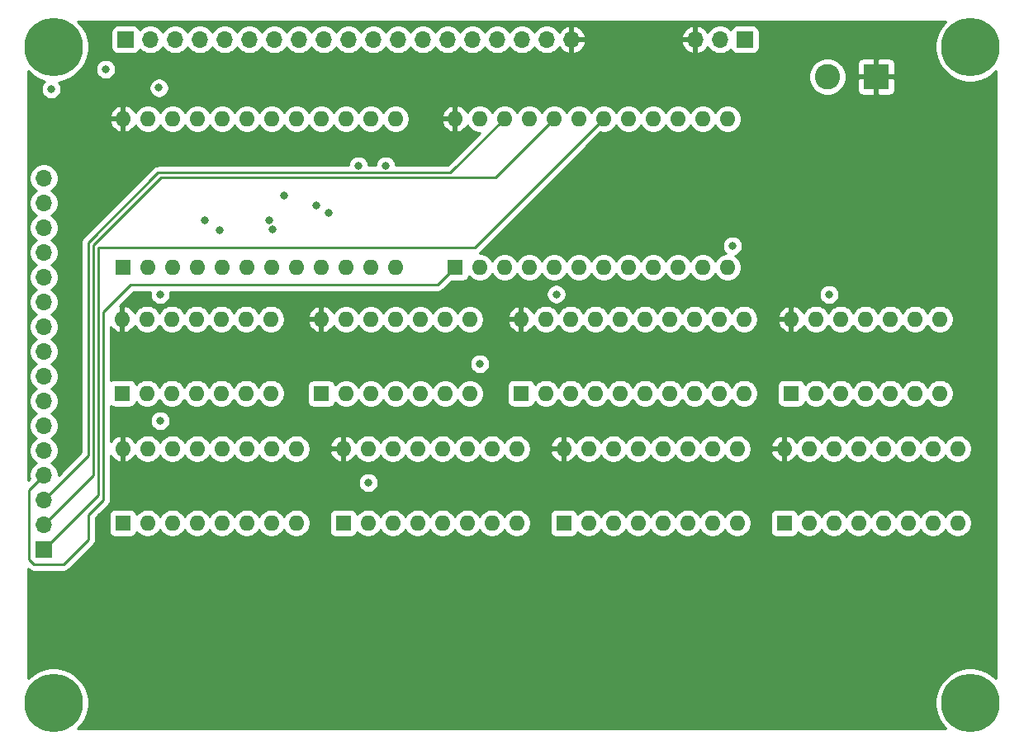
<source format=gbr>
%TF.GenerationSoftware,KiCad,Pcbnew,(5.1.9-0-10_14)*%
%TF.CreationDate,2021-07-06T01:07:33-04:00*%
%TF.ProjectId,ALU-181,414c552d-3138-4312-9e6b-696361645f70,rev?*%
%TF.SameCoordinates,Original*%
%TF.FileFunction,Copper,L3,Inr*%
%TF.FilePolarity,Positive*%
%FSLAX46Y46*%
G04 Gerber Fmt 4.6, Leading zero omitted, Abs format (unit mm)*
G04 Created by KiCad (PCBNEW (5.1.9-0-10_14)) date 2021-07-06 01:07:33*
%MOMM*%
%LPD*%
G01*
G04 APERTURE LIST*
%TA.AperFunction,ComponentPad*%
%ADD10O,1.600000X1.600000*%
%TD*%
%TA.AperFunction,ComponentPad*%
%ADD11R,1.600000X1.600000*%
%TD*%
%TA.AperFunction,ComponentPad*%
%ADD12O,1.700000X1.700000*%
%TD*%
%TA.AperFunction,ComponentPad*%
%ADD13R,1.700000X1.700000*%
%TD*%
%TA.AperFunction,ComponentPad*%
%ADD14C,0.800000*%
%TD*%
%TA.AperFunction,ComponentPad*%
%ADD15C,6.000000*%
%TD*%
%TA.AperFunction,ComponentPad*%
%ADD16C,2.600000*%
%TD*%
%TA.AperFunction,ComponentPad*%
%ADD17R,2.600000X2.600000*%
%TD*%
%TA.AperFunction,ViaPad*%
%ADD18C,0.800000*%
%TD*%
%TA.AperFunction,Conductor*%
%ADD19C,0.250000*%
%TD*%
%TA.AperFunction,Conductor*%
%ADD20C,0.254000*%
%TD*%
%TA.AperFunction,Conductor*%
%ADD21C,0.100000*%
%TD*%
G04 APERTURE END LIST*
D10*
%TO.N,VCC*%
%TO.C,U7*%
X124206000Y-35306000D03*
%TO.N,GND*%
X139446000Y-42926000D03*
%TO.N,N/C*%
X126746000Y-35306000D03*
%TO.N,!ALU_S3*%
X136906000Y-42926000D03*
%TO.N,N/C*%
X129286000Y-35306000D03*
%TO.N,ALU_S3*%
X134366000Y-42926000D03*
%TO.N,N/C*%
X131826000Y-35306000D03*
%TO.N,NOT_ALU_OUT*%
X131826000Y-42926000D03*
%TO.N,N/C*%
X134366000Y-35306000D03*
%TO.N,ALU_OUT*%
X129286000Y-42926000D03*
%TO.N,ALU_MODE*%
X136906000Y-35306000D03*
%TO.N,NOT_CARRY*%
X126746000Y-42926000D03*
%TO.N,!ALU_MODE*%
X139446000Y-35306000D03*
D11*
%TO.N,CARRY*%
X124206000Y-42926000D03*
%TD*%
D12*
%TO.N,VCC*%
%TO.C,J2*%
X149860000Y-6604000D03*
%TO.N,GND*%
X147320000Y-6604000D03*
%TO.N,BUS_00*%
X144780000Y-6604000D03*
%TO.N,BUS_01*%
X142240000Y-6604000D03*
%TO.N,BUS_02*%
X139700000Y-6604000D03*
%TO.N,BUS_03*%
X137160000Y-6604000D03*
%TO.N,BUS_04*%
X134620000Y-6604000D03*
%TO.N,BUS_05*%
X132080000Y-6604000D03*
%TO.N,BUS_06*%
X129540000Y-6604000D03*
%TO.N,BUS_07*%
X127000000Y-6604000D03*
%TO.N,ALU_OUT*%
X124460000Y-6604000D03*
%TO.N,ALU_S3*%
X121920000Y-6604000D03*
%TO.N,ALU_S2*%
X119380000Y-6604000D03*
%TO.N,ALU_S1*%
X116840000Y-6604000D03*
%TO.N,ALU_S0*%
X114300000Y-6604000D03*
%TO.N,ALU_MODE*%
X111760000Y-6604000D03*
%TO.N,NOT_CARRY*%
X109220000Y-6604000D03*
%TO.N,A_EQ_B*%
X106680000Y-6604000D03*
D13*
%TO.N,A_GT_B*%
X104140000Y-6604000D03*
%TD*%
D12*
%TO.N,VCC*%
%TO.C,J17*%
X162560000Y-6604000D03*
%TO.N,Net-(J17-Pad2)*%
X165100000Y-6604000D03*
D13*
%TO.N,GND*%
X167640000Y-6604000D03*
%TD*%
D10*
%TO.N,VCC*%
%TO.C,U5*%
X171674000Y-48588000D03*
%TO.N,GND*%
X189454000Y-56208000D03*
%TO.N,Net-(D40-Pad1)*%
X174214000Y-48588000D03*
%TO.N,Net-(D33-Pad1)*%
X186914000Y-56208000D03*
%TO.N,Net-(D39-Pad1)*%
X176754000Y-48588000D03*
%TO.N,Net-(U3-Pad3)*%
X184374000Y-56208000D03*
%TO.N,Net-(D38-Pad1)*%
X179294000Y-48588000D03*
%TO.N,GND*%
X181834000Y-56208000D03*
%TO.N,Net-(D37-Pad1)*%
X181834000Y-48588000D03*
%TO.N,GND*%
X179294000Y-56208000D03*
%TO.N,Net-(D36-Pad1)*%
X184374000Y-48588000D03*
%TO.N,ALU_S2*%
X176754000Y-56208000D03*
%TO.N,Net-(D35-Pad1)*%
X186914000Y-48588000D03*
%TO.N,ALU_S1*%
X174214000Y-56208000D03*
%TO.N,Net-(D34-Pad1)*%
X189454000Y-48588000D03*
D11*
%TO.N,ALU_S0*%
X171674000Y-56208000D03*
%TD*%
D10*
%TO.N,VCC*%
%TO.C,U4*%
X149068000Y-48588000D03*
%TO.N,GND*%
X166848000Y-56208000D03*
%TO.N,Net-(D32-Pad1)*%
X151608000Y-48588000D03*
%TO.N,Net-(D25-Pad1)*%
X164308000Y-56208000D03*
%TO.N,Net-(D31-Pad1)*%
X154148000Y-48588000D03*
%TO.N,Net-(U3-Pad6)*%
X161768000Y-56208000D03*
%TO.N,Net-(D30-Pad1)*%
X156688000Y-48588000D03*
%TO.N,GND*%
X159228000Y-56208000D03*
%TO.N,Net-(D29-Pad1)*%
X159228000Y-48588000D03*
%TO.N,GND*%
X156688000Y-56208000D03*
%TO.N,Net-(D28-Pad1)*%
X161768000Y-48588000D03*
%TO.N,ALU_S2*%
X154148000Y-56208000D03*
%TO.N,Net-(D27-Pad1)*%
X164308000Y-48588000D03*
%TO.N,ALU_S1*%
X151608000Y-56208000D03*
%TO.N,Net-(D26-Pad1)*%
X166848000Y-48588000D03*
D11*
%TO.N,ALU_S0*%
X149068000Y-56208000D03*
%TD*%
D10*
%TO.N,VCC*%
%TO.C,U3*%
X172382000Y-35284000D03*
%TO.N,GND*%
X187622000Y-42904000D03*
%TO.N,ALU_S3*%
X174922000Y-35284000D03*
%TO.N,Net-(U3-Pad6)*%
X185082000Y-42904000D03*
%TO.N,!ALU_MODE*%
X177462000Y-35284000D03*
%TO.N,ALU_MODE*%
X182542000Y-42904000D03*
%TO.N,Net-(U2-Pad6)*%
X180002000Y-35284000D03*
%TO.N,!ALU_S3*%
X180002000Y-42904000D03*
X182542000Y-35284000D03*
%TO.N,Net-(U3-Pad3)*%
X177462000Y-42904000D03*
%TO.N,!ALU_MODE*%
X185082000Y-35284000D03*
%TO.N,ALU_MODE*%
X174922000Y-42904000D03*
%TO.N,Net-(U1-Pad6)*%
X187622000Y-35284000D03*
D11*
%TO.N,ALU_S3*%
X172382000Y-42904000D03*
%TD*%
D10*
%TO.N,VCC*%
%TO.C,U2*%
X126462000Y-48588000D03*
%TO.N,GND*%
X144242000Y-56208000D03*
%TO.N,Net-(D24-Pad1)*%
X129002000Y-48588000D03*
%TO.N,Net-(D17-Pad1)*%
X141702000Y-56208000D03*
%TO.N,Net-(D23-Pad1)*%
X131542000Y-48588000D03*
%TO.N,Net-(U2-Pad6)*%
X139162000Y-56208000D03*
%TO.N,Net-(D22-Pad1)*%
X134082000Y-48588000D03*
%TO.N,GND*%
X136622000Y-56208000D03*
%TO.N,Net-(D21-Pad1)*%
X136622000Y-48588000D03*
%TO.N,GND*%
X134082000Y-56208000D03*
%TO.N,Net-(D20-Pad1)*%
X139162000Y-48588000D03*
%TO.N,ALU_S2*%
X131542000Y-56208000D03*
%TO.N,Net-(D19-Pad1)*%
X141702000Y-48588000D03*
%TO.N,ALU_S1*%
X129002000Y-56208000D03*
%TO.N,Net-(D18-Pad1)*%
X144242000Y-48588000D03*
D11*
%TO.N,ALU_S0*%
X126462000Y-56208000D03*
%TD*%
D10*
%TO.N,VCC*%
%TO.C,U1*%
X103856000Y-48588000D03*
%TO.N,GND*%
X121636000Y-56208000D03*
%TO.N,Net-(D16-Pad1)*%
X106396000Y-48588000D03*
%TO.N,Net-(D9-Pad1)*%
X119096000Y-56208000D03*
%TO.N,Net-(D15-Pad1)*%
X108936000Y-48588000D03*
%TO.N,Net-(U1-Pad6)*%
X116556000Y-56208000D03*
%TO.N,Net-(D14-Pad1)*%
X111476000Y-48588000D03*
%TO.N,GND*%
X114016000Y-56208000D03*
%TO.N,Net-(D13-Pad1)*%
X114016000Y-48588000D03*
%TO.N,GND*%
X111476000Y-56208000D03*
%TO.N,Net-(D12-Pad1)*%
X116556000Y-48588000D03*
%TO.N,ALU_S2*%
X108936000Y-56208000D03*
%TO.N,Net-(D11-Pad1)*%
X119096000Y-48588000D03*
%TO.N,ALU_S1*%
X106396000Y-56208000D03*
%TO.N,Net-(D10-Pad1)*%
X121636000Y-48588000D03*
D11*
%TO.N,ALU_S0*%
X103856000Y-56208000D03*
%TD*%
D14*
%TO.N,N/C*%
%TO.C,REF\u002A\u002A*%
X192344990Y-73085010D03*
X190754000Y-72426000D03*
X189163010Y-73085010D03*
X188504000Y-74676000D03*
X189163010Y-76266990D03*
X190754000Y-76926000D03*
X192344990Y-76266990D03*
X193004000Y-74676000D03*
D15*
X190754000Y-74676000D03*
%TD*%
%TO.N,N/C*%
%TO.C,REF\u002A\u002A*%
X190754000Y-7366000D03*
D14*
X193004000Y-7366000D03*
X192344990Y-8956990D03*
X190754000Y-9616000D03*
X189163010Y-8956990D03*
X188504000Y-7366000D03*
X189163010Y-5775010D03*
X190754000Y-5116000D03*
X192344990Y-5775010D03*
%TD*%
D15*
%TO.N,N/C*%
%TO.C,REF\u002A\u002A*%
X96774000Y-74676000D03*
D14*
X99024000Y-74676000D03*
X98364990Y-76266990D03*
X96774000Y-76926000D03*
X95183010Y-76266990D03*
X94524000Y-74676000D03*
X95183010Y-73085010D03*
X96774000Y-72426000D03*
X98364990Y-73085010D03*
%TD*%
%TO.N,N/C*%
%TO.C,REF\u002A\u002A*%
X98364990Y-5775010D03*
X96774000Y-5116000D03*
X95183010Y-5775010D03*
X94524000Y-7366000D03*
X95183010Y-8956990D03*
X96774000Y-9616000D03*
X98364990Y-8956990D03*
X99024000Y-7366000D03*
D15*
X96774000Y-7366000D03*
%TD*%
D12*
%TO.N,A0*%
%TO.C,J4*%
X95758000Y-20828000D03*
%TO.N,A1*%
X95758000Y-23368000D03*
%TO.N,A2*%
X95758000Y-25908000D03*
%TO.N,A3*%
X95758000Y-28448000D03*
%TO.N,A4*%
X95758000Y-30988000D03*
%TO.N,A5*%
X95758000Y-33528000D03*
%TO.N,A6*%
X95758000Y-36068000D03*
%TO.N,A7*%
X95758000Y-38608000D03*
%TO.N,B0*%
X95758000Y-41148000D03*
%TO.N,B1*%
X95758000Y-43688000D03*
%TO.N,B2*%
X95758000Y-46228000D03*
%TO.N,B3*%
X95758000Y-48768000D03*
%TO.N,B4*%
X95758000Y-51308000D03*
%TO.N,B5*%
X95758000Y-53848000D03*
%TO.N,B6*%
X95758000Y-56388000D03*
D13*
%TO.N,B7*%
X95758000Y-58928000D03*
%TD*%
D10*
%TO.N,VCC*%
%TO.C,U11*%
X103886000Y-14732000D03*
%TO.N,GND*%
X131826000Y-29972000D03*
%TO.N,A1*%
X106426000Y-14732000D03*
%TO.N,F2*%
X129286000Y-29972000D03*
%TO.N,B1*%
X108966000Y-14732000D03*
%TO.N,F1*%
X126746000Y-29972000D03*
%TO.N,A2*%
X111506000Y-14732000D03*
%TO.N,F0*%
X124206000Y-29972000D03*
%TO.N,B2*%
X114046000Y-14732000D03*
%TO.N,ALU_MODE*%
X121666000Y-29972000D03*
%TO.N,A3*%
X116586000Y-14732000D03*
%TO.N,Net-(J17-Pad2)*%
X119126000Y-29972000D03*
%TO.N,B3*%
X119126000Y-14732000D03*
%TO.N,ALU_S0*%
X116586000Y-29972000D03*
%TO.N,Net-(U11-Pad17)*%
X121666000Y-14732000D03*
%TO.N,ALU_S1*%
X114046000Y-29972000D03*
%TO.N,CN+4*%
X124206000Y-14732000D03*
%TO.N,ALU_S2*%
X111506000Y-29972000D03*
%TO.N,Net-(U11-Pad15)*%
X126746000Y-14732000D03*
%TO.N,ALU_S3*%
X108966000Y-29972000D03*
%TO.N,A_EQ_B*%
X129286000Y-14732000D03*
%TO.N,A0*%
X106426000Y-29972000D03*
%TO.N,F3*%
X131826000Y-14732000D03*
D11*
%TO.N,B0*%
X103886000Y-29972000D03*
%TD*%
D10*
%TO.N,VCC*%
%TO.C,U10*%
X144696000Y-35284000D03*
%TO.N,GND*%
X167556000Y-42904000D03*
%TO.N,NOT_ALU_OUT*%
X147236000Y-35284000D03*
%TO.N,BUS_00*%
X165016000Y-42904000D03*
%TO.N,F7*%
X149776000Y-35284000D03*
%TO.N,BUS_01*%
X162476000Y-42904000D03*
%TO.N,F6*%
X152316000Y-35284000D03*
%TO.N,BUS_02*%
X159936000Y-42904000D03*
%TO.N,F5*%
X154856000Y-35284000D03*
%TO.N,BUS_03*%
X157396000Y-42904000D03*
%TO.N,F4*%
X157396000Y-35284000D03*
%TO.N,BUS_04*%
X154856000Y-42904000D03*
%TO.N,F3*%
X159936000Y-35284000D03*
%TO.N,BUS_05*%
X152316000Y-42904000D03*
%TO.N,F2*%
X162476000Y-35284000D03*
%TO.N,BUS_06*%
X149776000Y-42904000D03*
%TO.N,F1*%
X165016000Y-35284000D03*
%TO.N,BUS_07*%
X147236000Y-42904000D03*
%TO.N,F0*%
X167556000Y-35284000D03*
D11*
%TO.N,GND*%
X144696000Y-42904000D03*
%TD*%
D10*
%TO.N,VCC*%
%TO.C,U9*%
X137922000Y-14732000D03*
%TO.N,GND*%
X165862000Y-29972000D03*
%TO.N,A5*%
X140462000Y-14732000D03*
%TO.N,F6*%
X163322000Y-29972000D03*
%TO.N,B5*%
X143002000Y-14732000D03*
%TO.N,F5*%
X160782000Y-29972000D03*
%TO.N,A6*%
X145542000Y-14732000D03*
%TO.N,F4*%
X158242000Y-29972000D03*
%TO.N,B6*%
X148082000Y-14732000D03*
%TO.N,ALU_MODE*%
X155702000Y-29972000D03*
%TO.N,A7*%
X150622000Y-14732000D03*
%TO.N,CN+4*%
X153162000Y-29972000D03*
%TO.N,B7*%
X153162000Y-14732000D03*
%TO.N,ALU_S0*%
X150622000Y-29972000D03*
%TO.N,Net-(U9-Pad17)*%
X155702000Y-14732000D03*
%TO.N,ALU_S1*%
X148082000Y-29972000D03*
%TO.N,CARRY*%
X158242000Y-14732000D03*
%TO.N,ALU_S2*%
X145542000Y-29972000D03*
%TO.N,Net-(U9-Pad15)*%
X160782000Y-14732000D03*
%TO.N,ALU_S3*%
X143002000Y-29972000D03*
%TO.N,A_EQ_B*%
X163322000Y-14732000D03*
%TO.N,A4*%
X140462000Y-29972000D03*
%TO.N,F7*%
X165862000Y-14732000D03*
D11*
%TO.N,B4*%
X137922000Y-29972000D03*
%TD*%
D10*
%TO.N,VCC*%
%TO.C,U8*%
X103802000Y-35284000D03*
%TO.N,GND*%
X119042000Y-42904000D03*
%TO.N,N/C*%
X106342000Y-35284000D03*
%TO.N,A_EQ_B*%
X116502000Y-42904000D03*
%TO.N,N/C*%
X108882000Y-35284000D03*
%TO.N,CARRY*%
X113962000Y-42904000D03*
%TO.N,N/C*%
X111422000Y-35284000D03*
%TO.N,A_GT_B*%
X111422000Y-42904000D03*
%TO.N,N/C*%
X113962000Y-35284000D03*
X108882000Y-42904000D03*
X116502000Y-35284000D03*
X106342000Y-42904000D03*
X119042000Y-35284000D03*
D11*
X103802000Y-42904000D03*
%TD*%
D16*
%TO.N,GND*%
%TO.C,J3*%
X176102000Y-10414000D03*
D17*
%TO.N,VCC*%
X181102000Y-10414000D03*
%TD*%
D18*
%TO.N,VCC*%
X182880000Y-73152000D03*
X105801500Y-73152000D03*
X144410000Y-73030000D03*
%TO.N,GND*%
X176276000Y-32766000D03*
X148314000Y-32744000D03*
X107696000Y-32766000D03*
X107696000Y-45720000D03*
X130810000Y-19558000D03*
X107569000Y-11557000D03*
X96520000Y-11684000D03*
%TO.N,ALU_OUT*%
X128016000Y-19558000D03*
%TO.N,ALU_S2*%
X113831777Y-26131542D03*
X119188231Y-26094695D03*
%TO.N,ALU_S1*%
X129032000Y-52070000D03*
%TO.N,F4*%
X166370000Y-27770021D03*
%TO.N,A_EQ_B*%
X102108000Y-9652000D03*
%TO.N,A5*%
X120396000Y-22606000D03*
%TO.N,A6*%
X123698000Y-23622000D03*
%TO.N,A7*%
X124968000Y-24384000D03*
%TO.N,B2*%
X112263340Y-25141340D03*
%TO.N,B3*%
X118872000Y-25146000D03*
%TO.N,!ALU_MODE*%
X140462000Y-39878000D03*
%TD*%
D19*
%TO.N,B4*%
X95758000Y-51308000D02*
X94234000Y-52832000D01*
X94234000Y-52832000D02*
X94234000Y-59944000D01*
X94234000Y-59944000D02*
X94742000Y-60452000D01*
X94742000Y-60452000D02*
X97790000Y-60452000D01*
X97790000Y-60452000D02*
X100330000Y-57912000D01*
X100330000Y-57912000D02*
X100330000Y-55372000D01*
X100330000Y-55372000D02*
X101854000Y-53848000D01*
X101854000Y-53848000D02*
X101854000Y-34544000D01*
X101854000Y-34544000D02*
X104648000Y-31750000D01*
X136144000Y-31750000D02*
X137922000Y-29972000D01*
X104648000Y-31750000D02*
X136144000Y-31750000D01*
%TO.N,B5*%
X100330000Y-49276000D02*
X100330000Y-27432000D01*
X100330000Y-27432000D02*
X107478999Y-20283001D01*
X137450999Y-20283001D02*
X143002000Y-14732000D01*
X107478999Y-20283001D02*
X137450999Y-20283001D01*
X95758000Y-53848000D02*
X100330000Y-49276000D01*
%TO.N,B6*%
X100838000Y-51308000D02*
X100838000Y-27686000D01*
X100838000Y-27686000D02*
X107790988Y-20733012D01*
X142080988Y-20733012D02*
X148082000Y-14732000D01*
X107790988Y-20733012D02*
X142080988Y-20733012D01*
X95758000Y-56388000D02*
X100838000Y-51308000D01*
%TO.N,B7*%
X101346000Y-27940000D02*
X139954000Y-27940000D01*
X139954000Y-27940000D02*
X153162000Y-14732000D01*
X101346000Y-53340000D02*
X101346000Y-27940000D01*
X95758000Y-58928000D02*
X101346000Y-53340000D01*
%TD*%
D20*
%TO.N,VCC*%
X187930511Y-5048823D02*
X187532705Y-5644182D01*
X187258691Y-6305710D01*
X187119000Y-7007984D01*
X187119000Y-7724016D01*
X187258691Y-8426290D01*
X187532705Y-9087818D01*
X187930511Y-9683177D01*
X188436823Y-10189489D01*
X189032182Y-10587295D01*
X189693710Y-10861309D01*
X190395984Y-11001000D01*
X191112016Y-11001000D01*
X191814290Y-10861309D01*
X192475818Y-10587295D01*
X193071177Y-10189489D01*
X193396000Y-9864666D01*
X193396001Y-72177335D01*
X193071177Y-71852511D01*
X192475818Y-71454705D01*
X191814290Y-71180691D01*
X191112016Y-71041000D01*
X190395984Y-71041000D01*
X189693710Y-71180691D01*
X189032182Y-71454705D01*
X188436823Y-71852511D01*
X187930511Y-72358823D01*
X187532705Y-72954182D01*
X187258691Y-73615710D01*
X187119000Y-74317984D01*
X187119000Y-75034016D01*
X187258691Y-75736290D01*
X187532705Y-76397818D01*
X187930511Y-76993177D01*
X188255334Y-77318000D01*
X99272666Y-77318000D01*
X99597489Y-76993177D01*
X99995295Y-76397818D01*
X100269309Y-75736290D01*
X100409000Y-75034016D01*
X100409000Y-74317984D01*
X100269309Y-73615710D01*
X99995295Y-72954182D01*
X99597489Y-72358823D01*
X99091177Y-71852511D01*
X98495818Y-71454705D01*
X97834290Y-71180691D01*
X97132016Y-71041000D01*
X96415984Y-71041000D01*
X95713710Y-71180691D01*
X95052182Y-71454705D01*
X94456823Y-71852511D01*
X94132000Y-72177334D01*
X94132000Y-60916802D01*
X94178200Y-60963002D01*
X94201999Y-60992001D01*
X94317724Y-61086974D01*
X94449753Y-61157546D01*
X94593014Y-61201003D01*
X94704667Y-61212000D01*
X94704676Y-61212000D01*
X94741999Y-61215676D01*
X94779322Y-61212000D01*
X97752678Y-61212000D01*
X97790000Y-61215676D01*
X97827322Y-61212000D01*
X97827333Y-61212000D01*
X97938986Y-61201003D01*
X98082247Y-61157546D01*
X98214276Y-61086974D01*
X98330001Y-60992001D01*
X98353804Y-60962997D01*
X100841009Y-58475794D01*
X100870001Y-58452001D01*
X100893795Y-58423008D01*
X100893799Y-58423004D01*
X100964973Y-58336277D01*
X100964974Y-58336276D01*
X101035546Y-58204247D01*
X101079003Y-58060986D01*
X101090000Y-57949333D01*
X101090000Y-57949324D01*
X101093676Y-57912001D01*
X101090000Y-57874678D01*
X101090000Y-55686801D01*
X101368801Y-55408000D01*
X102417928Y-55408000D01*
X102417928Y-57008000D01*
X102430188Y-57132482D01*
X102466498Y-57252180D01*
X102525463Y-57362494D01*
X102604815Y-57459185D01*
X102701506Y-57538537D01*
X102811820Y-57597502D01*
X102931518Y-57633812D01*
X103056000Y-57646072D01*
X104656000Y-57646072D01*
X104780482Y-57633812D01*
X104900180Y-57597502D01*
X105010494Y-57538537D01*
X105107185Y-57459185D01*
X105186537Y-57362494D01*
X105245502Y-57252180D01*
X105281812Y-57132482D01*
X105282643Y-57124039D01*
X105481241Y-57322637D01*
X105716273Y-57479680D01*
X105977426Y-57587853D01*
X106254665Y-57643000D01*
X106537335Y-57643000D01*
X106814574Y-57587853D01*
X107075727Y-57479680D01*
X107310759Y-57322637D01*
X107510637Y-57122759D01*
X107666000Y-56890241D01*
X107821363Y-57122759D01*
X108021241Y-57322637D01*
X108256273Y-57479680D01*
X108517426Y-57587853D01*
X108794665Y-57643000D01*
X109077335Y-57643000D01*
X109354574Y-57587853D01*
X109615727Y-57479680D01*
X109850759Y-57322637D01*
X110050637Y-57122759D01*
X110206000Y-56890241D01*
X110361363Y-57122759D01*
X110561241Y-57322637D01*
X110796273Y-57479680D01*
X111057426Y-57587853D01*
X111334665Y-57643000D01*
X111617335Y-57643000D01*
X111894574Y-57587853D01*
X112155727Y-57479680D01*
X112390759Y-57322637D01*
X112590637Y-57122759D01*
X112746000Y-56890241D01*
X112901363Y-57122759D01*
X113101241Y-57322637D01*
X113336273Y-57479680D01*
X113597426Y-57587853D01*
X113874665Y-57643000D01*
X114157335Y-57643000D01*
X114434574Y-57587853D01*
X114695727Y-57479680D01*
X114930759Y-57322637D01*
X115130637Y-57122759D01*
X115286000Y-56890241D01*
X115441363Y-57122759D01*
X115641241Y-57322637D01*
X115876273Y-57479680D01*
X116137426Y-57587853D01*
X116414665Y-57643000D01*
X116697335Y-57643000D01*
X116974574Y-57587853D01*
X117235727Y-57479680D01*
X117470759Y-57322637D01*
X117670637Y-57122759D01*
X117826000Y-56890241D01*
X117981363Y-57122759D01*
X118181241Y-57322637D01*
X118416273Y-57479680D01*
X118677426Y-57587853D01*
X118954665Y-57643000D01*
X119237335Y-57643000D01*
X119514574Y-57587853D01*
X119775727Y-57479680D01*
X120010759Y-57322637D01*
X120210637Y-57122759D01*
X120366000Y-56890241D01*
X120521363Y-57122759D01*
X120721241Y-57322637D01*
X120956273Y-57479680D01*
X121217426Y-57587853D01*
X121494665Y-57643000D01*
X121777335Y-57643000D01*
X122054574Y-57587853D01*
X122315727Y-57479680D01*
X122550759Y-57322637D01*
X122750637Y-57122759D01*
X122907680Y-56887727D01*
X123015853Y-56626574D01*
X123071000Y-56349335D01*
X123071000Y-56066665D01*
X123015853Y-55789426D01*
X122907680Y-55528273D01*
X122827317Y-55408000D01*
X125023928Y-55408000D01*
X125023928Y-57008000D01*
X125036188Y-57132482D01*
X125072498Y-57252180D01*
X125131463Y-57362494D01*
X125210815Y-57459185D01*
X125307506Y-57538537D01*
X125417820Y-57597502D01*
X125537518Y-57633812D01*
X125662000Y-57646072D01*
X127262000Y-57646072D01*
X127386482Y-57633812D01*
X127506180Y-57597502D01*
X127616494Y-57538537D01*
X127713185Y-57459185D01*
X127792537Y-57362494D01*
X127851502Y-57252180D01*
X127887812Y-57132482D01*
X127888643Y-57124039D01*
X128087241Y-57322637D01*
X128322273Y-57479680D01*
X128583426Y-57587853D01*
X128860665Y-57643000D01*
X129143335Y-57643000D01*
X129420574Y-57587853D01*
X129681727Y-57479680D01*
X129916759Y-57322637D01*
X130116637Y-57122759D01*
X130272000Y-56890241D01*
X130427363Y-57122759D01*
X130627241Y-57322637D01*
X130862273Y-57479680D01*
X131123426Y-57587853D01*
X131400665Y-57643000D01*
X131683335Y-57643000D01*
X131960574Y-57587853D01*
X132221727Y-57479680D01*
X132456759Y-57322637D01*
X132656637Y-57122759D01*
X132812000Y-56890241D01*
X132967363Y-57122759D01*
X133167241Y-57322637D01*
X133402273Y-57479680D01*
X133663426Y-57587853D01*
X133940665Y-57643000D01*
X134223335Y-57643000D01*
X134500574Y-57587853D01*
X134761727Y-57479680D01*
X134996759Y-57322637D01*
X135196637Y-57122759D01*
X135352000Y-56890241D01*
X135507363Y-57122759D01*
X135707241Y-57322637D01*
X135942273Y-57479680D01*
X136203426Y-57587853D01*
X136480665Y-57643000D01*
X136763335Y-57643000D01*
X137040574Y-57587853D01*
X137301727Y-57479680D01*
X137536759Y-57322637D01*
X137736637Y-57122759D01*
X137892000Y-56890241D01*
X138047363Y-57122759D01*
X138247241Y-57322637D01*
X138482273Y-57479680D01*
X138743426Y-57587853D01*
X139020665Y-57643000D01*
X139303335Y-57643000D01*
X139580574Y-57587853D01*
X139841727Y-57479680D01*
X140076759Y-57322637D01*
X140276637Y-57122759D01*
X140432000Y-56890241D01*
X140587363Y-57122759D01*
X140787241Y-57322637D01*
X141022273Y-57479680D01*
X141283426Y-57587853D01*
X141560665Y-57643000D01*
X141843335Y-57643000D01*
X142120574Y-57587853D01*
X142381727Y-57479680D01*
X142616759Y-57322637D01*
X142816637Y-57122759D01*
X142972000Y-56890241D01*
X143127363Y-57122759D01*
X143327241Y-57322637D01*
X143562273Y-57479680D01*
X143823426Y-57587853D01*
X144100665Y-57643000D01*
X144383335Y-57643000D01*
X144660574Y-57587853D01*
X144921727Y-57479680D01*
X145156759Y-57322637D01*
X145356637Y-57122759D01*
X145513680Y-56887727D01*
X145621853Y-56626574D01*
X145677000Y-56349335D01*
X145677000Y-56066665D01*
X145621853Y-55789426D01*
X145513680Y-55528273D01*
X145433317Y-55408000D01*
X147629928Y-55408000D01*
X147629928Y-57008000D01*
X147642188Y-57132482D01*
X147678498Y-57252180D01*
X147737463Y-57362494D01*
X147816815Y-57459185D01*
X147913506Y-57538537D01*
X148023820Y-57597502D01*
X148143518Y-57633812D01*
X148268000Y-57646072D01*
X149868000Y-57646072D01*
X149992482Y-57633812D01*
X150112180Y-57597502D01*
X150222494Y-57538537D01*
X150319185Y-57459185D01*
X150398537Y-57362494D01*
X150457502Y-57252180D01*
X150493812Y-57132482D01*
X150494643Y-57124039D01*
X150693241Y-57322637D01*
X150928273Y-57479680D01*
X151189426Y-57587853D01*
X151466665Y-57643000D01*
X151749335Y-57643000D01*
X152026574Y-57587853D01*
X152287727Y-57479680D01*
X152522759Y-57322637D01*
X152722637Y-57122759D01*
X152878000Y-56890241D01*
X153033363Y-57122759D01*
X153233241Y-57322637D01*
X153468273Y-57479680D01*
X153729426Y-57587853D01*
X154006665Y-57643000D01*
X154289335Y-57643000D01*
X154566574Y-57587853D01*
X154827727Y-57479680D01*
X155062759Y-57322637D01*
X155262637Y-57122759D01*
X155418000Y-56890241D01*
X155573363Y-57122759D01*
X155773241Y-57322637D01*
X156008273Y-57479680D01*
X156269426Y-57587853D01*
X156546665Y-57643000D01*
X156829335Y-57643000D01*
X157106574Y-57587853D01*
X157367727Y-57479680D01*
X157602759Y-57322637D01*
X157802637Y-57122759D01*
X157958000Y-56890241D01*
X158113363Y-57122759D01*
X158313241Y-57322637D01*
X158548273Y-57479680D01*
X158809426Y-57587853D01*
X159086665Y-57643000D01*
X159369335Y-57643000D01*
X159646574Y-57587853D01*
X159907727Y-57479680D01*
X160142759Y-57322637D01*
X160342637Y-57122759D01*
X160498000Y-56890241D01*
X160653363Y-57122759D01*
X160853241Y-57322637D01*
X161088273Y-57479680D01*
X161349426Y-57587853D01*
X161626665Y-57643000D01*
X161909335Y-57643000D01*
X162186574Y-57587853D01*
X162447727Y-57479680D01*
X162682759Y-57322637D01*
X162882637Y-57122759D01*
X163038000Y-56890241D01*
X163193363Y-57122759D01*
X163393241Y-57322637D01*
X163628273Y-57479680D01*
X163889426Y-57587853D01*
X164166665Y-57643000D01*
X164449335Y-57643000D01*
X164726574Y-57587853D01*
X164987727Y-57479680D01*
X165222759Y-57322637D01*
X165422637Y-57122759D01*
X165578000Y-56890241D01*
X165733363Y-57122759D01*
X165933241Y-57322637D01*
X166168273Y-57479680D01*
X166429426Y-57587853D01*
X166706665Y-57643000D01*
X166989335Y-57643000D01*
X167266574Y-57587853D01*
X167527727Y-57479680D01*
X167762759Y-57322637D01*
X167962637Y-57122759D01*
X168119680Y-56887727D01*
X168227853Y-56626574D01*
X168283000Y-56349335D01*
X168283000Y-56066665D01*
X168227853Y-55789426D01*
X168119680Y-55528273D01*
X168039317Y-55408000D01*
X170235928Y-55408000D01*
X170235928Y-57008000D01*
X170248188Y-57132482D01*
X170284498Y-57252180D01*
X170343463Y-57362494D01*
X170422815Y-57459185D01*
X170519506Y-57538537D01*
X170629820Y-57597502D01*
X170749518Y-57633812D01*
X170874000Y-57646072D01*
X172474000Y-57646072D01*
X172598482Y-57633812D01*
X172718180Y-57597502D01*
X172828494Y-57538537D01*
X172925185Y-57459185D01*
X173004537Y-57362494D01*
X173063502Y-57252180D01*
X173099812Y-57132482D01*
X173100643Y-57124039D01*
X173299241Y-57322637D01*
X173534273Y-57479680D01*
X173795426Y-57587853D01*
X174072665Y-57643000D01*
X174355335Y-57643000D01*
X174632574Y-57587853D01*
X174893727Y-57479680D01*
X175128759Y-57322637D01*
X175328637Y-57122759D01*
X175484000Y-56890241D01*
X175639363Y-57122759D01*
X175839241Y-57322637D01*
X176074273Y-57479680D01*
X176335426Y-57587853D01*
X176612665Y-57643000D01*
X176895335Y-57643000D01*
X177172574Y-57587853D01*
X177433727Y-57479680D01*
X177668759Y-57322637D01*
X177868637Y-57122759D01*
X178024000Y-56890241D01*
X178179363Y-57122759D01*
X178379241Y-57322637D01*
X178614273Y-57479680D01*
X178875426Y-57587853D01*
X179152665Y-57643000D01*
X179435335Y-57643000D01*
X179712574Y-57587853D01*
X179973727Y-57479680D01*
X180208759Y-57322637D01*
X180408637Y-57122759D01*
X180564000Y-56890241D01*
X180719363Y-57122759D01*
X180919241Y-57322637D01*
X181154273Y-57479680D01*
X181415426Y-57587853D01*
X181692665Y-57643000D01*
X181975335Y-57643000D01*
X182252574Y-57587853D01*
X182513727Y-57479680D01*
X182748759Y-57322637D01*
X182948637Y-57122759D01*
X183104000Y-56890241D01*
X183259363Y-57122759D01*
X183459241Y-57322637D01*
X183694273Y-57479680D01*
X183955426Y-57587853D01*
X184232665Y-57643000D01*
X184515335Y-57643000D01*
X184792574Y-57587853D01*
X185053727Y-57479680D01*
X185288759Y-57322637D01*
X185488637Y-57122759D01*
X185644000Y-56890241D01*
X185799363Y-57122759D01*
X185999241Y-57322637D01*
X186234273Y-57479680D01*
X186495426Y-57587853D01*
X186772665Y-57643000D01*
X187055335Y-57643000D01*
X187332574Y-57587853D01*
X187593727Y-57479680D01*
X187828759Y-57322637D01*
X188028637Y-57122759D01*
X188184000Y-56890241D01*
X188339363Y-57122759D01*
X188539241Y-57322637D01*
X188774273Y-57479680D01*
X189035426Y-57587853D01*
X189312665Y-57643000D01*
X189595335Y-57643000D01*
X189872574Y-57587853D01*
X190133727Y-57479680D01*
X190368759Y-57322637D01*
X190568637Y-57122759D01*
X190725680Y-56887727D01*
X190833853Y-56626574D01*
X190889000Y-56349335D01*
X190889000Y-56066665D01*
X190833853Y-55789426D01*
X190725680Y-55528273D01*
X190568637Y-55293241D01*
X190368759Y-55093363D01*
X190133727Y-54936320D01*
X189872574Y-54828147D01*
X189595335Y-54773000D01*
X189312665Y-54773000D01*
X189035426Y-54828147D01*
X188774273Y-54936320D01*
X188539241Y-55093363D01*
X188339363Y-55293241D01*
X188184000Y-55525759D01*
X188028637Y-55293241D01*
X187828759Y-55093363D01*
X187593727Y-54936320D01*
X187332574Y-54828147D01*
X187055335Y-54773000D01*
X186772665Y-54773000D01*
X186495426Y-54828147D01*
X186234273Y-54936320D01*
X185999241Y-55093363D01*
X185799363Y-55293241D01*
X185644000Y-55525759D01*
X185488637Y-55293241D01*
X185288759Y-55093363D01*
X185053727Y-54936320D01*
X184792574Y-54828147D01*
X184515335Y-54773000D01*
X184232665Y-54773000D01*
X183955426Y-54828147D01*
X183694273Y-54936320D01*
X183459241Y-55093363D01*
X183259363Y-55293241D01*
X183104000Y-55525759D01*
X182948637Y-55293241D01*
X182748759Y-55093363D01*
X182513727Y-54936320D01*
X182252574Y-54828147D01*
X181975335Y-54773000D01*
X181692665Y-54773000D01*
X181415426Y-54828147D01*
X181154273Y-54936320D01*
X180919241Y-55093363D01*
X180719363Y-55293241D01*
X180564000Y-55525759D01*
X180408637Y-55293241D01*
X180208759Y-55093363D01*
X179973727Y-54936320D01*
X179712574Y-54828147D01*
X179435335Y-54773000D01*
X179152665Y-54773000D01*
X178875426Y-54828147D01*
X178614273Y-54936320D01*
X178379241Y-55093363D01*
X178179363Y-55293241D01*
X178024000Y-55525759D01*
X177868637Y-55293241D01*
X177668759Y-55093363D01*
X177433727Y-54936320D01*
X177172574Y-54828147D01*
X176895335Y-54773000D01*
X176612665Y-54773000D01*
X176335426Y-54828147D01*
X176074273Y-54936320D01*
X175839241Y-55093363D01*
X175639363Y-55293241D01*
X175484000Y-55525759D01*
X175328637Y-55293241D01*
X175128759Y-55093363D01*
X174893727Y-54936320D01*
X174632574Y-54828147D01*
X174355335Y-54773000D01*
X174072665Y-54773000D01*
X173795426Y-54828147D01*
X173534273Y-54936320D01*
X173299241Y-55093363D01*
X173100643Y-55291961D01*
X173099812Y-55283518D01*
X173063502Y-55163820D01*
X173004537Y-55053506D01*
X172925185Y-54956815D01*
X172828494Y-54877463D01*
X172718180Y-54818498D01*
X172598482Y-54782188D01*
X172474000Y-54769928D01*
X170874000Y-54769928D01*
X170749518Y-54782188D01*
X170629820Y-54818498D01*
X170519506Y-54877463D01*
X170422815Y-54956815D01*
X170343463Y-55053506D01*
X170284498Y-55163820D01*
X170248188Y-55283518D01*
X170235928Y-55408000D01*
X168039317Y-55408000D01*
X167962637Y-55293241D01*
X167762759Y-55093363D01*
X167527727Y-54936320D01*
X167266574Y-54828147D01*
X166989335Y-54773000D01*
X166706665Y-54773000D01*
X166429426Y-54828147D01*
X166168273Y-54936320D01*
X165933241Y-55093363D01*
X165733363Y-55293241D01*
X165578000Y-55525759D01*
X165422637Y-55293241D01*
X165222759Y-55093363D01*
X164987727Y-54936320D01*
X164726574Y-54828147D01*
X164449335Y-54773000D01*
X164166665Y-54773000D01*
X163889426Y-54828147D01*
X163628273Y-54936320D01*
X163393241Y-55093363D01*
X163193363Y-55293241D01*
X163038000Y-55525759D01*
X162882637Y-55293241D01*
X162682759Y-55093363D01*
X162447727Y-54936320D01*
X162186574Y-54828147D01*
X161909335Y-54773000D01*
X161626665Y-54773000D01*
X161349426Y-54828147D01*
X161088273Y-54936320D01*
X160853241Y-55093363D01*
X160653363Y-55293241D01*
X160498000Y-55525759D01*
X160342637Y-55293241D01*
X160142759Y-55093363D01*
X159907727Y-54936320D01*
X159646574Y-54828147D01*
X159369335Y-54773000D01*
X159086665Y-54773000D01*
X158809426Y-54828147D01*
X158548273Y-54936320D01*
X158313241Y-55093363D01*
X158113363Y-55293241D01*
X157958000Y-55525759D01*
X157802637Y-55293241D01*
X157602759Y-55093363D01*
X157367727Y-54936320D01*
X157106574Y-54828147D01*
X156829335Y-54773000D01*
X156546665Y-54773000D01*
X156269426Y-54828147D01*
X156008273Y-54936320D01*
X155773241Y-55093363D01*
X155573363Y-55293241D01*
X155418000Y-55525759D01*
X155262637Y-55293241D01*
X155062759Y-55093363D01*
X154827727Y-54936320D01*
X154566574Y-54828147D01*
X154289335Y-54773000D01*
X154006665Y-54773000D01*
X153729426Y-54828147D01*
X153468273Y-54936320D01*
X153233241Y-55093363D01*
X153033363Y-55293241D01*
X152878000Y-55525759D01*
X152722637Y-55293241D01*
X152522759Y-55093363D01*
X152287727Y-54936320D01*
X152026574Y-54828147D01*
X151749335Y-54773000D01*
X151466665Y-54773000D01*
X151189426Y-54828147D01*
X150928273Y-54936320D01*
X150693241Y-55093363D01*
X150494643Y-55291961D01*
X150493812Y-55283518D01*
X150457502Y-55163820D01*
X150398537Y-55053506D01*
X150319185Y-54956815D01*
X150222494Y-54877463D01*
X150112180Y-54818498D01*
X149992482Y-54782188D01*
X149868000Y-54769928D01*
X148268000Y-54769928D01*
X148143518Y-54782188D01*
X148023820Y-54818498D01*
X147913506Y-54877463D01*
X147816815Y-54956815D01*
X147737463Y-55053506D01*
X147678498Y-55163820D01*
X147642188Y-55283518D01*
X147629928Y-55408000D01*
X145433317Y-55408000D01*
X145356637Y-55293241D01*
X145156759Y-55093363D01*
X144921727Y-54936320D01*
X144660574Y-54828147D01*
X144383335Y-54773000D01*
X144100665Y-54773000D01*
X143823426Y-54828147D01*
X143562273Y-54936320D01*
X143327241Y-55093363D01*
X143127363Y-55293241D01*
X142972000Y-55525759D01*
X142816637Y-55293241D01*
X142616759Y-55093363D01*
X142381727Y-54936320D01*
X142120574Y-54828147D01*
X141843335Y-54773000D01*
X141560665Y-54773000D01*
X141283426Y-54828147D01*
X141022273Y-54936320D01*
X140787241Y-55093363D01*
X140587363Y-55293241D01*
X140432000Y-55525759D01*
X140276637Y-55293241D01*
X140076759Y-55093363D01*
X139841727Y-54936320D01*
X139580574Y-54828147D01*
X139303335Y-54773000D01*
X139020665Y-54773000D01*
X138743426Y-54828147D01*
X138482273Y-54936320D01*
X138247241Y-55093363D01*
X138047363Y-55293241D01*
X137892000Y-55525759D01*
X137736637Y-55293241D01*
X137536759Y-55093363D01*
X137301727Y-54936320D01*
X137040574Y-54828147D01*
X136763335Y-54773000D01*
X136480665Y-54773000D01*
X136203426Y-54828147D01*
X135942273Y-54936320D01*
X135707241Y-55093363D01*
X135507363Y-55293241D01*
X135352000Y-55525759D01*
X135196637Y-55293241D01*
X134996759Y-55093363D01*
X134761727Y-54936320D01*
X134500574Y-54828147D01*
X134223335Y-54773000D01*
X133940665Y-54773000D01*
X133663426Y-54828147D01*
X133402273Y-54936320D01*
X133167241Y-55093363D01*
X132967363Y-55293241D01*
X132812000Y-55525759D01*
X132656637Y-55293241D01*
X132456759Y-55093363D01*
X132221727Y-54936320D01*
X131960574Y-54828147D01*
X131683335Y-54773000D01*
X131400665Y-54773000D01*
X131123426Y-54828147D01*
X130862273Y-54936320D01*
X130627241Y-55093363D01*
X130427363Y-55293241D01*
X130272000Y-55525759D01*
X130116637Y-55293241D01*
X129916759Y-55093363D01*
X129681727Y-54936320D01*
X129420574Y-54828147D01*
X129143335Y-54773000D01*
X128860665Y-54773000D01*
X128583426Y-54828147D01*
X128322273Y-54936320D01*
X128087241Y-55093363D01*
X127888643Y-55291961D01*
X127887812Y-55283518D01*
X127851502Y-55163820D01*
X127792537Y-55053506D01*
X127713185Y-54956815D01*
X127616494Y-54877463D01*
X127506180Y-54818498D01*
X127386482Y-54782188D01*
X127262000Y-54769928D01*
X125662000Y-54769928D01*
X125537518Y-54782188D01*
X125417820Y-54818498D01*
X125307506Y-54877463D01*
X125210815Y-54956815D01*
X125131463Y-55053506D01*
X125072498Y-55163820D01*
X125036188Y-55283518D01*
X125023928Y-55408000D01*
X122827317Y-55408000D01*
X122750637Y-55293241D01*
X122550759Y-55093363D01*
X122315727Y-54936320D01*
X122054574Y-54828147D01*
X121777335Y-54773000D01*
X121494665Y-54773000D01*
X121217426Y-54828147D01*
X120956273Y-54936320D01*
X120721241Y-55093363D01*
X120521363Y-55293241D01*
X120366000Y-55525759D01*
X120210637Y-55293241D01*
X120010759Y-55093363D01*
X119775727Y-54936320D01*
X119514574Y-54828147D01*
X119237335Y-54773000D01*
X118954665Y-54773000D01*
X118677426Y-54828147D01*
X118416273Y-54936320D01*
X118181241Y-55093363D01*
X117981363Y-55293241D01*
X117826000Y-55525759D01*
X117670637Y-55293241D01*
X117470759Y-55093363D01*
X117235727Y-54936320D01*
X116974574Y-54828147D01*
X116697335Y-54773000D01*
X116414665Y-54773000D01*
X116137426Y-54828147D01*
X115876273Y-54936320D01*
X115641241Y-55093363D01*
X115441363Y-55293241D01*
X115286000Y-55525759D01*
X115130637Y-55293241D01*
X114930759Y-55093363D01*
X114695727Y-54936320D01*
X114434574Y-54828147D01*
X114157335Y-54773000D01*
X113874665Y-54773000D01*
X113597426Y-54828147D01*
X113336273Y-54936320D01*
X113101241Y-55093363D01*
X112901363Y-55293241D01*
X112746000Y-55525759D01*
X112590637Y-55293241D01*
X112390759Y-55093363D01*
X112155727Y-54936320D01*
X111894574Y-54828147D01*
X111617335Y-54773000D01*
X111334665Y-54773000D01*
X111057426Y-54828147D01*
X110796273Y-54936320D01*
X110561241Y-55093363D01*
X110361363Y-55293241D01*
X110206000Y-55525759D01*
X110050637Y-55293241D01*
X109850759Y-55093363D01*
X109615727Y-54936320D01*
X109354574Y-54828147D01*
X109077335Y-54773000D01*
X108794665Y-54773000D01*
X108517426Y-54828147D01*
X108256273Y-54936320D01*
X108021241Y-55093363D01*
X107821363Y-55293241D01*
X107666000Y-55525759D01*
X107510637Y-55293241D01*
X107310759Y-55093363D01*
X107075727Y-54936320D01*
X106814574Y-54828147D01*
X106537335Y-54773000D01*
X106254665Y-54773000D01*
X105977426Y-54828147D01*
X105716273Y-54936320D01*
X105481241Y-55093363D01*
X105282643Y-55291961D01*
X105281812Y-55283518D01*
X105245502Y-55163820D01*
X105186537Y-55053506D01*
X105107185Y-54956815D01*
X105010494Y-54877463D01*
X104900180Y-54818498D01*
X104780482Y-54782188D01*
X104656000Y-54769928D01*
X103056000Y-54769928D01*
X102931518Y-54782188D01*
X102811820Y-54818498D01*
X102701506Y-54877463D01*
X102604815Y-54956815D01*
X102525463Y-55053506D01*
X102466498Y-55163820D01*
X102430188Y-55283518D01*
X102417928Y-55408000D01*
X101368801Y-55408000D01*
X102365009Y-54411794D01*
X102394001Y-54388001D01*
X102417795Y-54359008D01*
X102417799Y-54359004D01*
X102488973Y-54272277D01*
X102488974Y-54272276D01*
X102559546Y-54140247D01*
X102603003Y-53996986D01*
X102614000Y-53885333D01*
X102614000Y-53885324D01*
X102617676Y-53848001D01*
X102614000Y-53810678D01*
X102614000Y-51968061D01*
X127997000Y-51968061D01*
X127997000Y-52171939D01*
X128036774Y-52371898D01*
X128114795Y-52560256D01*
X128228063Y-52729774D01*
X128372226Y-52873937D01*
X128541744Y-52987205D01*
X128730102Y-53065226D01*
X128930061Y-53105000D01*
X129133939Y-53105000D01*
X129333898Y-53065226D01*
X129522256Y-52987205D01*
X129691774Y-52873937D01*
X129835937Y-52729774D01*
X129949205Y-52560256D01*
X130027226Y-52371898D01*
X130067000Y-52171939D01*
X130067000Y-51968061D01*
X130027226Y-51768102D01*
X129949205Y-51579744D01*
X129835937Y-51410226D01*
X129691774Y-51266063D01*
X129522256Y-51152795D01*
X129333898Y-51074774D01*
X129133939Y-51035000D01*
X128930061Y-51035000D01*
X128730102Y-51074774D01*
X128541744Y-51152795D01*
X128372226Y-51266063D01*
X128228063Y-51410226D01*
X128114795Y-51579744D01*
X128036774Y-51768102D01*
X127997000Y-51968061D01*
X102614000Y-51968061D01*
X102614000Y-49293706D01*
X102703615Y-49443131D01*
X102892586Y-49651519D01*
X103118580Y-49819037D01*
X103372913Y-49939246D01*
X103506961Y-49979904D01*
X103729000Y-49857915D01*
X103729000Y-48715000D01*
X103709000Y-48715000D01*
X103709000Y-48461000D01*
X103729000Y-48461000D01*
X103729000Y-47318085D01*
X103983000Y-47318085D01*
X103983000Y-48461000D01*
X104003000Y-48461000D01*
X104003000Y-48715000D01*
X103983000Y-48715000D01*
X103983000Y-49857915D01*
X104205039Y-49979904D01*
X104339087Y-49939246D01*
X104593420Y-49819037D01*
X104819414Y-49651519D01*
X105008385Y-49443131D01*
X105119933Y-49257135D01*
X105124320Y-49267727D01*
X105281363Y-49502759D01*
X105481241Y-49702637D01*
X105716273Y-49859680D01*
X105977426Y-49967853D01*
X106254665Y-50023000D01*
X106537335Y-50023000D01*
X106814574Y-49967853D01*
X107075727Y-49859680D01*
X107310759Y-49702637D01*
X107510637Y-49502759D01*
X107666000Y-49270241D01*
X107821363Y-49502759D01*
X108021241Y-49702637D01*
X108256273Y-49859680D01*
X108517426Y-49967853D01*
X108794665Y-50023000D01*
X109077335Y-50023000D01*
X109354574Y-49967853D01*
X109615727Y-49859680D01*
X109850759Y-49702637D01*
X110050637Y-49502759D01*
X110206000Y-49270241D01*
X110361363Y-49502759D01*
X110561241Y-49702637D01*
X110796273Y-49859680D01*
X111057426Y-49967853D01*
X111334665Y-50023000D01*
X111617335Y-50023000D01*
X111894574Y-49967853D01*
X112155727Y-49859680D01*
X112390759Y-49702637D01*
X112590637Y-49502759D01*
X112746000Y-49270241D01*
X112901363Y-49502759D01*
X113101241Y-49702637D01*
X113336273Y-49859680D01*
X113597426Y-49967853D01*
X113874665Y-50023000D01*
X114157335Y-50023000D01*
X114434574Y-49967853D01*
X114695727Y-49859680D01*
X114930759Y-49702637D01*
X115130637Y-49502759D01*
X115286000Y-49270241D01*
X115441363Y-49502759D01*
X115641241Y-49702637D01*
X115876273Y-49859680D01*
X116137426Y-49967853D01*
X116414665Y-50023000D01*
X116697335Y-50023000D01*
X116974574Y-49967853D01*
X117235727Y-49859680D01*
X117470759Y-49702637D01*
X117670637Y-49502759D01*
X117826000Y-49270241D01*
X117981363Y-49502759D01*
X118181241Y-49702637D01*
X118416273Y-49859680D01*
X118677426Y-49967853D01*
X118954665Y-50023000D01*
X119237335Y-50023000D01*
X119514574Y-49967853D01*
X119775727Y-49859680D01*
X120010759Y-49702637D01*
X120210637Y-49502759D01*
X120366000Y-49270241D01*
X120521363Y-49502759D01*
X120721241Y-49702637D01*
X120956273Y-49859680D01*
X121217426Y-49967853D01*
X121494665Y-50023000D01*
X121777335Y-50023000D01*
X122054574Y-49967853D01*
X122315727Y-49859680D01*
X122550759Y-49702637D01*
X122750637Y-49502759D01*
X122907680Y-49267727D01*
X123015853Y-49006574D01*
X123029684Y-48937040D01*
X125070091Y-48937040D01*
X125164930Y-49201881D01*
X125309615Y-49443131D01*
X125498586Y-49651519D01*
X125724580Y-49819037D01*
X125978913Y-49939246D01*
X126112961Y-49979904D01*
X126335000Y-49857915D01*
X126335000Y-48715000D01*
X125191376Y-48715000D01*
X125070091Y-48937040D01*
X123029684Y-48937040D01*
X123071000Y-48729335D01*
X123071000Y-48446665D01*
X123029685Y-48238960D01*
X125070091Y-48238960D01*
X125191376Y-48461000D01*
X126335000Y-48461000D01*
X126335000Y-47318085D01*
X126589000Y-47318085D01*
X126589000Y-48461000D01*
X126609000Y-48461000D01*
X126609000Y-48715000D01*
X126589000Y-48715000D01*
X126589000Y-49857915D01*
X126811039Y-49979904D01*
X126945087Y-49939246D01*
X127199420Y-49819037D01*
X127425414Y-49651519D01*
X127614385Y-49443131D01*
X127725933Y-49257135D01*
X127730320Y-49267727D01*
X127887363Y-49502759D01*
X128087241Y-49702637D01*
X128322273Y-49859680D01*
X128583426Y-49967853D01*
X128860665Y-50023000D01*
X129143335Y-50023000D01*
X129420574Y-49967853D01*
X129681727Y-49859680D01*
X129916759Y-49702637D01*
X130116637Y-49502759D01*
X130272000Y-49270241D01*
X130427363Y-49502759D01*
X130627241Y-49702637D01*
X130862273Y-49859680D01*
X131123426Y-49967853D01*
X131400665Y-50023000D01*
X131683335Y-50023000D01*
X131960574Y-49967853D01*
X132221727Y-49859680D01*
X132456759Y-49702637D01*
X132656637Y-49502759D01*
X132812000Y-49270241D01*
X132967363Y-49502759D01*
X133167241Y-49702637D01*
X133402273Y-49859680D01*
X133663426Y-49967853D01*
X133940665Y-50023000D01*
X134223335Y-50023000D01*
X134500574Y-49967853D01*
X134761727Y-49859680D01*
X134996759Y-49702637D01*
X135196637Y-49502759D01*
X135352000Y-49270241D01*
X135507363Y-49502759D01*
X135707241Y-49702637D01*
X135942273Y-49859680D01*
X136203426Y-49967853D01*
X136480665Y-50023000D01*
X136763335Y-50023000D01*
X137040574Y-49967853D01*
X137301727Y-49859680D01*
X137536759Y-49702637D01*
X137736637Y-49502759D01*
X137892000Y-49270241D01*
X138047363Y-49502759D01*
X138247241Y-49702637D01*
X138482273Y-49859680D01*
X138743426Y-49967853D01*
X139020665Y-50023000D01*
X139303335Y-50023000D01*
X139580574Y-49967853D01*
X139841727Y-49859680D01*
X140076759Y-49702637D01*
X140276637Y-49502759D01*
X140432000Y-49270241D01*
X140587363Y-49502759D01*
X140787241Y-49702637D01*
X141022273Y-49859680D01*
X141283426Y-49967853D01*
X141560665Y-50023000D01*
X141843335Y-50023000D01*
X142120574Y-49967853D01*
X142381727Y-49859680D01*
X142616759Y-49702637D01*
X142816637Y-49502759D01*
X142972000Y-49270241D01*
X143127363Y-49502759D01*
X143327241Y-49702637D01*
X143562273Y-49859680D01*
X143823426Y-49967853D01*
X144100665Y-50023000D01*
X144383335Y-50023000D01*
X144660574Y-49967853D01*
X144921727Y-49859680D01*
X145156759Y-49702637D01*
X145356637Y-49502759D01*
X145513680Y-49267727D01*
X145621853Y-49006574D01*
X145635684Y-48937040D01*
X147676091Y-48937040D01*
X147770930Y-49201881D01*
X147915615Y-49443131D01*
X148104586Y-49651519D01*
X148330580Y-49819037D01*
X148584913Y-49939246D01*
X148718961Y-49979904D01*
X148941000Y-49857915D01*
X148941000Y-48715000D01*
X147797376Y-48715000D01*
X147676091Y-48937040D01*
X145635684Y-48937040D01*
X145677000Y-48729335D01*
X145677000Y-48446665D01*
X145635685Y-48238960D01*
X147676091Y-48238960D01*
X147797376Y-48461000D01*
X148941000Y-48461000D01*
X148941000Y-47318085D01*
X149195000Y-47318085D01*
X149195000Y-48461000D01*
X149215000Y-48461000D01*
X149215000Y-48715000D01*
X149195000Y-48715000D01*
X149195000Y-49857915D01*
X149417039Y-49979904D01*
X149551087Y-49939246D01*
X149805420Y-49819037D01*
X150031414Y-49651519D01*
X150220385Y-49443131D01*
X150331933Y-49257135D01*
X150336320Y-49267727D01*
X150493363Y-49502759D01*
X150693241Y-49702637D01*
X150928273Y-49859680D01*
X151189426Y-49967853D01*
X151466665Y-50023000D01*
X151749335Y-50023000D01*
X152026574Y-49967853D01*
X152287727Y-49859680D01*
X152522759Y-49702637D01*
X152722637Y-49502759D01*
X152878000Y-49270241D01*
X153033363Y-49502759D01*
X153233241Y-49702637D01*
X153468273Y-49859680D01*
X153729426Y-49967853D01*
X154006665Y-50023000D01*
X154289335Y-50023000D01*
X154566574Y-49967853D01*
X154827727Y-49859680D01*
X155062759Y-49702637D01*
X155262637Y-49502759D01*
X155418000Y-49270241D01*
X155573363Y-49502759D01*
X155773241Y-49702637D01*
X156008273Y-49859680D01*
X156269426Y-49967853D01*
X156546665Y-50023000D01*
X156829335Y-50023000D01*
X157106574Y-49967853D01*
X157367727Y-49859680D01*
X157602759Y-49702637D01*
X157802637Y-49502759D01*
X157958000Y-49270241D01*
X158113363Y-49502759D01*
X158313241Y-49702637D01*
X158548273Y-49859680D01*
X158809426Y-49967853D01*
X159086665Y-50023000D01*
X159369335Y-50023000D01*
X159646574Y-49967853D01*
X159907727Y-49859680D01*
X160142759Y-49702637D01*
X160342637Y-49502759D01*
X160498000Y-49270241D01*
X160653363Y-49502759D01*
X160853241Y-49702637D01*
X161088273Y-49859680D01*
X161349426Y-49967853D01*
X161626665Y-50023000D01*
X161909335Y-50023000D01*
X162186574Y-49967853D01*
X162447727Y-49859680D01*
X162682759Y-49702637D01*
X162882637Y-49502759D01*
X163038000Y-49270241D01*
X163193363Y-49502759D01*
X163393241Y-49702637D01*
X163628273Y-49859680D01*
X163889426Y-49967853D01*
X164166665Y-50023000D01*
X164449335Y-50023000D01*
X164726574Y-49967853D01*
X164987727Y-49859680D01*
X165222759Y-49702637D01*
X165422637Y-49502759D01*
X165578000Y-49270241D01*
X165733363Y-49502759D01*
X165933241Y-49702637D01*
X166168273Y-49859680D01*
X166429426Y-49967853D01*
X166706665Y-50023000D01*
X166989335Y-50023000D01*
X167266574Y-49967853D01*
X167527727Y-49859680D01*
X167762759Y-49702637D01*
X167962637Y-49502759D01*
X168119680Y-49267727D01*
X168227853Y-49006574D01*
X168241684Y-48937040D01*
X170282091Y-48937040D01*
X170376930Y-49201881D01*
X170521615Y-49443131D01*
X170710586Y-49651519D01*
X170936580Y-49819037D01*
X171190913Y-49939246D01*
X171324961Y-49979904D01*
X171547000Y-49857915D01*
X171547000Y-48715000D01*
X170403376Y-48715000D01*
X170282091Y-48937040D01*
X168241684Y-48937040D01*
X168283000Y-48729335D01*
X168283000Y-48446665D01*
X168241685Y-48238960D01*
X170282091Y-48238960D01*
X170403376Y-48461000D01*
X171547000Y-48461000D01*
X171547000Y-47318085D01*
X171801000Y-47318085D01*
X171801000Y-48461000D01*
X171821000Y-48461000D01*
X171821000Y-48715000D01*
X171801000Y-48715000D01*
X171801000Y-49857915D01*
X172023039Y-49979904D01*
X172157087Y-49939246D01*
X172411420Y-49819037D01*
X172637414Y-49651519D01*
X172826385Y-49443131D01*
X172937933Y-49257135D01*
X172942320Y-49267727D01*
X173099363Y-49502759D01*
X173299241Y-49702637D01*
X173534273Y-49859680D01*
X173795426Y-49967853D01*
X174072665Y-50023000D01*
X174355335Y-50023000D01*
X174632574Y-49967853D01*
X174893727Y-49859680D01*
X175128759Y-49702637D01*
X175328637Y-49502759D01*
X175484000Y-49270241D01*
X175639363Y-49502759D01*
X175839241Y-49702637D01*
X176074273Y-49859680D01*
X176335426Y-49967853D01*
X176612665Y-50023000D01*
X176895335Y-50023000D01*
X177172574Y-49967853D01*
X177433727Y-49859680D01*
X177668759Y-49702637D01*
X177868637Y-49502759D01*
X178024000Y-49270241D01*
X178179363Y-49502759D01*
X178379241Y-49702637D01*
X178614273Y-49859680D01*
X178875426Y-49967853D01*
X179152665Y-50023000D01*
X179435335Y-50023000D01*
X179712574Y-49967853D01*
X179973727Y-49859680D01*
X180208759Y-49702637D01*
X180408637Y-49502759D01*
X180564000Y-49270241D01*
X180719363Y-49502759D01*
X180919241Y-49702637D01*
X181154273Y-49859680D01*
X181415426Y-49967853D01*
X181692665Y-50023000D01*
X181975335Y-50023000D01*
X182252574Y-49967853D01*
X182513727Y-49859680D01*
X182748759Y-49702637D01*
X182948637Y-49502759D01*
X183104000Y-49270241D01*
X183259363Y-49502759D01*
X183459241Y-49702637D01*
X183694273Y-49859680D01*
X183955426Y-49967853D01*
X184232665Y-50023000D01*
X184515335Y-50023000D01*
X184792574Y-49967853D01*
X185053727Y-49859680D01*
X185288759Y-49702637D01*
X185488637Y-49502759D01*
X185644000Y-49270241D01*
X185799363Y-49502759D01*
X185999241Y-49702637D01*
X186234273Y-49859680D01*
X186495426Y-49967853D01*
X186772665Y-50023000D01*
X187055335Y-50023000D01*
X187332574Y-49967853D01*
X187593727Y-49859680D01*
X187828759Y-49702637D01*
X188028637Y-49502759D01*
X188184000Y-49270241D01*
X188339363Y-49502759D01*
X188539241Y-49702637D01*
X188774273Y-49859680D01*
X189035426Y-49967853D01*
X189312665Y-50023000D01*
X189595335Y-50023000D01*
X189872574Y-49967853D01*
X190133727Y-49859680D01*
X190368759Y-49702637D01*
X190568637Y-49502759D01*
X190725680Y-49267727D01*
X190833853Y-49006574D01*
X190889000Y-48729335D01*
X190889000Y-48446665D01*
X190833853Y-48169426D01*
X190725680Y-47908273D01*
X190568637Y-47673241D01*
X190368759Y-47473363D01*
X190133727Y-47316320D01*
X189872574Y-47208147D01*
X189595335Y-47153000D01*
X189312665Y-47153000D01*
X189035426Y-47208147D01*
X188774273Y-47316320D01*
X188539241Y-47473363D01*
X188339363Y-47673241D01*
X188184000Y-47905759D01*
X188028637Y-47673241D01*
X187828759Y-47473363D01*
X187593727Y-47316320D01*
X187332574Y-47208147D01*
X187055335Y-47153000D01*
X186772665Y-47153000D01*
X186495426Y-47208147D01*
X186234273Y-47316320D01*
X185999241Y-47473363D01*
X185799363Y-47673241D01*
X185644000Y-47905759D01*
X185488637Y-47673241D01*
X185288759Y-47473363D01*
X185053727Y-47316320D01*
X184792574Y-47208147D01*
X184515335Y-47153000D01*
X184232665Y-47153000D01*
X183955426Y-47208147D01*
X183694273Y-47316320D01*
X183459241Y-47473363D01*
X183259363Y-47673241D01*
X183104000Y-47905759D01*
X182948637Y-47673241D01*
X182748759Y-47473363D01*
X182513727Y-47316320D01*
X182252574Y-47208147D01*
X181975335Y-47153000D01*
X181692665Y-47153000D01*
X181415426Y-47208147D01*
X181154273Y-47316320D01*
X180919241Y-47473363D01*
X180719363Y-47673241D01*
X180564000Y-47905759D01*
X180408637Y-47673241D01*
X180208759Y-47473363D01*
X179973727Y-47316320D01*
X179712574Y-47208147D01*
X179435335Y-47153000D01*
X179152665Y-47153000D01*
X178875426Y-47208147D01*
X178614273Y-47316320D01*
X178379241Y-47473363D01*
X178179363Y-47673241D01*
X178024000Y-47905759D01*
X177868637Y-47673241D01*
X177668759Y-47473363D01*
X177433727Y-47316320D01*
X177172574Y-47208147D01*
X176895335Y-47153000D01*
X176612665Y-47153000D01*
X176335426Y-47208147D01*
X176074273Y-47316320D01*
X175839241Y-47473363D01*
X175639363Y-47673241D01*
X175484000Y-47905759D01*
X175328637Y-47673241D01*
X175128759Y-47473363D01*
X174893727Y-47316320D01*
X174632574Y-47208147D01*
X174355335Y-47153000D01*
X174072665Y-47153000D01*
X173795426Y-47208147D01*
X173534273Y-47316320D01*
X173299241Y-47473363D01*
X173099363Y-47673241D01*
X172942320Y-47908273D01*
X172937933Y-47918865D01*
X172826385Y-47732869D01*
X172637414Y-47524481D01*
X172411420Y-47356963D01*
X172157087Y-47236754D01*
X172023039Y-47196096D01*
X171801000Y-47318085D01*
X171547000Y-47318085D01*
X171324961Y-47196096D01*
X171190913Y-47236754D01*
X170936580Y-47356963D01*
X170710586Y-47524481D01*
X170521615Y-47732869D01*
X170376930Y-47974119D01*
X170282091Y-48238960D01*
X168241685Y-48238960D01*
X168227853Y-48169426D01*
X168119680Y-47908273D01*
X167962637Y-47673241D01*
X167762759Y-47473363D01*
X167527727Y-47316320D01*
X167266574Y-47208147D01*
X166989335Y-47153000D01*
X166706665Y-47153000D01*
X166429426Y-47208147D01*
X166168273Y-47316320D01*
X165933241Y-47473363D01*
X165733363Y-47673241D01*
X165578000Y-47905759D01*
X165422637Y-47673241D01*
X165222759Y-47473363D01*
X164987727Y-47316320D01*
X164726574Y-47208147D01*
X164449335Y-47153000D01*
X164166665Y-47153000D01*
X163889426Y-47208147D01*
X163628273Y-47316320D01*
X163393241Y-47473363D01*
X163193363Y-47673241D01*
X163038000Y-47905759D01*
X162882637Y-47673241D01*
X162682759Y-47473363D01*
X162447727Y-47316320D01*
X162186574Y-47208147D01*
X161909335Y-47153000D01*
X161626665Y-47153000D01*
X161349426Y-47208147D01*
X161088273Y-47316320D01*
X160853241Y-47473363D01*
X160653363Y-47673241D01*
X160498000Y-47905759D01*
X160342637Y-47673241D01*
X160142759Y-47473363D01*
X159907727Y-47316320D01*
X159646574Y-47208147D01*
X159369335Y-47153000D01*
X159086665Y-47153000D01*
X158809426Y-47208147D01*
X158548273Y-47316320D01*
X158313241Y-47473363D01*
X158113363Y-47673241D01*
X157958000Y-47905759D01*
X157802637Y-47673241D01*
X157602759Y-47473363D01*
X157367727Y-47316320D01*
X157106574Y-47208147D01*
X156829335Y-47153000D01*
X156546665Y-47153000D01*
X156269426Y-47208147D01*
X156008273Y-47316320D01*
X155773241Y-47473363D01*
X155573363Y-47673241D01*
X155418000Y-47905759D01*
X155262637Y-47673241D01*
X155062759Y-47473363D01*
X154827727Y-47316320D01*
X154566574Y-47208147D01*
X154289335Y-47153000D01*
X154006665Y-47153000D01*
X153729426Y-47208147D01*
X153468273Y-47316320D01*
X153233241Y-47473363D01*
X153033363Y-47673241D01*
X152878000Y-47905759D01*
X152722637Y-47673241D01*
X152522759Y-47473363D01*
X152287727Y-47316320D01*
X152026574Y-47208147D01*
X151749335Y-47153000D01*
X151466665Y-47153000D01*
X151189426Y-47208147D01*
X150928273Y-47316320D01*
X150693241Y-47473363D01*
X150493363Y-47673241D01*
X150336320Y-47908273D01*
X150331933Y-47918865D01*
X150220385Y-47732869D01*
X150031414Y-47524481D01*
X149805420Y-47356963D01*
X149551087Y-47236754D01*
X149417039Y-47196096D01*
X149195000Y-47318085D01*
X148941000Y-47318085D01*
X148718961Y-47196096D01*
X148584913Y-47236754D01*
X148330580Y-47356963D01*
X148104586Y-47524481D01*
X147915615Y-47732869D01*
X147770930Y-47974119D01*
X147676091Y-48238960D01*
X145635685Y-48238960D01*
X145621853Y-48169426D01*
X145513680Y-47908273D01*
X145356637Y-47673241D01*
X145156759Y-47473363D01*
X144921727Y-47316320D01*
X144660574Y-47208147D01*
X144383335Y-47153000D01*
X144100665Y-47153000D01*
X143823426Y-47208147D01*
X143562273Y-47316320D01*
X143327241Y-47473363D01*
X143127363Y-47673241D01*
X142972000Y-47905759D01*
X142816637Y-47673241D01*
X142616759Y-47473363D01*
X142381727Y-47316320D01*
X142120574Y-47208147D01*
X141843335Y-47153000D01*
X141560665Y-47153000D01*
X141283426Y-47208147D01*
X141022273Y-47316320D01*
X140787241Y-47473363D01*
X140587363Y-47673241D01*
X140432000Y-47905759D01*
X140276637Y-47673241D01*
X140076759Y-47473363D01*
X139841727Y-47316320D01*
X139580574Y-47208147D01*
X139303335Y-47153000D01*
X139020665Y-47153000D01*
X138743426Y-47208147D01*
X138482273Y-47316320D01*
X138247241Y-47473363D01*
X138047363Y-47673241D01*
X137892000Y-47905759D01*
X137736637Y-47673241D01*
X137536759Y-47473363D01*
X137301727Y-47316320D01*
X137040574Y-47208147D01*
X136763335Y-47153000D01*
X136480665Y-47153000D01*
X136203426Y-47208147D01*
X135942273Y-47316320D01*
X135707241Y-47473363D01*
X135507363Y-47673241D01*
X135352000Y-47905759D01*
X135196637Y-47673241D01*
X134996759Y-47473363D01*
X134761727Y-47316320D01*
X134500574Y-47208147D01*
X134223335Y-47153000D01*
X133940665Y-47153000D01*
X133663426Y-47208147D01*
X133402273Y-47316320D01*
X133167241Y-47473363D01*
X132967363Y-47673241D01*
X132812000Y-47905759D01*
X132656637Y-47673241D01*
X132456759Y-47473363D01*
X132221727Y-47316320D01*
X131960574Y-47208147D01*
X131683335Y-47153000D01*
X131400665Y-47153000D01*
X131123426Y-47208147D01*
X130862273Y-47316320D01*
X130627241Y-47473363D01*
X130427363Y-47673241D01*
X130272000Y-47905759D01*
X130116637Y-47673241D01*
X129916759Y-47473363D01*
X129681727Y-47316320D01*
X129420574Y-47208147D01*
X129143335Y-47153000D01*
X128860665Y-47153000D01*
X128583426Y-47208147D01*
X128322273Y-47316320D01*
X128087241Y-47473363D01*
X127887363Y-47673241D01*
X127730320Y-47908273D01*
X127725933Y-47918865D01*
X127614385Y-47732869D01*
X127425414Y-47524481D01*
X127199420Y-47356963D01*
X126945087Y-47236754D01*
X126811039Y-47196096D01*
X126589000Y-47318085D01*
X126335000Y-47318085D01*
X126112961Y-47196096D01*
X125978913Y-47236754D01*
X125724580Y-47356963D01*
X125498586Y-47524481D01*
X125309615Y-47732869D01*
X125164930Y-47974119D01*
X125070091Y-48238960D01*
X123029685Y-48238960D01*
X123015853Y-48169426D01*
X122907680Y-47908273D01*
X122750637Y-47673241D01*
X122550759Y-47473363D01*
X122315727Y-47316320D01*
X122054574Y-47208147D01*
X121777335Y-47153000D01*
X121494665Y-47153000D01*
X121217426Y-47208147D01*
X120956273Y-47316320D01*
X120721241Y-47473363D01*
X120521363Y-47673241D01*
X120366000Y-47905759D01*
X120210637Y-47673241D01*
X120010759Y-47473363D01*
X119775727Y-47316320D01*
X119514574Y-47208147D01*
X119237335Y-47153000D01*
X118954665Y-47153000D01*
X118677426Y-47208147D01*
X118416273Y-47316320D01*
X118181241Y-47473363D01*
X117981363Y-47673241D01*
X117826000Y-47905759D01*
X117670637Y-47673241D01*
X117470759Y-47473363D01*
X117235727Y-47316320D01*
X116974574Y-47208147D01*
X116697335Y-47153000D01*
X116414665Y-47153000D01*
X116137426Y-47208147D01*
X115876273Y-47316320D01*
X115641241Y-47473363D01*
X115441363Y-47673241D01*
X115286000Y-47905759D01*
X115130637Y-47673241D01*
X114930759Y-47473363D01*
X114695727Y-47316320D01*
X114434574Y-47208147D01*
X114157335Y-47153000D01*
X113874665Y-47153000D01*
X113597426Y-47208147D01*
X113336273Y-47316320D01*
X113101241Y-47473363D01*
X112901363Y-47673241D01*
X112746000Y-47905759D01*
X112590637Y-47673241D01*
X112390759Y-47473363D01*
X112155727Y-47316320D01*
X111894574Y-47208147D01*
X111617335Y-47153000D01*
X111334665Y-47153000D01*
X111057426Y-47208147D01*
X110796273Y-47316320D01*
X110561241Y-47473363D01*
X110361363Y-47673241D01*
X110206000Y-47905759D01*
X110050637Y-47673241D01*
X109850759Y-47473363D01*
X109615727Y-47316320D01*
X109354574Y-47208147D01*
X109077335Y-47153000D01*
X108794665Y-47153000D01*
X108517426Y-47208147D01*
X108256273Y-47316320D01*
X108021241Y-47473363D01*
X107821363Y-47673241D01*
X107666000Y-47905759D01*
X107510637Y-47673241D01*
X107310759Y-47473363D01*
X107075727Y-47316320D01*
X106814574Y-47208147D01*
X106537335Y-47153000D01*
X106254665Y-47153000D01*
X105977426Y-47208147D01*
X105716273Y-47316320D01*
X105481241Y-47473363D01*
X105281363Y-47673241D01*
X105124320Y-47908273D01*
X105119933Y-47918865D01*
X105008385Y-47732869D01*
X104819414Y-47524481D01*
X104593420Y-47356963D01*
X104339087Y-47236754D01*
X104205039Y-47196096D01*
X103983000Y-47318085D01*
X103729000Y-47318085D01*
X103506961Y-47196096D01*
X103372913Y-47236754D01*
X103118580Y-47356963D01*
X102892586Y-47524481D01*
X102703615Y-47732869D01*
X102614000Y-47882294D01*
X102614000Y-45618061D01*
X106661000Y-45618061D01*
X106661000Y-45821939D01*
X106700774Y-46021898D01*
X106778795Y-46210256D01*
X106892063Y-46379774D01*
X107036226Y-46523937D01*
X107205744Y-46637205D01*
X107394102Y-46715226D01*
X107594061Y-46755000D01*
X107797939Y-46755000D01*
X107997898Y-46715226D01*
X108186256Y-46637205D01*
X108355774Y-46523937D01*
X108499937Y-46379774D01*
X108613205Y-46210256D01*
X108691226Y-46021898D01*
X108731000Y-45821939D01*
X108731000Y-45618061D01*
X108691226Y-45418102D01*
X108613205Y-45229744D01*
X108499937Y-45060226D01*
X108355774Y-44916063D01*
X108186256Y-44802795D01*
X107997898Y-44724774D01*
X107797939Y-44685000D01*
X107594061Y-44685000D01*
X107394102Y-44724774D01*
X107205744Y-44802795D01*
X107036226Y-44916063D01*
X106892063Y-45060226D01*
X106778795Y-45229744D01*
X106700774Y-45418102D01*
X106661000Y-45618061D01*
X102614000Y-45618061D01*
X102614000Y-44207039D01*
X102647506Y-44234537D01*
X102757820Y-44293502D01*
X102877518Y-44329812D01*
X103002000Y-44342072D01*
X104602000Y-44342072D01*
X104726482Y-44329812D01*
X104846180Y-44293502D01*
X104956494Y-44234537D01*
X105053185Y-44155185D01*
X105132537Y-44058494D01*
X105191502Y-43948180D01*
X105227812Y-43828482D01*
X105228643Y-43820039D01*
X105427241Y-44018637D01*
X105662273Y-44175680D01*
X105923426Y-44283853D01*
X106200665Y-44339000D01*
X106483335Y-44339000D01*
X106760574Y-44283853D01*
X107021727Y-44175680D01*
X107256759Y-44018637D01*
X107456637Y-43818759D01*
X107612000Y-43586241D01*
X107767363Y-43818759D01*
X107967241Y-44018637D01*
X108202273Y-44175680D01*
X108463426Y-44283853D01*
X108740665Y-44339000D01*
X109023335Y-44339000D01*
X109300574Y-44283853D01*
X109561727Y-44175680D01*
X109796759Y-44018637D01*
X109996637Y-43818759D01*
X110152000Y-43586241D01*
X110307363Y-43818759D01*
X110507241Y-44018637D01*
X110742273Y-44175680D01*
X111003426Y-44283853D01*
X111280665Y-44339000D01*
X111563335Y-44339000D01*
X111840574Y-44283853D01*
X112101727Y-44175680D01*
X112336759Y-44018637D01*
X112536637Y-43818759D01*
X112692000Y-43586241D01*
X112847363Y-43818759D01*
X113047241Y-44018637D01*
X113282273Y-44175680D01*
X113543426Y-44283853D01*
X113820665Y-44339000D01*
X114103335Y-44339000D01*
X114380574Y-44283853D01*
X114641727Y-44175680D01*
X114876759Y-44018637D01*
X115076637Y-43818759D01*
X115232000Y-43586241D01*
X115387363Y-43818759D01*
X115587241Y-44018637D01*
X115822273Y-44175680D01*
X116083426Y-44283853D01*
X116360665Y-44339000D01*
X116643335Y-44339000D01*
X116920574Y-44283853D01*
X117181727Y-44175680D01*
X117416759Y-44018637D01*
X117616637Y-43818759D01*
X117772000Y-43586241D01*
X117927363Y-43818759D01*
X118127241Y-44018637D01*
X118362273Y-44175680D01*
X118623426Y-44283853D01*
X118900665Y-44339000D01*
X119183335Y-44339000D01*
X119460574Y-44283853D01*
X119721727Y-44175680D01*
X119956759Y-44018637D01*
X120156637Y-43818759D01*
X120313680Y-43583727D01*
X120421853Y-43322574D01*
X120477000Y-43045335D01*
X120477000Y-42762665D01*
X120421853Y-42485426D01*
X120313680Y-42224273D01*
X120248017Y-42126000D01*
X122767928Y-42126000D01*
X122767928Y-43726000D01*
X122780188Y-43850482D01*
X122816498Y-43970180D01*
X122875463Y-44080494D01*
X122954815Y-44177185D01*
X123051506Y-44256537D01*
X123161820Y-44315502D01*
X123281518Y-44351812D01*
X123406000Y-44364072D01*
X125006000Y-44364072D01*
X125130482Y-44351812D01*
X125250180Y-44315502D01*
X125360494Y-44256537D01*
X125457185Y-44177185D01*
X125536537Y-44080494D01*
X125595502Y-43970180D01*
X125631812Y-43850482D01*
X125632643Y-43842039D01*
X125831241Y-44040637D01*
X126066273Y-44197680D01*
X126327426Y-44305853D01*
X126604665Y-44361000D01*
X126887335Y-44361000D01*
X127164574Y-44305853D01*
X127425727Y-44197680D01*
X127660759Y-44040637D01*
X127860637Y-43840759D01*
X128016000Y-43608241D01*
X128171363Y-43840759D01*
X128371241Y-44040637D01*
X128606273Y-44197680D01*
X128867426Y-44305853D01*
X129144665Y-44361000D01*
X129427335Y-44361000D01*
X129704574Y-44305853D01*
X129965727Y-44197680D01*
X130200759Y-44040637D01*
X130400637Y-43840759D01*
X130556000Y-43608241D01*
X130711363Y-43840759D01*
X130911241Y-44040637D01*
X131146273Y-44197680D01*
X131407426Y-44305853D01*
X131684665Y-44361000D01*
X131967335Y-44361000D01*
X132244574Y-44305853D01*
X132505727Y-44197680D01*
X132740759Y-44040637D01*
X132940637Y-43840759D01*
X133096000Y-43608241D01*
X133251363Y-43840759D01*
X133451241Y-44040637D01*
X133686273Y-44197680D01*
X133947426Y-44305853D01*
X134224665Y-44361000D01*
X134507335Y-44361000D01*
X134784574Y-44305853D01*
X135045727Y-44197680D01*
X135280759Y-44040637D01*
X135480637Y-43840759D01*
X135636000Y-43608241D01*
X135791363Y-43840759D01*
X135991241Y-44040637D01*
X136226273Y-44197680D01*
X136487426Y-44305853D01*
X136764665Y-44361000D01*
X137047335Y-44361000D01*
X137324574Y-44305853D01*
X137585727Y-44197680D01*
X137820759Y-44040637D01*
X138020637Y-43840759D01*
X138176000Y-43608241D01*
X138331363Y-43840759D01*
X138531241Y-44040637D01*
X138766273Y-44197680D01*
X139027426Y-44305853D01*
X139304665Y-44361000D01*
X139587335Y-44361000D01*
X139864574Y-44305853D01*
X140125727Y-44197680D01*
X140360759Y-44040637D01*
X140560637Y-43840759D01*
X140717680Y-43605727D01*
X140825853Y-43344574D01*
X140881000Y-43067335D01*
X140881000Y-42784665D01*
X140825853Y-42507426D01*
X140717680Y-42246273D01*
X140622617Y-42104000D01*
X143257928Y-42104000D01*
X143257928Y-43704000D01*
X143270188Y-43828482D01*
X143306498Y-43948180D01*
X143365463Y-44058494D01*
X143444815Y-44155185D01*
X143541506Y-44234537D01*
X143651820Y-44293502D01*
X143771518Y-44329812D01*
X143896000Y-44342072D01*
X145496000Y-44342072D01*
X145620482Y-44329812D01*
X145740180Y-44293502D01*
X145850494Y-44234537D01*
X145947185Y-44155185D01*
X146026537Y-44058494D01*
X146085502Y-43948180D01*
X146121812Y-43828482D01*
X146122643Y-43820039D01*
X146321241Y-44018637D01*
X146556273Y-44175680D01*
X146817426Y-44283853D01*
X147094665Y-44339000D01*
X147377335Y-44339000D01*
X147654574Y-44283853D01*
X147915727Y-44175680D01*
X148150759Y-44018637D01*
X148350637Y-43818759D01*
X148506000Y-43586241D01*
X148661363Y-43818759D01*
X148861241Y-44018637D01*
X149096273Y-44175680D01*
X149357426Y-44283853D01*
X149634665Y-44339000D01*
X149917335Y-44339000D01*
X150194574Y-44283853D01*
X150455727Y-44175680D01*
X150690759Y-44018637D01*
X150890637Y-43818759D01*
X151046000Y-43586241D01*
X151201363Y-43818759D01*
X151401241Y-44018637D01*
X151636273Y-44175680D01*
X151897426Y-44283853D01*
X152174665Y-44339000D01*
X152457335Y-44339000D01*
X152734574Y-44283853D01*
X152995727Y-44175680D01*
X153230759Y-44018637D01*
X153430637Y-43818759D01*
X153586000Y-43586241D01*
X153741363Y-43818759D01*
X153941241Y-44018637D01*
X154176273Y-44175680D01*
X154437426Y-44283853D01*
X154714665Y-44339000D01*
X154997335Y-44339000D01*
X155274574Y-44283853D01*
X155535727Y-44175680D01*
X155770759Y-44018637D01*
X155970637Y-43818759D01*
X156126000Y-43586241D01*
X156281363Y-43818759D01*
X156481241Y-44018637D01*
X156716273Y-44175680D01*
X156977426Y-44283853D01*
X157254665Y-44339000D01*
X157537335Y-44339000D01*
X157814574Y-44283853D01*
X158075727Y-44175680D01*
X158310759Y-44018637D01*
X158510637Y-43818759D01*
X158666000Y-43586241D01*
X158821363Y-43818759D01*
X159021241Y-44018637D01*
X159256273Y-44175680D01*
X159517426Y-44283853D01*
X159794665Y-44339000D01*
X160077335Y-44339000D01*
X160354574Y-44283853D01*
X160615727Y-44175680D01*
X160850759Y-44018637D01*
X161050637Y-43818759D01*
X161206000Y-43586241D01*
X161361363Y-43818759D01*
X161561241Y-44018637D01*
X161796273Y-44175680D01*
X162057426Y-44283853D01*
X162334665Y-44339000D01*
X162617335Y-44339000D01*
X162894574Y-44283853D01*
X163155727Y-44175680D01*
X163390759Y-44018637D01*
X163590637Y-43818759D01*
X163746000Y-43586241D01*
X163901363Y-43818759D01*
X164101241Y-44018637D01*
X164336273Y-44175680D01*
X164597426Y-44283853D01*
X164874665Y-44339000D01*
X165157335Y-44339000D01*
X165434574Y-44283853D01*
X165695727Y-44175680D01*
X165930759Y-44018637D01*
X166130637Y-43818759D01*
X166286000Y-43586241D01*
X166441363Y-43818759D01*
X166641241Y-44018637D01*
X166876273Y-44175680D01*
X167137426Y-44283853D01*
X167414665Y-44339000D01*
X167697335Y-44339000D01*
X167974574Y-44283853D01*
X168235727Y-44175680D01*
X168470759Y-44018637D01*
X168670637Y-43818759D01*
X168827680Y-43583727D01*
X168935853Y-43322574D01*
X168991000Y-43045335D01*
X168991000Y-42762665D01*
X168935853Y-42485426D01*
X168827680Y-42224273D01*
X168747317Y-42104000D01*
X170943928Y-42104000D01*
X170943928Y-43704000D01*
X170956188Y-43828482D01*
X170992498Y-43948180D01*
X171051463Y-44058494D01*
X171130815Y-44155185D01*
X171227506Y-44234537D01*
X171337820Y-44293502D01*
X171457518Y-44329812D01*
X171582000Y-44342072D01*
X173182000Y-44342072D01*
X173306482Y-44329812D01*
X173426180Y-44293502D01*
X173536494Y-44234537D01*
X173633185Y-44155185D01*
X173712537Y-44058494D01*
X173771502Y-43948180D01*
X173807812Y-43828482D01*
X173808643Y-43820039D01*
X174007241Y-44018637D01*
X174242273Y-44175680D01*
X174503426Y-44283853D01*
X174780665Y-44339000D01*
X175063335Y-44339000D01*
X175340574Y-44283853D01*
X175601727Y-44175680D01*
X175836759Y-44018637D01*
X176036637Y-43818759D01*
X176192000Y-43586241D01*
X176347363Y-43818759D01*
X176547241Y-44018637D01*
X176782273Y-44175680D01*
X177043426Y-44283853D01*
X177320665Y-44339000D01*
X177603335Y-44339000D01*
X177880574Y-44283853D01*
X178141727Y-44175680D01*
X178376759Y-44018637D01*
X178576637Y-43818759D01*
X178732000Y-43586241D01*
X178887363Y-43818759D01*
X179087241Y-44018637D01*
X179322273Y-44175680D01*
X179583426Y-44283853D01*
X179860665Y-44339000D01*
X180143335Y-44339000D01*
X180420574Y-44283853D01*
X180681727Y-44175680D01*
X180916759Y-44018637D01*
X181116637Y-43818759D01*
X181272000Y-43586241D01*
X181427363Y-43818759D01*
X181627241Y-44018637D01*
X181862273Y-44175680D01*
X182123426Y-44283853D01*
X182400665Y-44339000D01*
X182683335Y-44339000D01*
X182960574Y-44283853D01*
X183221727Y-44175680D01*
X183456759Y-44018637D01*
X183656637Y-43818759D01*
X183812000Y-43586241D01*
X183967363Y-43818759D01*
X184167241Y-44018637D01*
X184402273Y-44175680D01*
X184663426Y-44283853D01*
X184940665Y-44339000D01*
X185223335Y-44339000D01*
X185500574Y-44283853D01*
X185761727Y-44175680D01*
X185996759Y-44018637D01*
X186196637Y-43818759D01*
X186352000Y-43586241D01*
X186507363Y-43818759D01*
X186707241Y-44018637D01*
X186942273Y-44175680D01*
X187203426Y-44283853D01*
X187480665Y-44339000D01*
X187763335Y-44339000D01*
X188040574Y-44283853D01*
X188301727Y-44175680D01*
X188536759Y-44018637D01*
X188736637Y-43818759D01*
X188893680Y-43583727D01*
X189001853Y-43322574D01*
X189057000Y-43045335D01*
X189057000Y-42762665D01*
X189001853Y-42485426D01*
X188893680Y-42224273D01*
X188736637Y-41989241D01*
X188536759Y-41789363D01*
X188301727Y-41632320D01*
X188040574Y-41524147D01*
X187763335Y-41469000D01*
X187480665Y-41469000D01*
X187203426Y-41524147D01*
X186942273Y-41632320D01*
X186707241Y-41789363D01*
X186507363Y-41989241D01*
X186352000Y-42221759D01*
X186196637Y-41989241D01*
X185996759Y-41789363D01*
X185761727Y-41632320D01*
X185500574Y-41524147D01*
X185223335Y-41469000D01*
X184940665Y-41469000D01*
X184663426Y-41524147D01*
X184402273Y-41632320D01*
X184167241Y-41789363D01*
X183967363Y-41989241D01*
X183812000Y-42221759D01*
X183656637Y-41989241D01*
X183456759Y-41789363D01*
X183221727Y-41632320D01*
X182960574Y-41524147D01*
X182683335Y-41469000D01*
X182400665Y-41469000D01*
X182123426Y-41524147D01*
X181862273Y-41632320D01*
X181627241Y-41789363D01*
X181427363Y-41989241D01*
X181272000Y-42221759D01*
X181116637Y-41989241D01*
X180916759Y-41789363D01*
X180681727Y-41632320D01*
X180420574Y-41524147D01*
X180143335Y-41469000D01*
X179860665Y-41469000D01*
X179583426Y-41524147D01*
X179322273Y-41632320D01*
X179087241Y-41789363D01*
X178887363Y-41989241D01*
X178732000Y-42221759D01*
X178576637Y-41989241D01*
X178376759Y-41789363D01*
X178141727Y-41632320D01*
X177880574Y-41524147D01*
X177603335Y-41469000D01*
X177320665Y-41469000D01*
X177043426Y-41524147D01*
X176782273Y-41632320D01*
X176547241Y-41789363D01*
X176347363Y-41989241D01*
X176192000Y-42221759D01*
X176036637Y-41989241D01*
X175836759Y-41789363D01*
X175601727Y-41632320D01*
X175340574Y-41524147D01*
X175063335Y-41469000D01*
X174780665Y-41469000D01*
X174503426Y-41524147D01*
X174242273Y-41632320D01*
X174007241Y-41789363D01*
X173808643Y-41987961D01*
X173807812Y-41979518D01*
X173771502Y-41859820D01*
X173712537Y-41749506D01*
X173633185Y-41652815D01*
X173536494Y-41573463D01*
X173426180Y-41514498D01*
X173306482Y-41478188D01*
X173182000Y-41465928D01*
X171582000Y-41465928D01*
X171457518Y-41478188D01*
X171337820Y-41514498D01*
X171227506Y-41573463D01*
X171130815Y-41652815D01*
X171051463Y-41749506D01*
X170992498Y-41859820D01*
X170956188Y-41979518D01*
X170943928Y-42104000D01*
X168747317Y-42104000D01*
X168670637Y-41989241D01*
X168470759Y-41789363D01*
X168235727Y-41632320D01*
X167974574Y-41524147D01*
X167697335Y-41469000D01*
X167414665Y-41469000D01*
X167137426Y-41524147D01*
X166876273Y-41632320D01*
X166641241Y-41789363D01*
X166441363Y-41989241D01*
X166286000Y-42221759D01*
X166130637Y-41989241D01*
X165930759Y-41789363D01*
X165695727Y-41632320D01*
X165434574Y-41524147D01*
X165157335Y-41469000D01*
X164874665Y-41469000D01*
X164597426Y-41524147D01*
X164336273Y-41632320D01*
X164101241Y-41789363D01*
X163901363Y-41989241D01*
X163746000Y-42221759D01*
X163590637Y-41989241D01*
X163390759Y-41789363D01*
X163155727Y-41632320D01*
X162894574Y-41524147D01*
X162617335Y-41469000D01*
X162334665Y-41469000D01*
X162057426Y-41524147D01*
X161796273Y-41632320D01*
X161561241Y-41789363D01*
X161361363Y-41989241D01*
X161206000Y-42221759D01*
X161050637Y-41989241D01*
X160850759Y-41789363D01*
X160615727Y-41632320D01*
X160354574Y-41524147D01*
X160077335Y-41469000D01*
X159794665Y-41469000D01*
X159517426Y-41524147D01*
X159256273Y-41632320D01*
X159021241Y-41789363D01*
X158821363Y-41989241D01*
X158666000Y-42221759D01*
X158510637Y-41989241D01*
X158310759Y-41789363D01*
X158075727Y-41632320D01*
X157814574Y-41524147D01*
X157537335Y-41469000D01*
X157254665Y-41469000D01*
X156977426Y-41524147D01*
X156716273Y-41632320D01*
X156481241Y-41789363D01*
X156281363Y-41989241D01*
X156126000Y-42221759D01*
X155970637Y-41989241D01*
X155770759Y-41789363D01*
X155535727Y-41632320D01*
X155274574Y-41524147D01*
X154997335Y-41469000D01*
X154714665Y-41469000D01*
X154437426Y-41524147D01*
X154176273Y-41632320D01*
X153941241Y-41789363D01*
X153741363Y-41989241D01*
X153586000Y-42221759D01*
X153430637Y-41989241D01*
X153230759Y-41789363D01*
X152995727Y-41632320D01*
X152734574Y-41524147D01*
X152457335Y-41469000D01*
X152174665Y-41469000D01*
X151897426Y-41524147D01*
X151636273Y-41632320D01*
X151401241Y-41789363D01*
X151201363Y-41989241D01*
X151046000Y-42221759D01*
X150890637Y-41989241D01*
X150690759Y-41789363D01*
X150455727Y-41632320D01*
X150194574Y-41524147D01*
X149917335Y-41469000D01*
X149634665Y-41469000D01*
X149357426Y-41524147D01*
X149096273Y-41632320D01*
X148861241Y-41789363D01*
X148661363Y-41989241D01*
X148506000Y-42221759D01*
X148350637Y-41989241D01*
X148150759Y-41789363D01*
X147915727Y-41632320D01*
X147654574Y-41524147D01*
X147377335Y-41469000D01*
X147094665Y-41469000D01*
X146817426Y-41524147D01*
X146556273Y-41632320D01*
X146321241Y-41789363D01*
X146122643Y-41987961D01*
X146121812Y-41979518D01*
X146085502Y-41859820D01*
X146026537Y-41749506D01*
X145947185Y-41652815D01*
X145850494Y-41573463D01*
X145740180Y-41514498D01*
X145620482Y-41478188D01*
X145496000Y-41465928D01*
X143896000Y-41465928D01*
X143771518Y-41478188D01*
X143651820Y-41514498D01*
X143541506Y-41573463D01*
X143444815Y-41652815D01*
X143365463Y-41749506D01*
X143306498Y-41859820D01*
X143270188Y-41979518D01*
X143257928Y-42104000D01*
X140622617Y-42104000D01*
X140560637Y-42011241D01*
X140360759Y-41811363D01*
X140125727Y-41654320D01*
X139864574Y-41546147D01*
X139587335Y-41491000D01*
X139304665Y-41491000D01*
X139027426Y-41546147D01*
X138766273Y-41654320D01*
X138531241Y-41811363D01*
X138331363Y-42011241D01*
X138176000Y-42243759D01*
X138020637Y-42011241D01*
X137820759Y-41811363D01*
X137585727Y-41654320D01*
X137324574Y-41546147D01*
X137047335Y-41491000D01*
X136764665Y-41491000D01*
X136487426Y-41546147D01*
X136226273Y-41654320D01*
X135991241Y-41811363D01*
X135791363Y-42011241D01*
X135636000Y-42243759D01*
X135480637Y-42011241D01*
X135280759Y-41811363D01*
X135045727Y-41654320D01*
X134784574Y-41546147D01*
X134507335Y-41491000D01*
X134224665Y-41491000D01*
X133947426Y-41546147D01*
X133686273Y-41654320D01*
X133451241Y-41811363D01*
X133251363Y-42011241D01*
X133096000Y-42243759D01*
X132940637Y-42011241D01*
X132740759Y-41811363D01*
X132505727Y-41654320D01*
X132244574Y-41546147D01*
X131967335Y-41491000D01*
X131684665Y-41491000D01*
X131407426Y-41546147D01*
X131146273Y-41654320D01*
X130911241Y-41811363D01*
X130711363Y-42011241D01*
X130556000Y-42243759D01*
X130400637Y-42011241D01*
X130200759Y-41811363D01*
X129965727Y-41654320D01*
X129704574Y-41546147D01*
X129427335Y-41491000D01*
X129144665Y-41491000D01*
X128867426Y-41546147D01*
X128606273Y-41654320D01*
X128371241Y-41811363D01*
X128171363Y-42011241D01*
X128016000Y-42243759D01*
X127860637Y-42011241D01*
X127660759Y-41811363D01*
X127425727Y-41654320D01*
X127164574Y-41546147D01*
X126887335Y-41491000D01*
X126604665Y-41491000D01*
X126327426Y-41546147D01*
X126066273Y-41654320D01*
X125831241Y-41811363D01*
X125632643Y-42009961D01*
X125631812Y-42001518D01*
X125595502Y-41881820D01*
X125536537Y-41771506D01*
X125457185Y-41674815D01*
X125360494Y-41595463D01*
X125250180Y-41536498D01*
X125130482Y-41500188D01*
X125006000Y-41487928D01*
X123406000Y-41487928D01*
X123281518Y-41500188D01*
X123161820Y-41536498D01*
X123051506Y-41595463D01*
X122954815Y-41674815D01*
X122875463Y-41771506D01*
X122816498Y-41881820D01*
X122780188Y-42001518D01*
X122767928Y-42126000D01*
X120248017Y-42126000D01*
X120156637Y-41989241D01*
X119956759Y-41789363D01*
X119721727Y-41632320D01*
X119460574Y-41524147D01*
X119183335Y-41469000D01*
X118900665Y-41469000D01*
X118623426Y-41524147D01*
X118362273Y-41632320D01*
X118127241Y-41789363D01*
X117927363Y-41989241D01*
X117772000Y-42221759D01*
X117616637Y-41989241D01*
X117416759Y-41789363D01*
X117181727Y-41632320D01*
X116920574Y-41524147D01*
X116643335Y-41469000D01*
X116360665Y-41469000D01*
X116083426Y-41524147D01*
X115822273Y-41632320D01*
X115587241Y-41789363D01*
X115387363Y-41989241D01*
X115232000Y-42221759D01*
X115076637Y-41989241D01*
X114876759Y-41789363D01*
X114641727Y-41632320D01*
X114380574Y-41524147D01*
X114103335Y-41469000D01*
X113820665Y-41469000D01*
X113543426Y-41524147D01*
X113282273Y-41632320D01*
X113047241Y-41789363D01*
X112847363Y-41989241D01*
X112692000Y-42221759D01*
X112536637Y-41989241D01*
X112336759Y-41789363D01*
X112101727Y-41632320D01*
X111840574Y-41524147D01*
X111563335Y-41469000D01*
X111280665Y-41469000D01*
X111003426Y-41524147D01*
X110742273Y-41632320D01*
X110507241Y-41789363D01*
X110307363Y-41989241D01*
X110152000Y-42221759D01*
X109996637Y-41989241D01*
X109796759Y-41789363D01*
X109561727Y-41632320D01*
X109300574Y-41524147D01*
X109023335Y-41469000D01*
X108740665Y-41469000D01*
X108463426Y-41524147D01*
X108202273Y-41632320D01*
X107967241Y-41789363D01*
X107767363Y-41989241D01*
X107612000Y-42221759D01*
X107456637Y-41989241D01*
X107256759Y-41789363D01*
X107021727Y-41632320D01*
X106760574Y-41524147D01*
X106483335Y-41469000D01*
X106200665Y-41469000D01*
X105923426Y-41524147D01*
X105662273Y-41632320D01*
X105427241Y-41789363D01*
X105228643Y-41987961D01*
X105227812Y-41979518D01*
X105191502Y-41859820D01*
X105132537Y-41749506D01*
X105053185Y-41652815D01*
X104956494Y-41573463D01*
X104846180Y-41514498D01*
X104726482Y-41478188D01*
X104602000Y-41465928D01*
X103002000Y-41465928D01*
X102877518Y-41478188D01*
X102757820Y-41514498D01*
X102647506Y-41573463D01*
X102614000Y-41600961D01*
X102614000Y-39776061D01*
X139427000Y-39776061D01*
X139427000Y-39979939D01*
X139466774Y-40179898D01*
X139544795Y-40368256D01*
X139658063Y-40537774D01*
X139802226Y-40681937D01*
X139971744Y-40795205D01*
X140160102Y-40873226D01*
X140360061Y-40913000D01*
X140563939Y-40913000D01*
X140763898Y-40873226D01*
X140952256Y-40795205D01*
X141121774Y-40681937D01*
X141265937Y-40537774D01*
X141379205Y-40368256D01*
X141457226Y-40179898D01*
X141497000Y-39979939D01*
X141497000Y-39776061D01*
X141457226Y-39576102D01*
X141379205Y-39387744D01*
X141265937Y-39218226D01*
X141121774Y-39074063D01*
X140952256Y-38960795D01*
X140763898Y-38882774D01*
X140563939Y-38843000D01*
X140360061Y-38843000D01*
X140160102Y-38882774D01*
X139971744Y-38960795D01*
X139802226Y-39074063D01*
X139658063Y-39218226D01*
X139544795Y-39387744D01*
X139466774Y-39576102D01*
X139427000Y-39776061D01*
X102614000Y-39776061D01*
X102614000Y-36079746D01*
X102649615Y-36139131D01*
X102838586Y-36347519D01*
X103064580Y-36515037D01*
X103318913Y-36635246D01*
X103452961Y-36675904D01*
X103675000Y-36553915D01*
X103675000Y-35411000D01*
X103655000Y-35411000D01*
X103655000Y-35157000D01*
X103675000Y-35157000D01*
X103675000Y-34014085D01*
X103929000Y-34014085D01*
X103929000Y-35157000D01*
X103949000Y-35157000D01*
X103949000Y-35411000D01*
X103929000Y-35411000D01*
X103929000Y-36553915D01*
X104151039Y-36675904D01*
X104285087Y-36635246D01*
X104539420Y-36515037D01*
X104765414Y-36347519D01*
X104954385Y-36139131D01*
X105065933Y-35953135D01*
X105070320Y-35963727D01*
X105227363Y-36198759D01*
X105427241Y-36398637D01*
X105662273Y-36555680D01*
X105923426Y-36663853D01*
X106200665Y-36719000D01*
X106483335Y-36719000D01*
X106760574Y-36663853D01*
X107021727Y-36555680D01*
X107256759Y-36398637D01*
X107456637Y-36198759D01*
X107612000Y-35966241D01*
X107767363Y-36198759D01*
X107967241Y-36398637D01*
X108202273Y-36555680D01*
X108463426Y-36663853D01*
X108740665Y-36719000D01*
X109023335Y-36719000D01*
X109300574Y-36663853D01*
X109561727Y-36555680D01*
X109796759Y-36398637D01*
X109996637Y-36198759D01*
X110152000Y-35966241D01*
X110307363Y-36198759D01*
X110507241Y-36398637D01*
X110742273Y-36555680D01*
X111003426Y-36663853D01*
X111280665Y-36719000D01*
X111563335Y-36719000D01*
X111840574Y-36663853D01*
X112101727Y-36555680D01*
X112336759Y-36398637D01*
X112536637Y-36198759D01*
X112692000Y-35966241D01*
X112847363Y-36198759D01*
X113047241Y-36398637D01*
X113282273Y-36555680D01*
X113543426Y-36663853D01*
X113820665Y-36719000D01*
X114103335Y-36719000D01*
X114380574Y-36663853D01*
X114641727Y-36555680D01*
X114876759Y-36398637D01*
X115076637Y-36198759D01*
X115232000Y-35966241D01*
X115387363Y-36198759D01*
X115587241Y-36398637D01*
X115822273Y-36555680D01*
X116083426Y-36663853D01*
X116360665Y-36719000D01*
X116643335Y-36719000D01*
X116920574Y-36663853D01*
X117181727Y-36555680D01*
X117416759Y-36398637D01*
X117616637Y-36198759D01*
X117772000Y-35966241D01*
X117927363Y-36198759D01*
X118127241Y-36398637D01*
X118362273Y-36555680D01*
X118623426Y-36663853D01*
X118900665Y-36719000D01*
X119183335Y-36719000D01*
X119460574Y-36663853D01*
X119721727Y-36555680D01*
X119956759Y-36398637D01*
X120156637Y-36198759D01*
X120313680Y-35963727D01*
X120421853Y-35702574D01*
X120431308Y-35655040D01*
X122814091Y-35655040D01*
X122908930Y-35919881D01*
X123053615Y-36161131D01*
X123242586Y-36369519D01*
X123468580Y-36537037D01*
X123722913Y-36657246D01*
X123856961Y-36697904D01*
X124079000Y-36575915D01*
X124079000Y-35433000D01*
X122935376Y-35433000D01*
X122814091Y-35655040D01*
X120431308Y-35655040D01*
X120477000Y-35425335D01*
X120477000Y-35142665D01*
X120440061Y-34956960D01*
X122814091Y-34956960D01*
X122935376Y-35179000D01*
X124079000Y-35179000D01*
X124079000Y-34036085D01*
X124333000Y-34036085D01*
X124333000Y-35179000D01*
X124353000Y-35179000D01*
X124353000Y-35433000D01*
X124333000Y-35433000D01*
X124333000Y-36575915D01*
X124555039Y-36697904D01*
X124689087Y-36657246D01*
X124943420Y-36537037D01*
X125169414Y-36369519D01*
X125358385Y-36161131D01*
X125469933Y-35975135D01*
X125474320Y-35985727D01*
X125631363Y-36220759D01*
X125831241Y-36420637D01*
X126066273Y-36577680D01*
X126327426Y-36685853D01*
X126604665Y-36741000D01*
X126887335Y-36741000D01*
X127164574Y-36685853D01*
X127425727Y-36577680D01*
X127660759Y-36420637D01*
X127860637Y-36220759D01*
X128016000Y-35988241D01*
X128171363Y-36220759D01*
X128371241Y-36420637D01*
X128606273Y-36577680D01*
X128867426Y-36685853D01*
X129144665Y-36741000D01*
X129427335Y-36741000D01*
X129704574Y-36685853D01*
X129965727Y-36577680D01*
X130200759Y-36420637D01*
X130400637Y-36220759D01*
X130556000Y-35988241D01*
X130711363Y-36220759D01*
X130911241Y-36420637D01*
X131146273Y-36577680D01*
X131407426Y-36685853D01*
X131684665Y-36741000D01*
X131967335Y-36741000D01*
X132244574Y-36685853D01*
X132505727Y-36577680D01*
X132740759Y-36420637D01*
X132940637Y-36220759D01*
X133096000Y-35988241D01*
X133251363Y-36220759D01*
X133451241Y-36420637D01*
X133686273Y-36577680D01*
X133947426Y-36685853D01*
X134224665Y-36741000D01*
X134507335Y-36741000D01*
X134784574Y-36685853D01*
X135045727Y-36577680D01*
X135280759Y-36420637D01*
X135480637Y-36220759D01*
X135636000Y-35988241D01*
X135791363Y-36220759D01*
X135991241Y-36420637D01*
X136226273Y-36577680D01*
X136487426Y-36685853D01*
X136764665Y-36741000D01*
X137047335Y-36741000D01*
X137324574Y-36685853D01*
X137585727Y-36577680D01*
X137820759Y-36420637D01*
X138020637Y-36220759D01*
X138176000Y-35988241D01*
X138331363Y-36220759D01*
X138531241Y-36420637D01*
X138766273Y-36577680D01*
X139027426Y-36685853D01*
X139304665Y-36741000D01*
X139587335Y-36741000D01*
X139864574Y-36685853D01*
X140125727Y-36577680D01*
X140360759Y-36420637D01*
X140560637Y-36220759D01*
X140717680Y-35985727D01*
X140825853Y-35724574D01*
X140844060Y-35633040D01*
X143304091Y-35633040D01*
X143398930Y-35897881D01*
X143543615Y-36139131D01*
X143732586Y-36347519D01*
X143958580Y-36515037D01*
X144212913Y-36635246D01*
X144346961Y-36675904D01*
X144569000Y-36553915D01*
X144569000Y-35411000D01*
X143425376Y-35411000D01*
X143304091Y-35633040D01*
X140844060Y-35633040D01*
X140881000Y-35447335D01*
X140881000Y-35164665D01*
X140835309Y-34934960D01*
X143304091Y-34934960D01*
X143425376Y-35157000D01*
X144569000Y-35157000D01*
X144569000Y-34014085D01*
X144823000Y-34014085D01*
X144823000Y-35157000D01*
X144843000Y-35157000D01*
X144843000Y-35411000D01*
X144823000Y-35411000D01*
X144823000Y-36553915D01*
X145045039Y-36675904D01*
X145179087Y-36635246D01*
X145433420Y-36515037D01*
X145659414Y-36347519D01*
X145848385Y-36139131D01*
X145959933Y-35953135D01*
X145964320Y-35963727D01*
X146121363Y-36198759D01*
X146321241Y-36398637D01*
X146556273Y-36555680D01*
X146817426Y-36663853D01*
X147094665Y-36719000D01*
X147377335Y-36719000D01*
X147654574Y-36663853D01*
X147915727Y-36555680D01*
X148150759Y-36398637D01*
X148350637Y-36198759D01*
X148506000Y-35966241D01*
X148661363Y-36198759D01*
X148861241Y-36398637D01*
X149096273Y-36555680D01*
X149357426Y-36663853D01*
X149634665Y-36719000D01*
X149917335Y-36719000D01*
X150194574Y-36663853D01*
X150455727Y-36555680D01*
X150690759Y-36398637D01*
X150890637Y-36198759D01*
X151046000Y-35966241D01*
X151201363Y-36198759D01*
X151401241Y-36398637D01*
X151636273Y-36555680D01*
X151897426Y-36663853D01*
X152174665Y-36719000D01*
X152457335Y-36719000D01*
X152734574Y-36663853D01*
X152995727Y-36555680D01*
X153230759Y-36398637D01*
X153430637Y-36198759D01*
X153586000Y-35966241D01*
X153741363Y-36198759D01*
X153941241Y-36398637D01*
X154176273Y-36555680D01*
X154437426Y-36663853D01*
X154714665Y-36719000D01*
X154997335Y-36719000D01*
X155274574Y-36663853D01*
X155535727Y-36555680D01*
X155770759Y-36398637D01*
X155970637Y-36198759D01*
X156126000Y-35966241D01*
X156281363Y-36198759D01*
X156481241Y-36398637D01*
X156716273Y-36555680D01*
X156977426Y-36663853D01*
X157254665Y-36719000D01*
X157537335Y-36719000D01*
X157814574Y-36663853D01*
X158075727Y-36555680D01*
X158310759Y-36398637D01*
X158510637Y-36198759D01*
X158666000Y-35966241D01*
X158821363Y-36198759D01*
X159021241Y-36398637D01*
X159256273Y-36555680D01*
X159517426Y-36663853D01*
X159794665Y-36719000D01*
X160077335Y-36719000D01*
X160354574Y-36663853D01*
X160615727Y-36555680D01*
X160850759Y-36398637D01*
X161050637Y-36198759D01*
X161206000Y-35966241D01*
X161361363Y-36198759D01*
X161561241Y-36398637D01*
X161796273Y-36555680D01*
X162057426Y-36663853D01*
X162334665Y-36719000D01*
X162617335Y-36719000D01*
X162894574Y-36663853D01*
X163155727Y-36555680D01*
X163390759Y-36398637D01*
X163590637Y-36198759D01*
X163746000Y-35966241D01*
X163901363Y-36198759D01*
X164101241Y-36398637D01*
X164336273Y-36555680D01*
X164597426Y-36663853D01*
X164874665Y-36719000D01*
X165157335Y-36719000D01*
X165434574Y-36663853D01*
X165695727Y-36555680D01*
X165930759Y-36398637D01*
X166130637Y-36198759D01*
X166286000Y-35966241D01*
X166441363Y-36198759D01*
X166641241Y-36398637D01*
X166876273Y-36555680D01*
X167137426Y-36663853D01*
X167414665Y-36719000D01*
X167697335Y-36719000D01*
X167974574Y-36663853D01*
X168235727Y-36555680D01*
X168470759Y-36398637D01*
X168670637Y-36198759D01*
X168827680Y-35963727D01*
X168935853Y-35702574D01*
X168949684Y-35633040D01*
X170990091Y-35633040D01*
X171084930Y-35897881D01*
X171229615Y-36139131D01*
X171418586Y-36347519D01*
X171644580Y-36515037D01*
X171898913Y-36635246D01*
X172032961Y-36675904D01*
X172255000Y-36553915D01*
X172255000Y-35411000D01*
X171111376Y-35411000D01*
X170990091Y-35633040D01*
X168949684Y-35633040D01*
X168991000Y-35425335D01*
X168991000Y-35142665D01*
X168949685Y-34934960D01*
X170990091Y-34934960D01*
X171111376Y-35157000D01*
X172255000Y-35157000D01*
X172255000Y-34014085D01*
X172509000Y-34014085D01*
X172509000Y-35157000D01*
X172529000Y-35157000D01*
X172529000Y-35411000D01*
X172509000Y-35411000D01*
X172509000Y-36553915D01*
X172731039Y-36675904D01*
X172865087Y-36635246D01*
X173119420Y-36515037D01*
X173345414Y-36347519D01*
X173534385Y-36139131D01*
X173645933Y-35953135D01*
X173650320Y-35963727D01*
X173807363Y-36198759D01*
X174007241Y-36398637D01*
X174242273Y-36555680D01*
X174503426Y-36663853D01*
X174780665Y-36719000D01*
X175063335Y-36719000D01*
X175340574Y-36663853D01*
X175601727Y-36555680D01*
X175836759Y-36398637D01*
X176036637Y-36198759D01*
X176192000Y-35966241D01*
X176347363Y-36198759D01*
X176547241Y-36398637D01*
X176782273Y-36555680D01*
X177043426Y-36663853D01*
X177320665Y-36719000D01*
X177603335Y-36719000D01*
X177880574Y-36663853D01*
X178141727Y-36555680D01*
X178376759Y-36398637D01*
X178576637Y-36198759D01*
X178732000Y-35966241D01*
X178887363Y-36198759D01*
X179087241Y-36398637D01*
X179322273Y-36555680D01*
X179583426Y-36663853D01*
X179860665Y-36719000D01*
X180143335Y-36719000D01*
X180420574Y-36663853D01*
X180681727Y-36555680D01*
X180916759Y-36398637D01*
X181116637Y-36198759D01*
X181272000Y-35966241D01*
X181427363Y-36198759D01*
X181627241Y-36398637D01*
X181862273Y-36555680D01*
X182123426Y-36663853D01*
X182400665Y-36719000D01*
X182683335Y-36719000D01*
X182960574Y-36663853D01*
X183221727Y-36555680D01*
X183456759Y-36398637D01*
X183656637Y-36198759D01*
X183812000Y-35966241D01*
X183967363Y-36198759D01*
X184167241Y-36398637D01*
X184402273Y-36555680D01*
X184663426Y-36663853D01*
X184940665Y-36719000D01*
X185223335Y-36719000D01*
X185500574Y-36663853D01*
X185761727Y-36555680D01*
X185996759Y-36398637D01*
X186196637Y-36198759D01*
X186352000Y-35966241D01*
X186507363Y-36198759D01*
X186707241Y-36398637D01*
X186942273Y-36555680D01*
X187203426Y-36663853D01*
X187480665Y-36719000D01*
X187763335Y-36719000D01*
X188040574Y-36663853D01*
X188301727Y-36555680D01*
X188536759Y-36398637D01*
X188736637Y-36198759D01*
X188893680Y-35963727D01*
X189001853Y-35702574D01*
X189057000Y-35425335D01*
X189057000Y-35142665D01*
X189001853Y-34865426D01*
X188893680Y-34604273D01*
X188736637Y-34369241D01*
X188536759Y-34169363D01*
X188301727Y-34012320D01*
X188040574Y-33904147D01*
X187763335Y-33849000D01*
X187480665Y-33849000D01*
X187203426Y-33904147D01*
X186942273Y-34012320D01*
X186707241Y-34169363D01*
X186507363Y-34369241D01*
X186352000Y-34601759D01*
X186196637Y-34369241D01*
X185996759Y-34169363D01*
X185761727Y-34012320D01*
X185500574Y-33904147D01*
X185223335Y-33849000D01*
X184940665Y-33849000D01*
X184663426Y-33904147D01*
X184402273Y-34012320D01*
X184167241Y-34169363D01*
X183967363Y-34369241D01*
X183812000Y-34601759D01*
X183656637Y-34369241D01*
X183456759Y-34169363D01*
X183221727Y-34012320D01*
X182960574Y-33904147D01*
X182683335Y-33849000D01*
X182400665Y-33849000D01*
X182123426Y-33904147D01*
X181862273Y-34012320D01*
X181627241Y-34169363D01*
X181427363Y-34369241D01*
X181272000Y-34601759D01*
X181116637Y-34369241D01*
X180916759Y-34169363D01*
X180681727Y-34012320D01*
X180420574Y-33904147D01*
X180143335Y-33849000D01*
X179860665Y-33849000D01*
X179583426Y-33904147D01*
X179322273Y-34012320D01*
X179087241Y-34169363D01*
X178887363Y-34369241D01*
X178732000Y-34601759D01*
X178576637Y-34369241D01*
X178376759Y-34169363D01*
X178141727Y-34012320D01*
X177880574Y-33904147D01*
X177603335Y-33849000D01*
X177320665Y-33849000D01*
X177043426Y-33904147D01*
X176782273Y-34012320D01*
X176547241Y-34169363D01*
X176347363Y-34369241D01*
X176192000Y-34601759D01*
X176036637Y-34369241D01*
X175836759Y-34169363D01*
X175601727Y-34012320D01*
X175340574Y-33904147D01*
X175063335Y-33849000D01*
X174780665Y-33849000D01*
X174503426Y-33904147D01*
X174242273Y-34012320D01*
X174007241Y-34169363D01*
X173807363Y-34369241D01*
X173650320Y-34604273D01*
X173645933Y-34614865D01*
X173534385Y-34428869D01*
X173345414Y-34220481D01*
X173119420Y-34052963D01*
X172865087Y-33932754D01*
X172731039Y-33892096D01*
X172509000Y-34014085D01*
X172255000Y-34014085D01*
X172032961Y-33892096D01*
X171898913Y-33932754D01*
X171644580Y-34052963D01*
X171418586Y-34220481D01*
X171229615Y-34428869D01*
X171084930Y-34670119D01*
X170990091Y-34934960D01*
X168949685Y-34934960D01*
X168935853Y-34865426D01*
X168827680Y-34604273D01*
X168670637Y-34369241D01*
X168470759Y-34169363D01*
X168235727Y-34012320D01*
X167974574Y-33904147D01*
X167697335Y-33849000D01*
X167414665Y-33849000D01*
X167137426Y-33904147D01*
X166876273Y-34012320D01*
X166641241Y-34169363D01*
X166441363Y-34369241D01*
X166286000Y-34601759D01*
X166130637Y-34369241D01*
X165930759Y-34169363D01*
X165695727Y-34012320D01*
X165434574Y-33904147D01*
X165157335Y-33849000D01*
X164874665Y-33849000D01*
X164597426Y-33904147D01*
X164336273Y-34012320D01*
X164101241Y-34169363D01*
X163901363Y-34369241D01*
X163746000Y-34601759D01*
X163590637Y-34369241D01*
X163390759Y-34169363D01*
X163155727Y-34012320D01*
X162894574Y-33904147D01*
X162617335Y-33849000D01*
X162334665Y-33849000D01*
X162057426Y-33904147D01*
X161796273Y-34012320D01*
X161561241Y-34169363D01*
X161361363Y-34369241D01*
X161206000Y-34601759D01*
X161050637Y-34369241D01*
X160850759Y-34169363D01*
X160615727Y-34012320D01*
X160354574Y-33904147D01*
X160077335Y-33849000D01*
X159794665Y-33849000D01*
X159517426Y-33904147D01*
X159256273Y-34012320D01*
X159021241Y-34169363D01*
X158821363Y-34369241D01*
X158666000Y-34601759D01*
X158510637Y-34369241D01*
X158310759Y-34169363D01*
X158075727Y-34012320D01*
X157814574Y-33904147D01*
X157537335Y-33849000D01*
X157254665Y-33849000D01*
X156977426Y-33904147D01*
X156716273Y-34012320D01*
X156481241Y-34169363D01*
X156281363Y-34369241D01*
X156126000Y-34601759D01*
X155970637Y-34369241D01*
X155770759Y-34169363D01*
X155535727Y-34012320D01*
X155274574Y-33904147D01*
X154997335Y-33849000D01*
X154714665Y-33849000D01*
X154437426Y-33904147D01*
X154176273Y-34012320D01*
X153941241Y-34169363D01*
X153741363Y-34369241D01*
X153586000Y-34601759D01*
X153430637Y-34369241D01*
X153230759Y-34169363D01*
X152995727Y-34012320D01*
X152734574Y-33904147D01*
X152457335Y-33849000D01*
X152174665Y-33849000D01*
X151897426Y-33904147D01*
X151636273Y-34012320D01*
X151401241Y-34169363D01*
X151201363Y-34369241D01*
X151046000Y-34601759D01*
X150890637Y-34369241D01*
X150690759Y-34169363D01*
X150455727Y-34012320D01*
X150194574Y-33904147D01*
X149917335Y-33849000D01*
X149634665Y-33849000D01*
X149357426Y-33904147D01*
X149096273Y-34012320D01*
X148861241Y-34169363D01*
X148661363Y-34369241D01*
X148506000Y-34601759D01*
X148350637Y-34369241D01*
X148150759Y-34169363D01*
X147915727Y-34012320D01*
X147654574Y-33904147D01*
X147377335Y-33849000D01*
X147094665Y-33849000D01*
X146817426Y-33904147D01*
X146556273Y-34012320D01*
X146321241Y-34169363D01*
X146121363Y-34369241D01*
X145964320Y-34604273D01*
X145959933Y-34614865D01*
X145848385Y-34428869D01*
X145659414Y-34220481D01*
X145433420Y-34052963D01*
X145179087Y-33932754D01*
X145045039Y-33892096D01*
X144823000Y-34014085D01*
X144569000Y-34014085D01*
X144346961Y-33892096D01*
X144212913Y-33932754D01*
X143958580Y-34052963D01*
X143732586Y-34220481D01*
X143543615Y-34428869D01*
X143398930Y-34670119D01*
X143304091Y-34934960D01*
X140835309Y-34934960D01*
X140825853Y-34887426D01*
X140717680Y-34626273D01*
X140560637Y-34391241D01*
X140360759Y-34191363D01*
X140125727Y-34034320D01*
X139864574Y-33926147D01*
X139587335Y-33871000D01*
X139304665Y-33871000D01*
X139027426Y-33926147D01*
X138766273Y-34034320D01*
X138531241Y-34191363D01*
X138331363Y-34391241D01*
X138176000Y-34623759D01*
X138020637Y-34391241D01*
X137820759Y-34191363D01*
X137585727Y-34034320D01*
X137324574Y-33926147D01*
X137047335Y-33871000D01*
X136764665Y-33871000D01*
X136487426Y-33926147D01*
X136226273Y-34034320D01*
X135991241Y-34191363D01*
X135791363Y-34391241D01*
X135636000Y-34623759D01*
X135480637Y-34391241D01*
X135280759Y-34191363D01*
X135045727Y-34034320D01*
X134784574Y-33926147D01*
X134507335Y-33871000D01*
X134224665Y-33871000D01*
X133947426Y-33926147D01*
X133686273Y-34034320D01*
X133451241Y-34191363D01*
X133251363Y-34391241D01*
X133096000Y-34623759D01*
X132940637Y-34391241D01*
X132740759Y-34191363D01*
X132505727Y-34034320D01*
X132244574Y-33926147D01*
X131967335Y-33871000D01*
X131684665Y-33871000D01*
X131407426Y-33926147D01*
X131146273Y-34034320D01*
X130911241Y-34191363D01*
X130711363Y-34391241D01*
X130556000Y-34623759D01*
X130400637Y-34391241D01*
X130200759Y-34191363D01*
X129965727Y-34034320D01*
X129704574Y-33926147D01*
X129427335Y-33871000D01*
X129144665Y-33871000D01*
X128867426Y-33926147D01*
X128606273Y-34034320D01*
X128371241Y-34191363D01*
X128171363Y-34391241D01*
X128016000Y-34623759D01*
X127860637Y-34391241D01*
X127660759Y-34191363D01*
X127425727Y-34034320D01*
X127164574Y-33926147D01*
X126887335Y-33871000D01*
X126604665Y-33871000D01*
X126327426Y-33926147D01*
X126066273Y-34034320D01*
X125831241Y-34191363D01*
X125631363Y-34391241D01*
X125474320Y-34626273D01*
X125469933Y-34636865D01*
X125358385Y-34450869D01*
X125169414Y-34242481D01*
X124943420Y-34074963D01*
X124689087Y-33954754D01*
X124555039Y-33914096D01*
X124333000Y-34036085D01*
X124079000Y-34036085D01*
X123856961Y-33914096D01*
X123722913Y-33954754D01*
X123468580Y-34074963D01*
X123242586Y-34242481D01*
X123053615Y-34450869D01*
X122908930Y-34692119D01*
X122814091Y-34956960D01*
X120440061Y-34956960D01*
X120421853Y-34865426D01*
X120313680Y-34604273D01*
X120156637Y-34369241D01*
X119956759Y-34169363D01*
X119721727Y-34012320D01*
X119460574Y-33904147D01*
X119183335Y-33849000D01*
X118900665Y-33849000D01*
X118623426Y-33904147D01*
X118362273Y-34012320D01*
X118127241Y-34169363D01*
X117927363Y-34369241D01*
X117772000Y-34601759D01*
X117616637Y-34369241D01*
X117416759Y-34169363D01*
X117181727Y-34012320D01*
X116920574Y-33904147D01*
X116643335Y-33849000D01*
X116360665Y-33849000D01*
X116083426Y-33904147D01*
X115822273Y-34012320D01*
X115587241Y-34169363D01*
X115387363Y-34369241D01*
X115232000Y-34601759D01*
X115076637Y-34369241D01*
X114876759Y-34169363D01*
X114641727Y-34012320D01*
X114380574Y-33904147D01*
X114103335Y-33849000D01*
X113820665Y-33849000D01*
X113543426Y-33904147D01*
X113282273Y-34012320D01*
X113047241Y-34169363D01*
X112847363Y-34369241D01*
X112692000Y-34601759D01*
X112536637Y-34369241D01*
X112336759Y-34169363D01*
X112101727Y-34012320D01*
X111840574Y-33904147D01*
X111563335Y-33849000D01*
X111280665Y-33849000D01*
X111003426Y-33904147D01*
X110742273Y-34012320D01*
X110507241Y-34169363D01*
X110307363Y-34369241D01*
X110152000Y-34601759D01*
X109996637Y-34369241D01*
X109796759Y-34169363D01*
X109561727Y-34012320D01*
X109300574Y-33904147D01*
X109023335Y-33849000D01*
X108740665Y-33849000D01*
X108463426Y-33904147D01*
X108202273Y-34012320D01*
X107967241Y-34169363D01*
X107767363Y-34369241D01*
X107612000Y-34601759D01*
X107456637Y-34369241D01*
X107256759Y-34169363D01*
X107021727Y-34012320D01*
X106760574Y-33904147D01*
X106483335Y-33849000D01*
X106200665Y-33849000D01*
X105923426Y-33904147D01*
X105662273Y-34012320D01*
X105427241Y-34169363D01*
X105227363Y-34369241D01*
X105070320Y-34604273D01*
X105065933Y-34614865D01*
X104954385Y-34428869D01*
X104765414Y-34220481D01*
X104539420Y-34052963D01*
X104285087Y-33932754D01*
X104151039Y-33892096D01*
X103929000Y-34014085D01*
X103675000Y-34014085D01*
X103535408Y-33937393D01*
X104962802Y-32510000D01*
X106691644Y-32510000D01*
X106661000Y-32664061D01*
X106661000Y-32867939D01*
X106700774Y-33067898D01*
X106778795Y-33256256D01*
X106892063Y-33425774D01*
X107036226Y-33569937D01*
X107205744Y-33683205D01*
X107394102Y-33761226D01*
X107594061Y-33801000D01*
X107797939Y-33801000D01*
X107997898Y-33761226D01*
X108186256Y-33683205D01*
X108355774Y-33569937D01*
X108499937Y-33425774D01*
X108613205Y-33256256D01*
X108691226Y-33067898D01*
X108731000Y-32867939D01*
X108731000Y-32664061D01*
X108726625Y-32642061D01*
X147279000Y-32642061D01*
X147279000Y-32845939D01*
X147318774Y-33045898D01*
X147396795Y-33234256D01*
X147510063Y-33403774D01*
X147654226Y-33547937D01*
X147823744Y-33661205D01*
X148012102Y-33739226D01*
X148212061Y-33779000D01*
X148415939Y-33779000D01*
X148615898Y-33739226D01*
X148804256Y-33661205D01*
X148973774Y-33547937D01*
X149117937Y-33403774D01*
X149231205Y-33234256D01*
X149309226Y-33045898D01*
X149349000Y-32845939D01*
X149349000Y-32664061D01*
X175241000Y-32664061D01*
X175241000Y-32867939D01*
X175280774Y-33067898D01*
X175358795Y-33256256D01*
X175472063Y-33425774D01*
X175616226Y-33569937D01*
X175785744Y-33683205D01*
X175974102Y-33761226D01*
X176174061Y-33801000D01*
X176377939Y-33801000D01*
X176577898Y-33761226D01*
X176766256Y-33683205D01*
X176935774Y-33569937D01*
X177079937Y-33425774D01*
X177193205Y-33256256D01*
X177271226Y-33067898D01*
X177311000Y-32867939D01*
X177311000Y-32664061D01*
X177271226Y-32464102D01*
X177193205Y-32275744D01*
X177079937Y-32106226D01*
X176935774Y-31962063D01*
X176766256Y-31848795D01*
X176577898Y-31770774D01*
X176377939Y-31731000D01*
X176174061Y-31731000D01*
X175974102Y-31770774D01*
X175785744Y-31848795D01*
X175616226Y-31962063D01*
X175472063Y-32106226D01*
X175358795Y-32275744D01*
X175280774Y-32464102D01*
X175241000Y-32664061D01*
X149349000Y-32664061D01*
X149349000Y-32642061D01*
X149309226Y-32442102D01*
X149231205Y-32253744D01*
X149117937Y-32084226D01*
X148973774Y-31940063D01*
X148804256Y-31826795D01*
X148615898Y-31748774D01*
X148415939Y-31709000D01*
X148212061Y-31709000D01*
X148012102Y-31748774D01*
X147823744Y-31826795D01*
X147654226Y-31940063D01*
X147510063Y-32084226D01*
X147396795Y-32253744D01*
X147318774Y-32442102D01*
X147279000Y-32642061D01*
X108726625Y-32642061D01*
X108700356Y-32510000D01*
X136106678Y-32510000D01*
X136144000Y-32513676D01*
X136181322Y-32510000D01*
X136181333Y-32510000D01*
X136292986Y-32499003D01*
X136436247Y-32455546D01*
X136568276Y-32384974D01*
X136684001Y-32290001D01*
X136707804Y-32260997D01*
X137558729Y-31410072D01*
X138722000Y-31410072D01*
X138846482Y-31397812D01*
X138966180Y-31361502D01*
X139076494Y-31302537D01*
X139173185Y-31223185D01*
X139252537Y-31126494D01*
X139311502Y-31016180D01*
X139347812Y-30896482D01*
X139348643Y-30888039D01*
X139547241Y-31086637D01*
X139782273Y-31243680D01*
X140043426Y-31351853D01*
X140320665Y-31407000D01*
X140603335Y-31407000D01*
X140880574Y-31351853D01*
X141141727Y-31243680D01*
X141376759Y-31086637D01*
X141576637Y-30886759D01*
X141732000Y-30654241D01*
X141887363Y-30886759D01*
X142087241Y-31086637D01*
X142322273Y-31243680D01*
X142583426Y-31351853D01*
X142860665Y-31407000D01*
X143143335Y-31407000D01*
X143420574Y-31351853D01*
X143681727Y-31243680D01*
X143916759Y-31086637D01*
X144116637Y-30886759D01*
X144272000Y-30654241D01*
X144427363Y-30886759D01*
X144627241Y-31086637D01*
X144862273Y-31243680D01*
X145123426Y-31351853D01*
X145400665Y-31407000D01*
X145683335Y-31407000D01*
X145960574Y-31351853D01*
X146221727Y-31243680D01*
X146456759Y-31086637D01*
X146656637Y-30886759D01*
X146812000Y-30654241D01*
X146967363Y-30886759D01*
X147167241Y-31086637D01*
X147402273Y-31243680D01*
X147663426Y-31351853D01*
X147940665Y-31407000D01*
X148223335Y-31407000D01*
X148500574Y-31351853D01*
X148761727Y-31243680D01*
X148996759Y-31086637D01*
X149196637Y-30886759D01*
X149352000Y-30654241D01*
X149507363Y-30886759D01*
X149707241Y-31086637D01*
X149942273Y-31243680D01*
X150203426Y-31351853D01*
X150480665Y-31407000D01*
X150763335Y-31407000D01*
X151040574Y-31351853D01*
X151301727Y-31243680D01*
X151536759Y-31086637D01*
X151736637Y-30886759D01*
X151892000Y-30654241D01*
X152047363Y-30886759D01*
X152247241Y-31086637D01*
X152482273Y-31243680D01*
X152743426Y-31351853D01*
X153020665Y-31407000D01*
X153303335Y-31407000D01*
X153580574Y-31351853D01*
X153841727Y-31243680D01*
X154076759Y-31086637D01*
X154276637Y-30886759D01*
X154432000Y-30654241D01*
X154587363Y-30886759D01*
X154787241Y-31086637D01*
X155022273Y-31243680D01*
X155283426Y-31351853D01*
X155560665Y-31407000D01*
X155843335Y-31407000D01*
X156120574Y-31351853D01*
X156381727Y-31243680D01*
X156616759Y-31086637D01*
X156816637Y-30886759D01*
X156972000Y-30654241D01*
X157127363Y-30886759D01*
X157327241Y-31086637D01*
X157562273Y-31243680D01*
X157823426Y-31351853D01*
X158100665Y-31407000D01*
X158383335Y-31407000D01*
X158660574Y-31351853D01*
X158921727Y-31243680D01*
X159156759Y-31086637D01*
X159356637Y-30886759D01*
X159512000Y-30654241D01*
X159667363Y-30886759D01*
X159867241Y-31086637D01*
X160102273Y-31243680D01*
X160363426Y-31351853D01*
X160640665Y-31407000D01*
X160923335Y-31407000D01*
X161200574Y-31351853D01*
X161461727Y-31243680D01*
X161696759Y-31086637D01*
X161896637Y-30886759D01*
X162052000Y-30654241D01*
X162207363Y-30886759D01*
X162407241Y-31086637D01*
X162642273Y-31243680D01*
X162903426Y-31351853D01*
X163180665Y-31407000D01*
X163463335Y-31407000D01*
X163740574Y-31351853D01*
X164001727Y-31243680D01*
X164236759Y-31086637D01*
X164436637Y-30886759D01*
X164592000Y-30654241D01*
X164747363Y-30886759D01*
X164947241Y-31086637D01*
X165182273Y-31243680D01*
X165443426Y-31351853D01*
X165720665Y-31407000D01*
X166003335Y-31407000D01*
X166280574Y-31351853D01*
X166541727Y-31243680D01*
X166776759Y-31086637D01*
X166976637Y-30886759D01*
X167133680Y-30651727D01*
X167241853Y-30390574D01*
X167297000Y-30113335D01*
X167297000Y-29830665D01*
X167241853Y-29553426D01*
X167133680Y-29292273D01*
X166976637Y-29057241D01*
X166776759Y-28857363D01*
X166646468Y-28770305D01*
X166671898Y-28765247D01*
X166860256Y-28687226D01*
X167029774Y-28573958D01*
X167173937Y-28429795D01*
X167287205Y-28260277D01*
X167365226Y-28071919D01*
X167405000Y-27871960D01*
X167405000Y-27668082D01*
X167365226Y-27468123D01*
X167287205Y-27279765D01*
X167173937Y-27110247D01*
X167029774Y-26966084D01*
X166860256Y-26852816D01*
X166671898Y-26774795D01*
X166471939Y-26735021D01*
X166268061Y-26735021D01*
X166068102Y-26774795D01*
X165879744Y-26852816D01*
X165710226Y-26966084D01*
X165566063Y-27110247D01*
X165452795Y-27279765D01*
X165374774Y-27468123D01*
X165335000Y-27668082D01*
X165335000Y-27871960D01*
X165374774Y-28071919D01*
X165452795Y-28260277D01*
X165566063Y-28429795D01*
X165681132Y-28544864D01*
X165443426Y-28592147D01*
X165182273Y-28700320D01*
X164947241Y-28857363D01*
X164747363Y-29057241D01*
X164592000Y-29289759D01*
X164436637Y-29057241D01*
X164236759Y-28857363D01*
X164001727Y-28700320D01*
X163740574Y-28592147D01*
X163463335Y-28537000D01*
X163180665Y-28537000D01*
X162903426Y-28592147D01*
X162642273Y-28700320D01*
X162407241Y-28857363D01*
X162207363Y-29057241D01*
X162052000Y-29289759D01*
X161896637Y-29057241D01*
X161696759Y-28857363D01*
X161461727Y-28700320D01*
X161200574Y-28592147D01*
X160923335Y-28537000D01*
X160640665Y-28537000D01*
X160363426Y-28592147D01*
X160102273Y-28700320D01*
X159867241Y-28857363D01*
X159667363Y-29057241D01*
X159512000Y-29289759D01*
X159356637Y-29057241D01*
X159156759Y-28857363D01*
X158921727Y-28700320D01*
X158660574Y-28592147D01*
X158383335Y-28537000D01*
X158100665Y-28537000D01*
X157823426Y-28592147D01*
X157562273Y-28700320D01*
X157327241Y-28857363D01*
X157127363Y-29057241D01*
X156972000Y-29289759D01*
X156816637Y-29057241D01*
X156616759Y-28857363D01*
X156381727Y-28700320D01*
X156120574Y-28592147D01*
X155843335Y-28537000D01*
X155560665Y-28537000D01*
X155283426Y-28592147D01*
X155022273Y-28700320D01*
X154787241Y-28857363D01*
X154587363Y-29057241D01*
X154432000Y-29289759D01*
X154276637Y-29057241D01*
X154076759Y-28857363D01*
X153841727Y-28700320D01*
X153580574Y-28592147D01*
X153303335Y-28537000D01*
X153020665Y-28537000D01*
X152743426Y-28592147D01*
X152482273Y-28700320D01*
X152247241Y-28857363D01*
X152047363Y-29057241D01*
X151892000Y-29289759D01*
X151736637Y-29057241D01*
X151536759Y-28857363D01*
X151301727Y-28700320D01*
X151040574Y-28592147D01*
X150763335Y-28537000D01*
X150480665Y-28537000D01*
X150203426Y-28592147D01*
X149942273Y-28700320D01*
X149707241Y-28857363D01*
X149507363Y-29057241D01*
X149352000Y-29289759D01*
X149196637Y-29057241D01*
X148996759Y-28857363D01*
X148761727Y-28700320D01*
X148500574Y-28592147D01*
X148223335Y-28537000D01*
X147940665Y-28537000D01*
X147663426Y-28592147D01*
X147402273Y-28700320D01*
X147167241Y-28857363D01*
X146967363Y-29057241D01*
X146812000Y-29289759D01*
X146656637Y-29057241D01*
X146456759Y-28857363D01*
X146221727Y-28700320D01*
X145960574Y-28592147D01*
X145683335Y-28537000D01*
X145400665Y-28537000D01*
X145123426Y-28592147D01*
X144862273Y-28700320D01*
X144627241Y-28857363D01*
X144427363Y-29057241D01*
X144272000Y-29289759D01*
X144116637Y-29057241D01*
X143916759Y-28857363D01*
X143681727Y-28700320D01*
X143420574Y-28592147D01*
X143143335Y-28537000D01*
X142860665Y-28537000D01*
X142583426Y-28592147D01*
X142322273Y-28700320D01*
X142087241Y-28857363D01*
X141887363Y-29057241D01*
X141732000Y-29289759D01*
X141576637Y-29057241D01*
X141376759Y-28857363D01*
X141141727Y-28700320D01*
X140880574Y-28592147D01*
X140603335Y-28537000D01*
X140424547Y-28537000D01*
X140494001Y-28480001D01*
X140517804Y-28450997D01*
X152838114Y-16130688D01*
X153020665Y-16167000D01*
X153303335Y-16167000D01*
X153580574Y-16111853D01*
X153841727Y-16003680D01*
X154076759Y-15846637D01*
X154276637Y-15646759D01*
X154432000Y-15414241D01*
X154587363Y-15646759D01*
X154787241Y-15846637D01*
X155022273Y-16003680D01*
X155283426Y-16111853D01*
X155560665Y-16167000D01*
X155843335Y-16167000D01*
X156120574Y-16111853D01*
X156381727Y-16003680D01*
X156616759Y-15846637D01*
X156816637Y-15646759D01*
X156972000Y-15414241D01*
X157127363Y-15646759D01*
X157327241Y-15846637D01*
X157562273Y-16003680D01*
X157823426Y-16111853D01*
X158100665Y-16167000D01*
X158383335Y-16167000D01*
X158660574Y-16111853D01*
X158921727Y-16003680D01*
X159156759Y-15846637D01*
X159356637Y-15646759D01*
X159512000Y-15414241D01*
X159667363Y-15646759D01*
X159867241Y-15846637D01*
X160102273Y-16003680D01*
X160363426Y-16111853D01*
X160640665Y-16167000D01*
X160923335Y-16167000D01*
X161200574Y-16111853D01*
X161461727Y-16003680D01*
X161696759Y-15846637D01*
X161896637Y-15646759D01*
X162052000Y-15414241D01*
X162207363Y-15646759D01*
X162407241Y-15846637D01*
X162642273Y-16003680D01*
X162903426Y-16111853D01*
X163180665Y-16167000D01*
X163463335Y-16167000D01*
X163740574Y-16111853D01*
X164001727Y-16003680D01*
X164236759Y-15846637D01*
X164436637Y-15646759D01*
X164592000Y-15414241D01*
X164747363Y-15646759D01*
X164947241Y-15846637D01*
X165182273Y-16003680D01*
X165443426Y-16111853D01*
X165720665Y-16167000D01*
X166003335Y-16167000D01*
X166280574Y-16111853D01*
X166541727Y-16003680D01*
X166776759Y-15846637D01*
X166976637Y-15646759D01*
X167133680Y-15411727D01*
X167241853Y-15150574D01*
X167297000Y-14873335D01*
X167297000Y-14590665D01*
X167241853Y-14313426D01*
X167133680Y-14052273D01*
X166976637Y-13817241D01*
X166776759Y-13617363D01*
X166541727Y-13460320D01*
X166280574Y-13352147D01*
X166003335Y-13297000D01*
X165720665Y-13297000D01*
X165443426Y-13352147D01*
X165182273Y-13460320D01*
X164947241Y-13617363D01*
X164747363Y-13817241D01*
X164592000Y-14049759D01*
X164436637Y-13817241D01*
X164236759Y-13617363D01*
X164001727Y-13460320D01*
X163740574Y-13352147D01*
X163463335Y-13297000D01*
X163180665Y-13297000D01*
X162903426Y-13352147D01*
X162642273Y-13460320D01*
X162407241Y-13617363D01*
X162207363Y-13817241D01*
X162052000Y-14049759D01*
X161896637Y-13817241D01*
X161696759Y-13617363D01*
X161461727Y-13460320D01*
X161200574Y-13352147D01*
X160923335Y-13297000D01*
X160640665Y-13297000D01*
X160363426Y-13352147D01*
X160102273Y-13460320D01*
X159867241Y-13617363D01*
X159667363Y-13817241D01*
X159512000Y-14049759D01*
X159356637Y-13817241D01*
X159156759Y-13617363D01*
X158921727Y-13460320D01*
X158660574Y-13352147D01*
X158383335Y-13297000D01*
X158100665Y-13297000D01*
X157823426Y-13352147D01*
X157562273Y-13460320D01*
X157327241Y-13617363D01*
X157127363Y-13817241D01*
X156972000Y-14049759D01*
X156816637Y-13817241D01*
X156616759Y-13617363D01*
X156381727Y-13460320D01*
X156120574Y-13352147D01*
X155843335Y-13297000D01*
X155560665Y-13297000D01*
X155283426Y-13352147D01*
X155022273Y-13460320D01*
X154787241Y-13617363D01*
X154587363Y-13817241D01*
X154432000Y-14049759D01*
X154276637Y-13817241D01*
X154076759Y-13617363D01*
X153841727Y-13460320D01*
X153580574Y-13352147D01*
X153303335Y-13297000D01*
X153020665Y-13297000D01*
X152743426Y-13352147D01*
X152482273Y-13460320D01*
X152247241Y-13617363D01*
X152047363Y-13817241D01*
X151892000Y-14049759D01*
X151736637Y-13817241D01*
X151536759Y-13617363D01*
X151301727Y-13460320D01*
X151040574Y-13352147D01*
X150763335Y-13297000D01*
X150480665Y-13297000D01*
X150203426Y-13352147D01*
X149942273Y-13460320D01*
X149707241Y-13617363D01*
X149507363Y-13817241D01*
X149352000Y-14049759D01*
X149196637Y-13817241D01*
X148996759Y-13617363D01*
X148761727Y-13460320D01*
X148500574Y-13352147D01*
X148223335Y-13297000D01*
X147940665Y-13297000D01*
X147663426Y-13352147D01*
X147402273Y-13460320D01*
X147167241Y-13617363D01*
X146967363Y-13817241D01*
X146812000Y-14049759D01*
X146656637Y-13817241D01*
X146456759Y-13617363D01*
X146221727Y-13460320D01*
X145960574Y-13352147D01*
X145683335Y-13297000D01*
X145400665Y-13297000D01*
X145123426Y-13352147D01*
X144862273Y-13460320D01*
X144627241Y-13617363D01*
X144427363Y-13817241D01*
X144272000Y-14049759D01*
X144116637Y-13817241D01*
X143916759Y-13617363D01*
X143681727Y-13460320D01*
X143420574Y-13352147D01*
X143143335Y-13297000D01*
X142860665Y-13297000D01*
X142583426Y-13352147D01*
X142322273Y-13460320D01*
X142087241Y-13617363D01*
X141887363Y-13817241D01*
X141732000Y-14049759D01*
X141576637Y-13817241D01*
X141376759Y-13617363D01*
X141141727Y-13460320D01*
X140880574Y-13352147D01*
X140603335Y-13297000D01*
X140320665Y-13297000D01*
X140043426Y-13352147D01*
X139782273Y-13460320D01*
X139547241Y-13617363D01*
X139347363Y-13817241D01*
X139190320Y-14052273D01*
X139185933Y-14062865D01*
X139074385Y-13876869D01*
X138885414Y-13668481D01*
X138659420Y-13500963D01*
X138405087Y-13380754D01*
X138271039Y-13340096D01*
X138049000Y-13462085D01*
X138049000Y-14605000D01*
X138069000Y-14605000D01*
X138069000Y-14859000D01*
X138049000Y-14859000D01*
X138049000Y-16001915D01*
X138271039Y-16123904D01*
X138405087Y-16083246D01*
X138659420Y-15963037D01*
X138885414Y-15795519D01*
X139074385Y-15587131D01*
X139185933Y-15401135D01*
X139190320Y-15411727D01*
X139347363Y-15646759D01*
X139547241Y-15846637D01*
X139782273Y-16003680D01*
X140043426Y-16111853D01*
X140320665Y-16167000D01*
X140492198Y-16167000D01*
X137136198Y-19523001D01*
X131845000Y-19523001D01*
X131845000Y-19456061D01*
X131805226Y-19256102D01*
X131727205Y-19067744D01*
X131613937Y-18898226D01*
X131469774Y-18754063D01*
X131300256Y-18640795D01*
X131111898Y-18562774D01*
X130911939Y-18523000D01*
X130708061Y-18523000D01*
X130508102Y-18562774D01*
X130319744Y-18640795D01*
X130150226Y-18754063D01*
X130006063Y-18898226D01*
X129892795Y-19067744D01*
X129814774Y-19256102D01*
X129775000Y-19456061D01*
X129775000Y-19523001D01*
X129051000Y-19523001D01*
X129051000Y-19456061D01*
X129011226Y-19256102D01*
X128933205Y-19067744D01*
X128819937Y-18898226D01*
X128675774Y-18754063D01*
X128506256Y-18640795D01*
X128317898Y-18562774D01*
X128117939Y-18523000D01*
X127914061Y-18523000D01*
X127714102Y-18562774D01*
X127525744Y-18640795D01*
X127356226Y-18754063D01*
X127212063Y-18898226D01*
X127098795Y-19067744D01*
X127020774Y-19256102D01*
X126981000Y-19456061D01*
X126981000Y-19523001D01*
X107516321Y-19523001D01*
X107478998Y-19519325D01*
X107441675Y-19523001D01*
X107441666Y-19523001D01*
X107330013Y-19533998D01*
X107186752Y-19577455D01*
X107054723Y-19648027D01*
X106938998Y-19743000D01*
X106915200Y-19771998D01*
X99818998Y-26868201D01*
X99790000Y-26891999D01*
X99766202Y-26920997D01*
X99766201Y-26920998D01*
X99695026Y-27007724D01*
X99624454Y-27139754D01*
X99580998Y-27283015D01*
X99566324Y-27432000D01*
X99570001Y-27469333D01*
X99570000Y-48961197D01*
X97243000Y-51288198D01*
X97243000Y-51161740D01*
X97185932Y-50874842D01*
X97073990Y-50604589D01*
X96911475Y-50361368D01*
X96704632Y-50154525D01*
X96530240Y-50038000D01*
X96704632Y-49921475D01*
X96911475Y-49714632D01*
X97073990Y-49471411D01*
X97185932Y-49201158D01*
X97243000Y-48914260D01*
X97243000Y-48621740D01*
X97185932Y-48334842D01*
X97073990Y-48064589D01*
X96911475Y-47821368D01*
X96704632Y-47614525D01*
X96530240Y-47498000D01*
X96704632Y-47381475D01*
X96911475Y-47174632D01*
X97073990Y-46931411D01*
X97185932Y-46661158D01*
X97243000Y-46374260D01*
X97243000Y-46081740D01*
X97185932Y-45794842D01*
X97073990Y-45524589D01*
X96911475Y-45281368D01*
X96704632Y-45074525D01*
X96530240Y-44958000D01*
X96704632Y-44841475D01*
X96911475Y-44634632D01*
X97073990Y-44391411D01*
X97185932Y-44121158D01*
X97243000Y-43834260D01*
X97243000Y-43541740D01*
X97185932Y-43254842D01*
X97073990Y-42984589D01*
X96911475Y-42741368D01*
X96704632Y-42534525D01*
X96530240Y-42418000D01*
X96704632Y-42301475D01*
X96911475Y-42094632D01*
X97073990Y-41851411D01*
X97185932Y-41581158D01*
X97243000Y-41294260D01*
X97243000Y-41001740D01*
X97185932Y-40714842D01*
X97073990Y-40444589D01*
X96911475Y-40201368D01*
X96704632Y-39994525D01*
X96530240Y-39878000D01*
X96704632Y-39761475D01*
X96911475Y-39554632D01*
X97073990Y-39311411D01*
X97185932Y-39041158D01*
X97243000Y-38754260D01*
X97243000Y-38461740D01*
X97185932Y-38174842D01*
X97073990Y-37904589D01*
X96911475Y-37661368D01*
X96704632Y-37454525D01*
X96530240Y-37338000D01*
X96704632Y-37221475D01*
X96911475Y-37014632D01*
X97073990Y-36771411D01*
X97185932Y-36501158D01*
X97243000Y-36214260D01*
X97243000Y-35921740D01*
X97185932Y-35634842D01*
X97073990Y-35364589D01*
X96911475Y-35121368D01*
X96704632Y-34914525D01*
X96530240Y-34798000D01*
X96704632Y-34681475D01*
X96911475Y-34474632D01*
X97073990Y-34231411D01*
X97185932Y-33961158D01*
X97243000Y-33674260D01*
X97243000Y-33381740D01*
X97185932Y-33094842D01*
X97073990Y-32824589D01*
X96911475Y-32581368D01*
X96704632Y-32374525D01*
X96530240Y-32258000D01*
X96704632Y-32141475D01*
X96911475Y-31934632D01*
X97073990Y-31691411D01*
X97185932Y-31421158D01*
X97243000Y-31134260D01*
X97243000Y-30841740D01*
X97185932Y-30554842D01*
X97073990Y-30284589D01*
X96911475Y-30041368D01*
X96704632Y-29834525D01*
X96530240Y-29718000D01*
X96704632Y-29601475D01*
X96911475Y-29394632D01*
X97073990Y-29151411D01*
X97185932Y-28881158D01*
X97243000Y-28594260D01*
X97243000Y-28301740D01*
X97185932Y-28014842D01*
X97073990Y-27744589D01*
X96911475Y-27501368D01*
X96704632Y-27294525D01*
X96530240Y-27178000D01*
X96704632Y-27061475D01*
X96911475Y-26854632D01*
X97073990Y-26611411D01*
X97185932Y-26341158D01*
X97243000Y-26054260D01*
X97243000Y-25761740D01*
X97185932Y-25474842D01*
X97073990Y-25204589D01*
X96911475Y-24961368D01*
X96704632Y-24754525D01*
X96530240Y-24638000D01*
X96704632Y-24521475D01*
X96911475Y-24314632D01*
X97073990Y-24071411D01*
X97185932Y-23801158D01*
X97243000Y-23514260D01*
X97243000Y-23221740D01*
X97185932Y-22934842D01*
X97073990Y-22664589D01*
X96911475Y-22421368D01*
X96704632Y-22214525D01*
X96530240Y-22098000D01*
X96704632Y-21981475D01*
X96911475Y-21774632D01*
X97073990Y-21531411D01*
X97185932Y-21261158D01*
X97243000Y-20974260D01*
X97243000Y-20681740D01*
X97185932Y-20394842D01*
X97073990Y-20124589D01*
X96911475Y-19881368D01*
X96704632Y-19674525D01*
X96461411Y-19512010D01*
X96191158Y-19400068D01*
X95904260Y-19343000D01*
X95611740Y-19343000D01*
X95324842Y-19400068D01*
X95054589Y-19512010D01*
X94811368Y-19674525D01*
X94604525Y-19881368D01*
X94442010Y-20124589D01*
X94330068Y-20394842D01*
X94273000Y-20681740D01*
X94273000Y-20974260D01*
X94330068Y-21261158D01*
X94442010Y-21531411D01*
X94604525Y-21774632D01*
X94811368Y-21981475D01*
X94985760Y-22098000D01*
X94811368Y-22214525D01*
X94604525Y-22421368D01*
X94442010Y-22664589D01*
X94330068Y-22934842D01*
X94273000Y-23221740D01*
X94273000Y-23514260D01*
X94330068Y-23801158D01*
X94442010Y-24071411D01*
X94604525Y-24314632D01*
X94811368Y-24521475D01*
X94985760Y-24638000D01*
X94811368Y-24754525D01*
X94604525Y-24961368D01*
X94442010Y-25204589D01*
X94330068Y-25474842D01*
X94273000Y-25761740D01*
X94273000Y-26054260D01*
X94330068Y-26341158D01*
X94442010Y-26611411D01*
X94604525Y-26854632D01*
X94811368Y-27061475D01*
X94985760Y-27178000D01*
X94811368Y-27294525D01*
X94604525Y-27501368D01*
X94442010Y-27744589D01*
X94330068Y-28014842D01*
X94273000Y-28301740D01*
X94273000Y-28594260D01*
X94330068Y-28881158D01*
X94442010Y-29151411D01*
X94604525Y-29394632D01*
X94811368Y-29601475D01*
X94985760Y-29718000D01*
X94811368Y-29834525D01*
X94604525Y-30041368D01*
X94442010Y-30284589D01*
X94330068Y-30554842D01*
X94273000Y-30841740D01*
X94273000Y-31134260D01*
X94330068Y-31421158D01*
X94442010Y-31691411D01*
X94604525Y-31934632D01*
X94811368Y-32141475D01*
X94985760Y-32258000D01*
X94811368Y-32374525D01*
X94604525Y-32581368D01*
X94442010Y-32824589D01*
X94330068Y-33094842D01*
X94273000Y-33381740D01*
X94273000Y-33674260D01*
X94330068Y-33961158D01*
X94442010Y-34231411D01*
X94604525Y-34474632D01*
X94811368Y-34681475D01*
X94985760Y-34798000D01*
X94811368Y-34914525D01*
X94604525Y-35121368D01*
X94442010Y-35364589D01*
X94330068Y-35634842D01*
X94273000Y-35921740D01*
X94273000Y-36214260D01*
X94330068Y-36501158D01*
X94442010Y-36771411D01*
X94604525Y-37014632D01*
X94811368Y-37221475D01*
X94985760Y-37338000D01*
X94811368Y-37454525D01*
X94604525Y-37661368D01*
X94442010Y-37904589D01*
X94330068Y-38174842D01*
X94273000Y-38461740D01*
X94273000Y-38754260D01*
X94330068Y-39041158D01*
X94442010Y-39311411D01*
X94604525Y-39554632D01*
X94811368Y-39761475D01*
X94985760Y-39878000D01*
X94811368Y-39994525D01*
X94604525Y-40201368D01*
X94442010Y-40444589D01*
X94330068Y-40714842D01*
X94273000Y-41001740D01*
X94273000Y-41294260D01*
X94330068Y-41581158D01*
X94442010Y-41851411D01*
X94604525Y-42094632D01*
X94811368Y-42301475D01*
X94985760Y-42418000D01*
X94811368Y-42534525D01*
X94604525Y-42741368D01*
X94442010Y-42984589D01*
X94330068Y-43254842D01*
X94273000Y-43541740D01*
X94273000Y-43834260D01*
X94330068Y-44121158D01*
X94442010Y-44391411D01*
X94604525Y-44634632D01*
X94811368Y-44841475D01*
X94985760Y-44958000D01*
X94811368Y-45074525D01*
X94604525Y-45281368D01*
X94442010Y-45524589D01*
X94330068Y-45794842D01*
X94273000Y-46081740D01*
X94273000Y-46374260D01*
X94330068Y-46661158D01*
X94442010Y-46931411D01*
X94604525Y-47174632D01*
X94811368Y-47381475D01*
X94985760Y-47498000D01*
X94811368Y-47614525D01*
X94604525Y-47821368D01*
X94442010Y-48064589D01*
X94330068Y-48334842D01*
X94273000Y-48621740D01*
X94273000Y-48914260D01*
X94330068Y-49201158D01*
X94442010Y-49471411D01*
X94604525Y-49714632D01*
X94811368Y-49921475D01*
X94985760Y-50038000D01*
X94811368Y-50154525D01*
X94604525Y-50361368D01*
X94442010Y-50604589D01*
X94330068Y-50874842D01*
X94273000Y-51161740D01*
X94273000Y-51454260D01*
X94316790Y-51674408D01*
X94132000Y-51859198D01*
X94132000Y-15081040D01*
X102494091Y-15081040D01*
X102588930Y-15345881D01*
X102733615Y-15587131D01*
X102922586Y-15795519D01*
X103148580Y-15963037D01*
X103402913Y-16083246D01*
X103536961Y-16123904D01*
X103759000Y-16001915D01*
X103759000Y-14859000D01*
X102615376Y-14859000D01*
X102494091Y-15081040D01*
X94132000Y-15081040D01*
X94132000Y-14382960D01*
X102494091Y-14382960D01*
X102615376Y-14605000D01*
X103759000Y-14605000D01*
X103759000Y-13462085D01*
X104013000Y-13462085D01*
X104013000Y-14605000D01*
X104033000Y-14605000D01*
X104033000Y-14859000D01*
X104013000Y-14859000D01*
X104013000Y-16001915D01*
X104235039Y-16123904D01*
X104369087Y-16083246D01*
X104623420Y-15963037D01*
X104849414Y-15795519D01*
X105038385Y-15587131D01*
X105149933Y-15401135D01*
X105154320Y-15411727D01*
X105311363Y-15646759D01*
X105511241Y-15846637D01*
X105746273Y-16003680D01*
X106007426Y-16111853D01*
X106284665Y-16167000D01*
X106567335Y-16167000D01*
X106844574Y-16111853D01*
X107105727Y-16003680D01*
X107340759Y-15846637D01*
X107540637Y-15646759D01*
X107696000Y-15414241D01*
X107851363Y-15646759D01*
X108051241Y-15846637D01*
X108286273Y-16003680D01*
X108547426Y-16111853D01*
X108824665Y-16167000D01*
X109107335Y-16167000D01*
X109384574Y-16111853D01*
X109645727Y-16003680D01*
X109880759Y-15846637D01*
X110080637Y-15646759D01*
X110236000Y-15414241D01*
X110391363Y-15646759D01*
X110591241Y-15846637D01*
X110826273Y-16003680D01*
X111087426Y-16111853D01*
X111364665Y-16167000D01*
X111647335Y-16167000D01*
X111924574Y-16111853D01*
X112185727Y-16003680D01*
X112420759Y-15846637D01*
X112620637Y-15646759D01*
X112776000Y-15414241D01*
X112931363Y-15646759D01*
X113131241Y-15846637D01*
X113366273Y-16003680D01*
X113627426Y-16111853D01*
X113904665Y-16167000D01*
X114187335Y-16167000D01*
X114464574Y-16111853D01*
X114725727Y-16003680D01*
X114960759Y-15846637D01*
X115160637Y-15646759D01*
X115316000Y-15414241D01*
X115471363Y-15646759D01*
X115671241Y-15846637D01*
X115906273Y-16003680D01*
X116167426Y-16111853D01*
X116444665Y-16167000D01*
X116727335Y-16167000D01*
X117004574Y-16111853D01*
X117265727Y-16003680D01*
X117500759Y-15846637D01*
X117700637Y-15646759D01*
X117856000Y-15414241D01*
X118011363Y-15646759D01*
X118211241Y-15846637D01*
X118446273Y-16003680D01*
X118707426Y-16111853D01*
X118984665Y-16167000D01*
X119267335Y-16167000D01*
X119544574Y-16111853D01*
X119805727Y-16003680D01*
X120040759Y-15846637D01*
X120240637Y-15646759D01*
X120396000Y-15414241D01*
X120551363Y-15646759D01*
X120751241Y-15846637D01*
X120986273Y-16003680D01*
X121247426Y-16111853D01*
X121524665Y-16167000D01*
X121807335Y-16167000D01*
X122084574Y-16111853D01*
X122345727Y-16003680D01*
X122580759Y-15846637D01*
X122780637Y-15646759D01*
X122936000Y-15414241D01*
X123091363Y-15646759D01*
X123291241Y-15846637D01*
X123526273Y-16003680D01*
X123787426Y-16111853D01*
X124064665Y-16167000D01*
X124347335Y-16167000D01*
X124624574Y-16111853D01*
X124885727Y-16003680D01*
X125120759Y-15846637D01*
X125320637Y-15646759D01*
X125476000Y-15414241D01*
X125631363Y-15646759D01*
X125831241Y-15846637D01*
X126066273Y-16003680D01*
X126327426Y-16111853D01*
X126604665Y-16167000D01*
X126887335Y-16167000D01*
X127164574Y-16111853D01*
X127425727Y-16003680D01*
X127660759Y-15846637D01*
X127860637Y-15646759D01*
X128016000Y-15414241D01*
X128171363Y-15646759D01*
X128371241Y-15846637D01*
X128606273Y-16003680D01*
X128867426Y-16111853D01*
X129144665Y-16167000D01*
X129427335Y-16167000D01*
X129704574Y-16111853D01*
X129965727Y-16003680D01*
X130200759Y-15846637D01*
X130400637Y-15646759D01*
X130556000Y-15414241D01*
X130711363Y-15646759D01*
X130911241Y-15846637D01*
X131146273Y-16003680D01*
X131407426Y-16111853D01*
X131684665Y-16167000D01*
X131967335Y-16167000D01*
X132244574Y-16111853D01*
X132505727Y-16003680D01*
X132740759Y-15846637D01*
X132940637Y-15646759D01*
X133097680Y-15411727D01*
X133205853Y-15150574D01*
X133219684Y-15081040D01*
X136530091Y-15081040D01*
X136624930Y-15345881D01*
X136769615Y-15587131D01*
X136958586Y-15795519D01*
X137184580Y-15963037D01*
X137438913Y-16083246D01*
X137572961Y-16123904D01*
X137795000Y-16001915D01*
X137795000Y-14859000D01*
X136651376Y-14859000D01*
X136530091Y-15081040D01*
X133219684Y-15081040D01*
X133261000Y-14873335D01*
X133261000Y-14590665D01*
X133219685Y-14382960D01*
X136530091Y-14382960D01*
X136651376Y-14605000D01*
X137795000Y-14605000D01*
X137795000Y-13462085D01*
X137572961Y-13340096D01*
X137438913Y-13380754D01*
X137184580Y-13500963D01*
X136958586Y-13668481D01*
X136769615Y-13876869D01*
X136624930Y-14118119D01*
X136530091Y-14382960D01*
X133219685Y-14382960D01*
X133205853Y-14313426D01*
X133097680Y-14052273D01*
X132940637Y-13817241D01*
X132740759Y-13617363D01*
X132505727Y-13460320D01*
X132244574Y-13352147D01*
X131967335Y-13297000D01*
X131684665Y-13297000D01*
X131407426Y-13352147D01*
X131146273Y-13460320D01*
X130911241Y-13617363D01*
X130711363Y-13817241D01*
X130556000Y-14049759D01*
X130400637Y-13817241D01*
X130200759Y-13617363D01*
X129965727Y-13460320D01*
X129704574Y-13352147D01*
X129427335Y-13297000D01*
X129144665Y-13297000D01*
X128867426Y-13352147D01*
X128606273Y-13460320D01*
X128371241Y-13617363D01*
X128171363Y-13817241D01*
X128016000Y-14049759D01*
X127860637Y-13817241D01*
X127660759Y-13617363D01*
X127425727Y-13460320D01*
X127164574Y-13352147D01*
X126887335Y-13297000D01*
X126604665Y-13297000D01*
X126327426Y-13352147D01*
X126066273Y-13460320D01*
X125831241Y-13617363D01*
X125631363Y-13817241D01*
X125476000Y-14049759D01*
X125320637Y-13817241D01*
X125120759Y-13617363D01*
X124885727Y-13460320D01*
X124624574Y-13352147D01*
X124347335Y-13297000D01*
X124064665Y-13297000D01*
X123787426Y-13352147D01*
X123526273Y-13460320D01*
X123291241Y-13617363D01*
X123091363Y-13817241D01*
X122936000Y-14049759D01*
X122780637Y-13817241D01*
X122580759Y-13617363D01*
X122345727Y-13460320D01*
X122084574Y-13352147D01*
X121807335Y-13297000D01*
X121524665Y-13297000D01*
X121247426Y-13352147D01*
X120986273Y-13460320D01*
X120751241Y-13617363D01*
X120551363Y-13817241D01*
X120396000Y-14049759D01*
X120240637Y-13817241D01*
X120040759Y-13617363D01*
X119805727Y-13460320D01*
X119544574Y-13352147D01*
X119267335Y-13297000D01*
X118984665Y-13297000D01*
X118707426Y-13352147D01*
X118446273Y-13460320D01*
X118211241Y-13617363D01*
X118011363Y-13817241D01*
X117856000Y-14049759D01*
X117700637Y-13817241D01*
X117500759Y-13617363D01*
X117265727Y-13460320D01*
X117004574Y-13352147D01*
X116727335Y-13297000D01*
X116444665Y-13297000D01*
X116167426Y-13352147D01*
X115906273Y-13460320D01*
X115671241Y-13617363D01*
X115471363Y-13817241D01*
X115316000Y-14049759D01*
X115160637Y-13817241D01*
X114960759Y-13617363D01*
X114725727Y-13460320D01*
X114464574Y-13352147D01*
X114187335Y-13297000D01*
X113904665Y-13297000D01*
X113627426Y-13352147D01*
X113366273Y-13460320D01*
X113131241Y-13617363D01*
X112931363Y-13817241D01*
X112776000Y-14049759D01*
X112620637Y-13817241D01*
X112420759Y-13617363D01*
X112185727Y-13460320D01*
X111924574Y-13352147D01*
X111647335Y-13297000D01*
X111364665Y-13297000D01*
X111087426Y-13352147D01*
X110826273Y-13460320D01*
X110591241Y-13617363D01*
X110391363Y-13817241D01*
X110236000Y-14049759D01*
X110080637Y-13817241D01*
X109880759Y-13617363D01*
X109645727Y-13460320D01*
X109384574Y-13352147D01*
X109107335Y-13297000D01*
X108824665Y-13297000D01*
X108547426Y-13352147D01*
X108286273Y-13460320D01*
X108051241Y-13617363D01*
X107851363Y-13817241D01*
X107696000Y-14049759D01*
X107540637Y-13817241D01*
X107340759Y-13617363D01*
X107105727Y-13460320D01*
X106844574Y-13352147D01*
X106567335Y-13297000D01*
X106284665Y-13297000D01*
X106007426Y-13352147D01*
X105746273Y-13460320D01*
X105511241Y-13617363D01*
X105311363Y-13817241D01*
X105154320Y-14052273D01*
X105149933Y-14062865D01*
X105038385Y-13876869D01*
X104849414Y-13668481D01*
X104623420Y-13500963D01*
X104369087Y-13380754D01*
X104235039Y-13340096D01*
X104013000Y-13462085D01*
X103759000Y-13462085D01*
X103536961Y-13340096D01*
X103402913Y-13380754D01*
X103148580Y-13500963D01*
X102922586Y-13668481D01*
X102733615Y-13876869D01*
X102588930Y-14118119D01*
X102494091Y-14382960D01*
X94132000Y-14382960D01*
X94132000Y-9864666D01*
X94456823Y-10189489D01*
X95052182Y-10587295D01*
X95713710Y-10861309D01*
X95851560Y-10888729D01*
X95716063Y-11024226D01*
X95602795Y-11193744D01*
X95524774Y-11382102D01*
X95485000Y-11582061D01*
X95485000Y-11785939D01*
X95524774Y-11985898D01*
X95602795Y-12174256D01*
X95716063Y-12343774D01*
X95860226Y-12487937D01*
X96029744Y-12601205D01*
X96218102Y-12679226D01*
X96418061Y-12719000D01*
X96621939Y-12719000D01*
X96821898Y-12679226D01*
X97010256Y-12601205D01*
X97179774Y-12487937D01*
X97323937Y-12343774D01*
X97437205Y-12174256D01*
X97515226Y-11985898D01*
X97555000Y-11785939D01*
X97555000Y-11582061D01*
X97529739Y-11455061D01*
X106534000Y-11455061D01*
X106534000Y-11658939D01*
X106573774Y-11858898D01*
X106651795Y-12047256D01*
X106765063Y-12216774D01*
X106909226Y-12360937D01*
X107078744Y-12474205D01*
X107267102Y-12552226D01*
X107467061Y-12592000D01*
X107670939Y-12592000D01*
X107870898Y-12552226D01*
X108059256Y-12474205D01*
X108228774Y-12360937D01*
X108372937Y-12216774D01*
X108486205Y-12047256D01*
X108564226Y-11858898D01*
X108604000Y-11658939D01*
X108604000Y-11455061D01*
X108564226Y-11255102D01*
X108486205Y-11066744D01*
X108372937Y-10897226D01*
X108228774Y-10753063D01*
X108059256Y-10639795D01*
X107870898Y-10561774D01*
X107670939Y-10522000D01*
X107467061Y-10522000D01*
X107267102Y-10561774D01*
X107078744Y-10639795D01*
X106909226Y-10753063D01*
X106765063Y-10897226D01*
X106651795Y-11066744D01*
X106573774Y-11255102D01*
X106534000Y-11455061D01*
X97529739Y-11455061D01*
X97515226Y-11382102D01*
X97437205Y-11193744D01*
X97323937Y-11024226D01*
X97272723Y-10973012D01*
X97834290Y-10861309D01*
X98495818Y-10587295D01*
X99091177Y-10189489D01*
X99597489Y-9683177D01*
X99686434Y-9550061D01*
X101073000Y-9550061D01*
X101073000Y-9753939D01*
X101112774Y-9953898D01*
X101190795Y-10142256D01*
X101304063Y-10311774D01*
X101448226Y-10455937D01*
X101617744Y-10569205D01*
X101806102Y-10647226D01*
X102006061Y-10687000D01*
X102209939Y-10687000D01*
X102409898Y-10647226D01*
X102598256Y-10569205D01*
X102767774Y-10455937D01*
X102911937Y-10311774D01*
X102970973Y-10223419D01*
X174167000Y-10223419D01*
X174167000Y-10604581D01*
X174241361Y-10978419D01*
X174387225Y-11330566D01*
X174598987Y-11647491D01*
X174868509Y-11917013D01*
X175185434Y-12128775D01*
X175537581Y-12274639D01*
X175911419Y-12349000D01*
X176292581Y-12349000D01*
X176666419Y-12274639D01*
X177018566Y-12128775D01*
X177335491Y-11917013D01*
X177538504Y-11714000D01*
X179163928Y-11714000D01*
X179176188Y-11838482D01*
X179212498Y-11958180D01*
X179271463Y-12068494D01*
X179350815Y-12165185D01*
X179447506Y-12244537D01*
X179557820Y-12303502D01*
X179677518Y-12339812D01*
X179802000Y-12352072D01*
X180816250Y-12349000D01*
X180975000Y-12190250D01*
X180975000Y-10541000D01*
X181229000Y-10541000D01*
X181229000Y-12190250D01*
X181387750Y-12349000D01*
X182402000Y-12352072D01*
X182526482Y-12339812D01*
X182646180Y-12303502D01*
X182756494Y-12244537D01*
X182853185Y-12165185D01*
X182932537Y-12068494D01*
X182991502Y-11958180D01*
X183027812Y-11838482D01*
X183040072Y-11714000D01*
X183037000Y-10699750D01*
X182878250Y-10541000D01*
X181229000Y-10541000D01*
X180975000Y-10541000D01*
X179325750Y-10541000D01*
X179167000Y-10699750D01*
X179163928Y-11714000D01*
X177538504Y-11714000D01*
X177605013Y-11647491D01*
X177816775Y-11330566D01*
X177962639Y-10978419D01*
X178037000Y-10604581D01*
X178037000Y-10223419D01*
X177962639Y-9849581D01*
X177816775Y-9497434D01*
X177605013Y-9180509D01*
X177538504Y-9114000D01*
X179163928Y-9114000D01*
X179167000Y-10128250D01*
X179325750Y-10287000D01*
X180975000Y-10287000D01*
X180975000Y-8637750D01*
X181229000Y-8637750D01*
X181229000Y-10287000D01*
X182878250Y-10287000D01*
X183037000Y-10128250D01*
X183040072Y-9114000D01*
X183027812Y-8989518D01*
X182991502Y-8869820D01*
X182932537Y-8759506D01*
X182853185Y-8662815D01*
X182756494Y-8583463D01*
X182646180Y-8524498D01*
X182526482Y-8488188D01*
X182402000Y-8475928D01*
X181387750Y-8479000D01*
X181229000Y-8637750D01*
X180975000Y-8637750D01*
X180816250Y-8479000D01*
X179802000Y-8475928D01*
X179677518Y-8488188D01*
X179557820Y-8524498D01*
X179447506Y-8583463D01*
X179350815Y-8662815D01*
X179271463Y-8759506D01*
X179212498Y-8869820D01*
X179176188Y-8989518D01*
X179163928Y-9114000D01*
X177538504Y-9114000D01*
X177335491Y-8910987D01*
X177018566Y-8699225D01*
X176666419Y-8553361D01*
X176292581Y-8479000D01*
X175911419Y-8479000D01*
X175537581Y-8553361D01*
X175185434Y-8699225D01*
X174868509Y-8910987D01*
X174598987Y-9180509D01*
X174387225Y-9497434D01*
X174241361Y-9849581D01*
X174167000Y-10223419D01*
X102970973Y-10223419D01*
X103025205Y-10142256D01*
X103103226Y-9953898D01*
X103143000Y-9753939D01*
X103143000Y-9550061D01*
X103103226Y-9350102D01*
X103025205Y-9161744D01*
X102911937Y-8992226D01*
X102767774Y-8848063D01*
X102598256Y-8734795D01*
X102409898Y-8656774D01*
X102209939Y-8617000D01*
X102006061Y-8617000D01*
X101806102Y-8656774D01*
X101617744Y-8734795D01*
X101448226Y-8848063D01*
X101304063Y-8992226D01*
X101190795Y-9161744D01*
X101112774Y-9350102D01*
X101073000Y-9550061D01*
X99686434Y-9550061D01*
X99995295Y-9087818D01*
X100269309Y-8426290D01*
X100409000Y-7724016D01*
X100409000Y-7007984D01*
X100269309Y-6305710D01*
X100040784Y-5754000D01*
X102651928Y-5754000D01*
X102651928Y-7454000D01*
X102664188Y-7578482D01*
X102700498Y-7698180D01*
X102759463Y-7808494D01*
X102838815Y-7905185D01*
X102935506Y-7984537D01*
X103045820Y-8043502D01*
X103165518Y-8079812D01*
X103290000Y-8092072D01*
X104990000Y-8092072D01*
X105114482Y-8079812D01*
X105234180Y-8043502D01*
X105344494Y-7984537D01*
X105441185Y-7905185D01*
X105520537Y-7808494D01*
X105579502Y-7698180D01*
X105601513Y-7625620D01*
X105733368Y-7757475D01*
X105976589Y-7919990D01*
X106246842Y-8031932D01*
X106533740Y-8089000D01*
X106826260Y-8089000D01*
X107113158Y-8031932D01*
X107383411Y-7919990D01*
X107626632Y-7757475D01*
X107833475Y-7550632D01*
X107950000Y-7376240D01*
X108066525Y-7550632D01*
X108273368Y-7757475D01*
X108516589Y-7919990D01*
X108786842Y-8031932D01*
X109073740Y-8089000D01*
X109366260Y-8089000D01*
X109653158Y-8031932D01*
X109923411Y-7919990D01*
X110166632Y-7757475D01*
X110373475Y-7550632D01*
X110490000Y-7376240D01*
X110606525Y-7550632D01*
X110813368Y-7757475D01*
X111056589Y-7919990D01*
X111326842Y-8031932D01*
X111613740Y-8089000D01*
X111906260Y-8089000D01*
X112193158Y-8031932D01*
X112463411Y-7919990D01*
X112706632Y-7757475D01*
X112913475Y-7550632D01*
X113030000Y-7376240D01*
X113146525Y-7550632D01*
X113353368Y-7757475D01*
X113596589Y-7919990D01*
X113866842Y-8031932D01*
X114153740Y-8089000D01*
X114446260Y-8089000D01*
X114733158Y-8031932D01*
X115003411Y-7919990D01*
X115246632Y-7757475D01*
X115453475Y-7550632D01*
X115570000Y-7376240D01*
X115686525Y-7550632D01*
X115893368Y-7757475D01*
X116136589Y-7919990D01*
X116406842Y-8031932D01*
X116693740Y-8089000D01*
X116986260Y-8089000D01*
X117273158Y-8031932D01*
X117543411Y-7919990D01*
X117786632Y-7757475D01*
X117993475Y-7550632D01*
X118110000Y-7376240D01*
X118226525Y-7550632D01*
X118433368Y-7757475D01*
X118676589Y-7919990D01*
X118946842Y-8031932D01*
X119233740Y-8089000D01*
X119526260Y-8089000D01*
X119813158Y-8031932D01*
X120083411Y-7919990D01*
X120326632Y-7757475D01*
X120533475Y-7550632D01*
X120650000Y-7376240D01*
X120766525Y-7550632D01*
X120973368Y-7757475D01*
X121216589Y-7919990D01*
X121486842Y-8031932D01*
X121773740Y-8089000D01*
X122066260Y-8089000D01*
X122353158Y-8031932D01*
X122623411Y-7919990D01*
X122866632Y-7757475D01*
X123073475Y-7550632D01*
X123190000Y-7376240D01*
X123306525Y-7550632D01*
X123513368Y-7757475D01*
X123756589Y-7919990D01*
X124026842Y-8031932D01*
X124313740Y-8089000D01*
X124606260Y-8089000D01*
X124893158Y-8031932D01*
X125163411Y-7919990D01*
X125406632Y-7757475D01*
X125613475Y-7550632D01*
X125730000Y-7376240D01*
X125846525Y-7550632D01*
X126053368Y-7757475D01*
X126296589Y-7919990D01*
X126566842Y-8031932D01*
X126853740Y-8089000D01*
X127146260Y-8089000D01*
X127433158Y-8031932D01*
X127703411Y-7919990D01*
X127946632Y-7757475D01*
X128153475Y-7550632D01*
X128270000Y-7376240D01*
X128386525Y-7550632D01*
X128593368Y-7757475D01*
X128836589Y-7919990D01*
X129106842Y-8031932D01*
X129393740Y-8089000D01*
X129686260Y-8089000D01*
X129973158Y-8031932D01*
X130243411Y-7919990D01*
X130486632Y-7757475D01*
X130693475Y-7550632D01*
X130810000Y-7376240D01*
X130926525Y-7550632D01*
X131133368Y-7757475D01*
X131376589Y-7919990D01*
X131646842Y-8031932D01*
X131933740Y-8089000D01*
X132226260Y-8089000D01*
X132513158Y-8031932D01*
X132783411Y-7919990D01*
X133026632Y-7757475D01*
X133233475Y-7550632D01*
X133350000Y-7376240D01*
X133466525Y-7550632D01*
X133673368Y-7757475D01*
X133916589Y-7919990D01*
X134186842Y-8031932D01*
X134473740Y-8089000D01*
X134766260Y-8089000D01*
X135053158Y-8031932D01*
X135323411Y-7919990D01*
X135566632Y-7757475D01*
X135773475Y-7550632D01*
X135890000Y-7376240D01*
X136006525Y-7550632D01*
X136213368Y-7757475D01*
X136456589Y-7919990D01*
X136726842Y-8031932D01*
X137013740Y-8089000D01*
X137306260Y-8089000D01*
X137593158Y-8031932D01*
X137863411Y-7919990D01*
X138106632Y-7757475D01*
X138313475Y-7550632D01*
X138430000Y-7376240D01*
X138546525Y-7550632D01*
X138753368Y-7757475D01*
X138996589Y-7919990D01*
X139266842Y-8031932D01*
X139553740Y-8089000D01*
X139846260Y-8089000D01*
X140133158Y-8031932D01*
X140403411Y-7919990D01*
X140646632Y-7757475D01*
X140853475Y-7550632D01*
X140970000Y-7376240D01*
X141086525Y-7550632D01*
X141293368Y-7757475D01*
X141536589Y-7919990D01*
X141806842Y-8031932D01*
X142093740Y-8089000D01*
X142386260Y-8089000D01*
X142673158Y-8031932D01*
X142943411Y-7919990D01*
X143186632Y-7757475D01*
X143393475Y-7550632D01*
X143510000Y-7376240D01*
X143626525Y-7550632D01*
X143833368Y-7757475D01*
X144076589Y-7919990D01*
X144346842Y-8031932D01*
X144633740Y-8089000D01*
X144926260Y-8089000D01*
X145213158Y-8031932D01*
X145483411Y-7919990D01*
X145726632Y-7757475D01*
X145933475Y-7550632D01*
X146050000Y-7376240D01*
X146166525Y-7550632D01*
X146373368Y-7757475D01*
X146616589Y-7919990D01*
X146886842Y-8031932D01*
X147173740Y-8089000D01*
X147466260Y-8089000D01*
X147753158Y-8031932D01*
X148023411Y-7919990D01*
X148266632Y-7757475D01*
X148473475Y-7550632D01*
X148595195Y-7368466D01*
X148664822Y-7485355D01*
X148859731Y-7701588D01*
X149093080Y-7875641D01*
X149355901Y-8000825D01*
X149503110Y-8045476D01*
X149733000Y-7924155D01*
X149733000Y-6731000D01*
X149987000Y-6731000D01*
X149987000Y-7924155D01*
X150216890Y-8045476D01*
X150364099Y-8000825D01*
X150626920Y-7875641D01*
X150860269Y-7701588D01*
X151055178Y-7485355D01*
X151204157Y-7235252D01*
X151301481Y-6960891D01*
X161118519Y-6960891D01*
X161215843Y-7235252D01*
X161364822Y-7485355D01*
X161559731Y-7701588D01*
X161793080Y-7875641D01*
X162055901Y-8000825D01*
X162203110Y-8045476D01*
X162433000Y-7924155D01*
X162433000Y-6731000D01*
X161239186Y-6731000D01*
X161118519Y-6960891D01*
X151301481Y-6960891D01*
X151180814Y-6731000D01*
X149987000Y-6731000D01*
X149733000Y-6731000D01*
X149713000Y-6731000D01*
X149713000Y-6477000D01*
X149733000Y-6477000D01*
X149733000Y-5283845D01*
X149987000Y-5283845D01*
X149987000Y-6477000D01*
X151180814Y-6477000D01*
X151301481Y-6247109D01*
X161118519Y-6247109D01*
X161239186Y-6477000D01*
X162433000Y-6477000D01*
X162433000Y-5283845D01*
X162687000Y-5283845D01*
X162687000Y-6477000D01*
X162707000Y-6477000D01*
X162707000Y-6731000D01*
X162687000Y-6731000D01*
X162687000Y-7924155D01*
X162916890Y-8045476D01*
X163064099Y-8000825D01*
X163326920Y-7875641D01*
X163560269Y-7701588D01*
X163755178Y-7485355D01*
X163824805Y-7368466D01*
X163946525Y-7550632D01*
X164153368Y-7757475D01*
X164396589Y-7919990D01*
X164666842Y-8031932D01*
X164953740Y-8089000D01*
X165246260Y-8089000D01*
X165533158Y-8031932D01*
X165803411Y-7919990D01*
X166046632Y-7757475D01*
X166178487Y-7625620D01*
X166200498Y-7698180D01*
X166259463Y-7808494D01*
X166338815Y-7905185D01*
X166435506Y-7984537D01*
X166545820Y-8043502D01*
X166665518Y-8079812D01*
X166790000Y-8092072D01*
X168490000Y-8092072D01*
X168614482Y-8079812D01*
X168734180Y-8043502D01*
X168844494Y-7984537D01*
X168941185Y-7905185D01*
X169020537Y-7808494D01*
X169079502Y-7698180D01*
X169115812Y-7578482D01*
X169128072Y-7454000D01*
X169128072Y-5754000D01*
X169115812Y-5629518D01*
X169079502Y-5509820D01*
X169020537Y-5399506D01*
X168941185Y-5302815D01*
X168844494Y-5223463D01*
X168734180Y-5164498D01*
X168614482Y-5128188D01*
X168490000Y-5115928D01*
X166790000Y-5115928D01*
X166665518Y-5128188D01*
X166545820Y-5164498D01*
X166435506Y-5223463D01*
X166338815Y-5302815D01*
X166259463Y-5399506D01*
X166200498Y-5509820D01*
X166178487Y-5582380D01*
X166046632Y-5450525D01*
X165803411Y-5288010D01*
X165533158Y-5176068D01*
X165246260Y-5119000D01*
X164953740Y-5119000D01*
X164666842Y-5176068D01*
X164396589Y-5288010D01*
X164153368Y-5450525D01*
X163946525Y-5657368D01*
X163824805Y-5839534D01*
X163755178Y-5722645D01*
X163560269Y-5506412D01*
X163326920Y-5332359D01*
X163064099Y-5207175D01*
X162916890Y-5162524D01*
X162687000Y-5283845D01*
X162433000Y-5283845D01*
X162203110Y-5162524D01*
X162055901Y-5207175D01*
X161793080Y-5332359D01*
X161559731Y-5506412D01*
X161364822Y-5722645D01*
X161215843Y-5972748D01*
X161118519Y-6247109D01*
X151301481Y-6247109D01*
X151204157Y-5972748D01*
X151055178Y-5722645D01*
X150860269Y-5506412D01*
X150626920Y-5332359D01*
X150364099Y-5207175D01*
X150216890Y-5162524D01*
X149987000Y-5283845D01*
X149733000Y-5283845D01*
X149503110Y-5162524D01*
X149355901Y-5207175D01*
X149093080Y-5332359D01*
X148859731Y-5506412D01*
X148664822Y-5722645D01*
X148595195Y-5839534D01*
X148473475Y-5657368D01*
X148266632Y-5450525D01*
X148023411Y-5288010D01*
X147753158Y-5176068D01*
X147466260Y-5119000D01*
X147173740Y-5119000D01*
X146886842Y-5176068D01*
X146616589Y-5288010D01*
X146373368Y-5450525D01*
X146166525Y-5657368D01*
X146050000Y-5831760D01*
X145933475Y-5657368D01*
X145726632Y-5450525D01*
X145483411Y-5288010D01*
X145213158Y-5176068D01*
X144926260Y-5119000D01*
X144633740Y-5119000D01*
X144346842Y-5176068D01*
X144076589Y-5288010D01*
X143833368Y-5450525D01*
X143626525Y-5657368D01*
X143510000Y-5831760D01*
X143393475Y-5657368D01*
X143186632Y-5450525D01*
X142943411Y-5288010D01*
X142673158Y-5176068D01*
X142386260Y-5119000D01*
X142093740Y-5119000D01*
X141806842Y-5176068D01*
X141536589Y-5288010D01*
X141293368Y-5450525D01*
X141086525Y-5657368D01*
X140970000Y-5831760D01*
X140853475Y-5657368D01*
X140646632Y-5450525D01*
X140403411Y-5288010D01*
X140133158Y-5176068D01*
X139846260Y-5119000D01*
X139553740Y-5119000D01*
X139266842Y-5176068D01*
X138996589Y-5288010D01*
X138753368Y-5450525D01*
X138546525Y-5657368D01*
X138430000Y-5831760D01*
X138313475Y-5657368D01*
X138106632Y-5450525D01*
X137863411Y-5288010D01*
X137593158Y-5176068D01*
X137306260Y-5119000D01*
X137013740Y-5119000D01*
X136726842Y-5176068D01*
X136456589Y-5288010D01*
X136213368Y-5450525D01*
X136006525Y-5657368D01*
X135890000Y-5831760D01*
X135773475Y-5657368D01*
X135566632Y-5450525D01*
X135323411Y-5288010D01*
X135053158Y-5176068D01*
X134766260Y-5119000D01*
X134473740Y-5119000D01*
X134186842Y-5176068D01*
X133916589Y-5288010D01*
X133673368Y-5450525D01*
X133466525Y-5657368D01*
X133350000Y-5831760D01*
X133233475Y-5657368D01*
X133026632Y-5450525D01*
X132783411Y-5288010D01*
X132513158Y-5176068D01*
X132226260Y-5119000D01*
X131933740Y-5119000D01*
X131646842Y-5176068D01*
X131376589Y-5288010D01*
X131133368Y-5450525D01*
X130926525Y-5657368D01*
X130810000Y-5831760D01*
X130693475Y-5657368D01*
X130486632Y-5450525D01*
X130243411Y-5288010D01*
X129973158Y-5176068D01*
X129686260Y-5119000D01*
X129393740Y-5119000D01*
X129106842Y-5176068D01*
X128836589Y-5288010D01*
X128593368Y-5450525D01*
X128386525Y-5657368D01*
X128270000Y-5831760D01*
X128153475Y-5657368D01*
X127946632Y-5450525D01*
X127703411Y-5288010D01*
X127433158Y-5176068D01*
X127146260Y-5119000D01*
X126853740Y-5119000D01*
X126566842Y-5176068D01*
X126296589Y-5288010D01*
X126053368Y-5450525D01*
X125846525Y-5657368D01*
X125730000Y-5831760D01*
X125613475Y-5657368D01*
X125406632Y-5450525D01*
X125163411Y-5288010D01*
X124893158Y-5176068D01*
X124606260Y-5119000D01*
X124313740Y-5119000D01*
X124026842Y-5176068D01*
X123756589Y-5288010D01*
X123513368Y-5450525D01*
X123306525Y-5657368D01*
X123190000Y-5831760D01*
X123073475Y-5657368D01*
X122866632Y-5450525D01*
X122623411Y-5288010D01*
X122353158Y-5176068D01*
X122066260Y-5119000D01*
X121773740Y-5119000D01*
X121486842Y-5176068D01*
X121216589Y-5288010D01*
X120973368Y-5450525D01*
X120766525Y-5657368D01*
X120650000Y-5831760D01*
X120533475Y-5657368D01*
X120326632Y-5450525D01*
X120083411Y-5288010D01*
X119813158Y-5176068D01*
X119526260Y-5119000D01*
X119233740Y-5119000D01*
X118946842Y-5176068D01*
X118676589Y-5288010D01*
X118433368Y-5450525D01*
X118226525Y-5657368D01*
X118110000Y-5831760D01*
X117993475Y-5657368D01*
X117786632Y-5450525D01*
X117543411Y-5288010D01*
X117273158Y-5176068D01*
X116986260Y-5119000D01*
X116693740Y-5119000D01*
X116406842Y-5176068D01*
X116136589Y-5288010D01*
X115893368Y-5450525D01*
X115686525Y-5657368D01*
X115570000Y-5831760D01*
X115453475Y-5657368D01*
X115246632Y-5450525D01*
X115003411Y-5288010D01*
X114733158Y-5176068D01*
X114446260Y-5119000D01*
X114153740Y-5119000D01*
X113866842Y-5176068D01*
X113596589Y-5288010D01*
X113353368Y-5450525D01*
X113146525Y-5657368D01*
X113030000Y-5831760D01*
X112913475Y-5657368D01*
X112706632Y-5450525D01*
X112463411Y-5288010D01*
X112193158Y-5176068D01*
X111906260Y-5119000D01*
X111613740Y-5119000D01*
X111326842Y-5176068D01*
X111056589Y-5288010D01*
X110813368Y-5450525D01*
X110606525Y-5657368D01*
X110490000Y-5831760D01*
X110373475Y-5657368D01*
X110166632Y-5450525D01*
X109923411Y-5288010D01*
X109653158Y-5176068D01*
X109366260Y-5119000D01*
X109073740Y-5119000D01*
X108786842Y-5176068D01*
X108516589Y-5288010D01*
X108273368Y-5450525D01*
X108066525Y-5657368D01*
X107950000Y-5831760D01*
X107833475Y-5657368D01*
X107626632Y-5450525D01*
X107383411Y-5288010D01*
X107113158Y-5176068D01*
X106826260Y-5119000D01*
X106533740Y-5119000D01*
X106246842Y-5176068D01*
X105976589Y-5288010D01*
X105733368Y-5450525D01*
X105601513Y-5582380D01*
X105579502Y-5509820D01*
X105520537Y-5399506D01*
X105441185Y-5302815D01*
X105344494Y-5223463D01*
X105234180Y-5164498D01*
X105114482Y-5128188D01*
X104990000Y-5115928D01*
X103290000Y-5115928D01*
X103165518Y-5128188D01*
X103045820Y-5164498D01*
X102935506Y-5223463D01*
X102838815Y-5302815D01*
X102759463Y-5399506D01*
X102700498Y-5509820D01*
X102664188Y-5629518D01*
X102651928Y-5754000D01*
X100040784Y-5754000D01*
X99995295Y-5644182D01*
X99597489Y-5048823D01*
X99272666Y-4724000D01*
X188255334Y-4724000D01*
X187930511Y-5048823D01*
%TA.AperFunction,Conductor*%
D21*
G36*
X187930511Y-5048823D02*
G01*
X187532705Y-5644182D01*
X187258691Y-6305710D01*
X187119000Y-7007984D01*
X187119000Y-7724016D01*
X187258691Y-8426290D01*
X187532705Y-9087818D01*
X187930511Y-9683177D01*
X188436823Y-10189489D01*
X189032182Y-10587295D01*
X189693710Y-10861309D01*
X190395984Y-11001000D01*
X191112016Y-11001000D01*
X191814290Y-10861309D01*
X192475818Y-10587295D01*
X193071177Y-10189489D01*
X193396000Y-9864666D01*
X193396001Y-72177335D01*
X193071177Y-71852511D01*
X192475818Y-71454705D01*
X191814290Y-71180691D01*
X191112016Y-71041000D01*
X190395984Y-71041000D01*
X189693710Y-71180691D01*
X189032182Y-71454705D01*
X188436823Y-71852511D01*
X187930511Y-72358823D01*
X187532705Y-72954182D01*
X187258691Y-73615710D01*
X187119000Y-74317984D01*
X187119000Y-75034016D01*
X187258691Y-75736290D01*
X187532705Y-76397818D01*
X187930511Y-76993177D01*
X188255334Y-77318000D01*
X99272666Y-77318000D01*
X99597489Y-76993177D01*
X99995295Y-76397818D01*
X100269309Y-75736290D01*
X100409000Y-75034016D01*
X100409000Y-74317984D01*
X100269309Y-73615710D01*
X99995295Y-72954182D01*
X99597489Y-72358823D01*
X99091177Y-71852511D01*
X98495818Y-71454705D01*
X97834290Y-71180691D01*
X97132016Y-71041000D01*
X96415984Y-71041000D01*
X95713710Y-71180691D01*
X95052182Y-71454705D01*
X94456823Y-71852511D01*
X94132000Y-72177334D01*
X94132000Y-60916802D01*
X94178200Y-60963002D01*
X94201999Y-60992001D01*
X94317724Y-61086974D01*
X94449753Y-61157546D01*
X94593014Y-61201003D01*
X94704667Y-61212000D01*
X94704676Y-61212000D01*
X94741999Y-61215676D01*
X94779322Y-61212000D01*
X97752678Y-61212000D01*
X97790000Y-61215676D01*
X97827322Y-61212000D01*
X97827333Y-61212000D01*
X97938986Y-61201003D01*
X98082247Y-61157546D01*
X98214276Y-61086974D01*
X98330001Y-60992001D01*
X98353804Y-60962997D01*
X100841009Y-58475794D01*
X100870001Y-58452001D01*
X100893795Y-58423008D01*
X100893799Y-58423004D01*
X100964973Y-58336277D01*
X100964974Y-58336276D01*
X101035546Y-58204247D01*
X101079003Y-58060986D01*
X101090000Y-57949333D01*
X101090000Y-57949324D01*
X101093676Y-57912001D01*
X101090000Y-57874678D01*
X101090000Y-55686801D01*
X101368801Y-55408000D01*
X102417928Y-55408000D01*
X102417928Y-57008000D01*
X102430188Y-57132482D01*
X102466498Y-57252180D01*
X102525463Y-57362494D01*
X102604815Y-57459185D01*
X102701506Y-57538537D01*
X102811820Y-57597502D01*
X102931518Y-57633812D01*
X103056000Y-57646072D01*
X104656000Y-57646072D01*
X104780482Y-57633812D01*
X104900180Y-57597502D01*
X105010494Y-57538537D01*
X105107185Y-57459185D01*
X105186537Y-57362494D01*
X105245502Y-57252180D01*
X105281812Y-57132482D01*
X105282643Y-57124039D01*
X105481241Y-57322637D01*
X105716273Y-57479680D01*
X105977426Y-57587853D01*
X106254665Y-57643000D01*
X106537335Y-57643000D01*
X106814574Y-57587853D01*
X107075727Y-57479680D01*
X107310759Y-57322637D01*
X107510637Y-57122759D01*
X107666000Y-56890241D01*
X107821363Y-57122759D01*
X108021241Y-57322637D01*
X108256273Y-57479680D01*
X108517426Y-57587853D01*
X108794665Y-57643000D01*
X109077335Y-57643000D01*
X109354574Y-57587853D01*
X109615727Y-57479680D01*
X109850759Y-57322637D01*
X110050637Y-57122759D01*
X110206000Y-56890241D01*
X110361363Y-57122759D01*
X110561241Y-57322637D01*
X110796273Y-57479680D01*
X111057426Y-57587853D01*
X111334665Y-57643000D01*
X111617335Y-57643000D01*
X111894574Y-57587853D01*
X112155727Y-57479680D01*
X112390759Y-57322637D01*
X112590637Y-57122759D01*
X112746000Y-56890241D01*
X112901363Y-57122759D01*
X113101241Y-57322637D01*
X113336273Y-57479680D01*
X113597426Y-57587853D01*
X113874665Y-57643000D01*
X114157335Y-57643000D01*
X114434574Y-57587853D01*
X114695727Y-57479680D01*
X114930759Y-57322637D01*
X115130637Y-57122759D01*
X115286000Y-56890241D01*
X115441363Y-57122759D01*
X115641241Y-57322637D01*
X115876273Y-57479680D01*
X116137426Y-57587853D01*
X116414665Y-57643000D01*
X116697335Y-57643000D01*
X116974574Y-57587853D01*
X117235727Y-57479680D01*
X117470759Y-57322637D01*
X117670637Y-57122759D01*
X117826000Y-56890241D01*
X117981363Y-57122759D01*
X118181241Y-57322637D01*
X118416273Y-57479680D01*
X118677426Y-57587853D01*
X118954665Y-57643000D01*
X119237335Y-57643000D01*
X119514574Y-57587853D01*
X119775727Y-57479680D01*
X120010759Y-57322637D01*
X120210637Y-57122759D01*
X120366000Y-56890241D01*
X120521363Y-57122759D01*
X120721241Y-57322637D01*
X120956273Y-57479680D01*
X121217426Y-57587853D01*
X121494665Y-57643000D01*
X121777335Y-57643000D01*
X122054574Y-57587853D01*
X122315727Y-57479680D01*
X122550759Y-57322637D01*
X122750637Y-57122759D01*
X122907680Y-56887727D01*
X123015853Y-56626574D01*
X123071000Y-56349335D01*
X123071000Y-56066665D01*
X123015853Y-55789426D01*
X122907680Y-55528273D01*
X122827317Y-55408000D01*
X125023928Y-55408000D01*
X125023928Y-57008000D01*
X125036188Y-57132482D01*
X125072498Y-57252180D01*
X125131463Y-57362494D01*
X125210815Y-57459185D01*
X125307506Y-57538537D01*
X125417820Y-57597502D01*
X125537518Y-57633812D01*
X125662000Y-57646072D01*
X127262000Y-57646072D01*
X127386482Y-57633812D01*
X127506180Y-57597502D01*
X127616494Y-57538537D01*
X127713185Y-57459185D01*
X127792537Y-57362494D01*
X127851502Y-57252180D01*
X127887812Y-57132482D01*
X127888643Y-57124039D01*
X128087241Y-57322637D01*
X128322273Y-57479680D01*
X128583426Y-57587853D01*
X128860665Y-57643000D01*
X129143335Y-57643000D01*
X129420574Y-57587853D01*
X129681727Y-57479680D01*
X129916759Y-57322637D01*
X130116637Y-57122759D01*
X130272000Y-56890241D01*
X130427363Y-57122759D01*
X130627241Y-57322637D01*
X130862273Y-57479680D01*
X131123426Y-57587853D01*
X131400665Y-57643000D01*
X131683335Y-57643000D01*
X131960574Y-57587853D01*
X132221727Y-57479680D01*
X132456759Y-57322637D01*
X132656637Y-57122759D01*
X132812000Y-56890241D01*
X132967363Y-57122759D01*
X133167241Y-57322637D01*
X133402273Y-57479680D01*
X133663426Y-57587853D01*
X133940665Y-57643000D01*
X134223335Y-57643000D01*
X134500574Y-57587853D01*
X134761727Y-57479680D01*
X134996759Y-57322637D01*
X135196637Y-57122759D01*
X135352000Y-56890241D01*
X135507363Y-57122759D01*
X135707241Y-57322637D01*
X135942273Y-57479680D01*
X136203426Y-57587853D01*
X136480665Y-57643000D01*
X136763335Y-57643000D01*
X137040574Y-57587853D01*
X137301727Y-57479680D01*
X137536759Y-57322637D01*
X137736637Y-57122759D01*
X137892000Y-56890241D01*
X138047363Y-57122759D01*
X138247241Y-57322637D01*
X138482273Y-57479680D01*
X138743426Y-57587853D01*
X139020665Y-57643000D01*
X139303335Y-57643000D01*
X139580574Y-57587853D01*
X139841727Y-57479680D01*
X140076759Y-57322637D01*
X140276637Y-57122759D01*
X140432000Y-56890241D01*
X140587363Y-57122759D01*
X140787241Y-57322637D01*
X141022273Y-57479680D01*
X141283426Y-57587853D01*
X141560665Y-57643000D01*
X141843335Y-57643000D01*
X142120574Y-57587853D01*
X142381727Y-57479680D01*
X142616759Y-57322637D01*
X142816637Y-57122759D01*
X142972000Y-56890241D01*
X143127363Y-57122759D01*
X143327241Y-57322637D01*
X143562273Y-57479680D01*
X143823426Y-57587853D01*
X144100665Y-57643000D01*
X144383335Y-57643000D01*
X144660574Y-57587853D01*
X144921727Y-57479680D01*
X145156759Y-57322637D01*
X145356637Y-57122759D01*
X145513680Y-56887727D01*
X145621853Y-56626574D01*
X145677000Y-56349335D01*
X145677000Y-56066665D01*
X145621853Y-55789426D01*
X145513680Y-55528273D01*
X145433317Y-55408000D01*
X147629928Y-55408000D01*
X147629928Y-57008000D01*
X147642188Y-57132482D01*
X147678498Y-57252180D01*
X147737463Y-57362494D01*
X147816815Y-57459185D01*
X147913506Y-57538537D01*
X148023820Y-57597502D01*
X148143518Y-57633812D01*
X148268000Y-57646072D01*
X149868000Y-57646072D01*
X149992482Y-57633812D01*
X150112180Y-57597502D01*
X150222494Y-57538537D01*
X150319185Y-57459185D01*
X150398537Y-57362494D01*
X150457502Y-57252180D01*
X150493812Y-57132482D01*
X150494643Y-57124039D01*
X150693241Y-57322637D01*
X150928273Y-57479680D01*
X151189426Y-57587853D01*
X151466665Y-57643000D01*
X151749335Y-57643000D01*
X152026574Y-57587853D01*
X152287727Y-57479680D01*
X152522759Y-57322637D01*
X152722637Y-57122759D01*
X152878000Y-56890241D01*
X153033363Y-57122759D01*
X153233241Y-57322637D01*
X153468273Y-57479680D01*
X153729426Y-57587853D01*
X154006665Y-57643000D01*
X154289335Y-57643000D01*
X154566574Y-57587853D01*
X154827727Y-57479680D01*
X155062759Y-57322637D01*
X155262637Y-57122759D01*
X155418000Y-56890241D01*
X155573363Y-57122759D01*
X155773241Y-57322637D01*
X156008273Y-57479680D01*
X156269426Y-57587853D01*
X156546665Y-57643000D01*
X156829335Y-57643000D01*
X157106574Y-57587853D01*
X157367727Y-57479680D01*
X157602759Y-57322637D01*
X157802637Y-57122759D01*
X157958000Y-56890241D01*
X158113363Y-57122759D01*
X158313241Y-57322637D01*
X158548273Y-57479680D01*
X158809426Y-57587853D01*
X159086665Y-57643000D01*
X159369335Y-57643000D01*
X159646574Y-57587853D01*
X159907727Y-57479680D01*
X160142759Y-57322637D01*
X160342637Y-57122759D01*
X160498000Y-56890241D01*
X160653363Y-57122759D01*
X160853241Y-57322637D01*
X161088273Y-57479680D01*
X161349426Y-57587853D01*
X161626665Y-57643000D01*
X161909335Y-57643000D01*
X162186574Y-57587853D01*
X162447727Y-57479680D01*
X162682759Y-57322637D01*
X162882637Y-57122759D01*
X163038000Y-56890241D01*
X163193363Y-57122759D01*
X163393241Y-57322637D01*
X163628273Y-57479680D01*
X163889426Y-57587853D01*
X164166665Y-57643000D01*
X164449335Y-57643000D01*
X164726574Y-57587853D01*
X164987727Y-57479680D01*
X165222759Y-57322637D01*
X165422637Y-57122759D01*
X165578000Y-56890241D01*
X165733363Y-57122759D01*
X165933241Y-57322637D01*
X166168273Y-57479680D01*
X166429426Y-57587853D01*
X166706665Y-57643000D01*
X166989335Y-57643000D01*
X167266574Y-57587853D01*
X167527727Y-57479680D01*
X167762759Y-57322637D01*
X167962637Y-57122759D01*
X168119680Y-56887727D01*
X168227853Y-56626574D01*
X168283000Y-56349335D01*
X168283000Y-56066665D01*
X168227853Y-55789426D01*
X168119680Y-55528273D01*
X168039317Y-55408000D01*
X170235928Y-55408000D01*
X170235928Y-57008000D01*
X170248188Y-57132482D01*
X170284498Y-57252180D01*
X170343463Y-57362494D01*
X170422815Y-57459185D01*
X170519506Y-57538537D01*
X170629820Y-57597502D01*
X170749518Y-57633812D01*
X170874000Y-57646072D01*
X172474000Y-57646072D01*
X172598482Y-57633812D01*
X172718180Y-57597502D01*
X172828494Y-57538537D01*
X172925185Y-57459185D01*
X173004537Y-57362494D01*
X173063502Y-57252180D01*
X173099812Y-57132482D01*
X173100643Y-57124039D01*
X173299241Y-57322637D01*
X173534273Y-57479680D01*
X173795426Y-57587853D01*
X174072665Y-57643000D01*
X174355335Y-57643000D01*
X174632574Y-57587853D01*
X174893727Y-57479680D01*
X175128759Y-57322637D01*
X175328637Y-57122759D01*
X175484000Y-56890241D01*
X175639363Y-57122759D01*
X175839241Y-57322637D01*
X176074273Y-57479680D01*
X176335426Y-57587853D01*
X176612665Y-57643000D01*
X176895335Y-57643000D01*
X177172574Y-57587853D01*
X177433727Y-57479680D01*
X177668759Y-57322637D01*
X177868637Y-57122759D01*
X178024000Y-56890241D01*
X178179363Y-57122759D01*
X178379241Y-57322637D01*
X178614273Y-57479680D01*
X178875426Y-57587853D01*
X179152665Y-57643000D01*
X179435335Y-57643000D01*
X179712574Y-57587853D01*
X179973727Y-57479680D01*
X180208759Y-57322637D01*
X180408637Y-57122759D01*
X180564000Y-56890241D01*
X180719363Y-57122759D01*
X180919241Y-57322637D01*
X181154273Y-57479680D01*
X181415426Y-57587853D01*
X181692665Y-57643000D01*
X181975335Y-57643000D01*
X182252574Y-57587853D01*
X182513727Y-57479680D01*
X182748759Y-57322637D01*
X182948637Y-57122759D01*
X183104000Y-56890241D01*
X183259363Y-57122759D01*
X183459241Y-57322637D01*
X183694273Y-57479680D01*
X183955426Y-57587853D01*
X184232665Y-57643000D01*
X184515335Y-57643000D01*
X184792574Y-57587853D01*
X185053727Y-57479680D01*
X185288759Y-57322637D01*
X185488637Y-57122759D01*
X185644000Y-56890241D01*
X185799363Y-57122759D01*
X185999241Y-57322637D01*
X186234273Y-57479680D01*
X186495426Y-57587853D01*
X186772665Y-57643000D01*
X187055335Y-57643000D01*
X187332574Y-57587853D01*
X187593727Y-57479680D01*
X187828759Y-57322637D01*
X188028637Y-57122759D01*
X188184000Y-56890241D01*
X188339363Y-57122759D01*
X188539241Y-57322637D01*
X188774273Y-57479680D01*
X189035426Y-57587853D01*
X189312665Y-57643000D01*
X189595335Y-57643000D01*
X189872574Y-57587853D01*
X190133727Y-57479680D01*
X190368759Y-57322637D01*
X190568637Y-57122759D01*
X190725680Y-56887727D01*
X190833853Y-56626574D01*
X190889000Y-56349335D01*
X190889000Y-56066665D01*
X190833853Y-55789426D01*
X190725680Y-55528273D01*
X190568637Y-55293241D01*
X190368759Y-55093363D01*
X190133727Y-54936320D01*
X189872574Y-54828147D01*
X189595335Y-54773000D01*
X189312665Y-54773000D01*
X189035426Y-54828147D01*
X188774273Y-54936320D01*
X188539241Y-55093363D01*
X188339363Y-55293241D01*
X188184000Y-55525759D01*
X188028637Y-55293241D01*
X187828759Y-55093363D01*
X187593727Y-54936320D01*
X187332574Y-54828147D01*
X187055335Y-54773000D01*
X186772665Y-54773000D01*
X186495426Y-54828147D01*
X186234273Y-54936320D01*
X185999241Y-55093363D01*
X185799363Y-55293241D01*
X185644000Y-55525759D01*
X185488637Y-55293241D01*
X185288759Y-55093363D01*
X185053727Y-54936320D01*
X184792574Y-54828147D01*
X184515335Y-54773000D01*
X184232665Y-54773000D01*
X183955426Y-54828147D01*
X183694273Y-54936320D01*
X183459241Y-55093363D01*
X183259363Y-55293241D01*
X183104000Y-55525759D01*
X182948637Y-55293241D01*
X182748759Y-55093363D01*
X182513727Y-54936320D01*
X182252574Y-54828147D01*
X181975335Y-54773000D01*
X181692665Y-54773000D01*
X181415426Y-54828147D01*
X181154273Y-54936320D01*
X180919241Y-55093363D01*
X180719363Y-55293241D01*
X180564000Y-55525759D01*
X180408637Y-55293241D01*
X180208759Y-55093363D01*
X179973727Y-54936320D01*
X179712574Y-54828147D01*
X179435335Y-54773000D01*
X179152665Y-54773000D01*
X178875426Y-54828147D01*
X178614273Y-54936320D01*
X178379241Y-55093363D01*
X178179363Y-55293241D01*
X178024000Y-55525759D01*
X177868637Y-55293241D01*
X177668759Y-55093363D01*
X177433727Y-54936320D01*
X177172574Y-54828147D01*
X176895335Y-54773000D01*
X176612665Y-54773000D01*
X176335426Y-54828147D01*
X176074273Y-54936320D01*
X175839241Y-55093363D01*
X175639363Y-55293241D01*
X175484000Y-55525759D01*
X175328637Y-55293241D01*
X175128759Y-55093363D01*
X174893727Y-54936320D01*
X174632574Y-54828147D01*
X174355335Y-54773000D01*
X174072665Y-54773000D01*
X173795426Y-54828147D01*
X173534273Y-54936320D01*
X173299241Y-55093363D01*
X173100643Y-55291961D01*
X173099812Y-55283518D01*
X173063502Y-55163820D01*
X173004537Y-55053506D01*
X172925185Y-54956815D01*
X172828494Y-54877463D01*
X172718180Y-54818498D01*
X172598482Y-54782188D01*
X172474000Y-54769928D01*
X170874000Y-54769928D01*
X170749518Y-54782188D01*
X170629820Y-54818498D01*
X170519506Y-54877463D01*
X170422815Y-54956815D01*
X170343463Y-55053506D01*
X170284498Y-55163820D01*
X170248188Y-55283518D01*
X170235928Y-55408000D01*
X168039317Y-55408000D01*
X167962637Y-55293241D01*
X167762759Y-55093363D01*
X167527727Y-54936320D01*
X167266574Y-54828147D01*
X166989335Y-54773000D01*
X166706665Y-54773000D01*
X166429426Y-54828147D01*
X166168273Y-54936320D01*
X165933241Y-55093363D01*
X165733363Y-55293241D01*
X165578000Y-55525759D01*
X165422637Y-55293241D01*
X165222759Y-55093363D01*
X164987727Y-54936320D01*
X164726574Y-54828147D01*
X164449335Y-54773000D01*
X164166665Y-54773000D01*
X163889426Y-54828147D01*
X163628273Y-54936320D01*
X163393241Y-55093363D01*
X163193363Y-55293241D01*
X163038000Y-55525759D01*
X162882637Y-55293241D01*
X162682759Y-55093363D01*
X162447727Y-54936320D01*
X162186574Y-54828147D01*
X161909335Y-54773000D01*
X161626665Y-54773000D01*
X161349426Y-54828147D01*
X161088273Y-54936320D01*
X160853241Y-55093363D01*
X160653363Y-55293241D01*
X160498000Y-55525759D01*
X160342637Y-55293241D01*
X160142759Y-55093363D01*
X159907727Y-54936320D01*
X159646574Y-54828147D01*
X159369335Y-54773000D01*
X159086665Y-54773000D01*
X158809426Y-54828147D01*
X158548273Y-54936320D01*
X158313241Y-55093363D01*
X158113363Y-55293241D01*
X157958000Y-55525759D01*
X157802637Y-55293241D01*
X157602759Y-55093363D01*
X157367727Y-54936320D01*
X157106574Y-54828147D01*
X156829335Y-54773000D01*
X156546665Y-54773000D01*
X156269426Y-54828147D01*
X156008273Y-54936320D01*
X155773241Y-55093363D01*
X155573363Y-55293241D01*
X155418000Y-55525759D01*
X155262637Y-55293241D01*
X155062759Y-55093363D01*
X154827727Y-54936320D01*
X154566574Y-54828147D01*
X154289335Y-54773000D01*
X154006665Y-54773000D01*
X153729426Y-54828147D01*
X153468273Y-54936320D01*
X153233241Y-55093363D01*
X153033363Y-55293241D01*
X152878000Y-55525759D01*
X152722637Y-55293241D01*
X152522759Y-55093363D01*
X152287727Y-54936320D01*
X152026574Y-54828147D01*
X151749335Y-54773000D01*
X151466665Y-54773000D01*
X151189426Y-54828147D01*
X150928273Y-54936320D01*
X150693241Y-55093363D01*
X150494643Y-55291961D01*
X150493812Y-55283518D01*
X150457502Y-55163820D01*
X150398537Y-55053506D01*
X150319185Y-54956815D01*
X150222494Y-54877463D01*
X150112180Y-54818498D01*
X149992482Y-54782188D01*
X149868000Y-54769928D01*
X148268000Y-54769928D01*
X148143518Y-54782188D01*
X148023820Y-54818498D01*
X147913506Y-54877463D01*
X147816815Y-54956815D01*
X147737463Y-55053506D01*
X147678498Y-55163820D01*
X147642188Y-55283518D01*
X147629928Y-55408000D01*
X145433317Y-55408000D01*
X145356637Y-55293241D01*
X145156759Y-55093363D01*
X144921727Y-54936320D01*
X144660574Y-54828147D01*
X144383335Y-54773000D01*
X144100665Y-54773000D01*
X143823426Y-54828147D01*
X143562273Y-54936320D01*
X143327241Y-55093363D01*
X143127363Y-55293241D01*
X142972000Y-55525759D01*
X142816637Y-55293241D01*
X142616759Y-55093363D01*
X142381727Y-54936320D01*
X142120574Y-54828147D01*
X141843335Y-54773000D01*
X141560665Y-54773000D01*
X141283426Y-54828147D01*
X141022273Y-54936320D01*
X140787241Y-55093363D01*
X140587363Y-55293241D01*
X140432000Y-55525759D01*
X140276637Y-55293241D01*
X140076759Y-55093363D01*
X139841727Y-54936320D01*
X139580574Y-54828147D01*
X139303335Y-54773000D01*
X139020665Y-54773000D01*
X138743426Y-54828147D01*
X138482273Y-54936320D01*
X138247241Y-55093363D01*
X138047363Y-55293241D01*
X137892000Y-55525759D01*
X137736637Y-55293241D01*
X137536759Y-55093363D01*
X137301727Y-54936320D01*
X137040574Y-54828147D01*
X136763335Y-54773000D01*
X136480665Y-54773000D01*
X136203426Y-54828147D01*
X135942273Y-54936320D01*
X135707241Y-55093363D01*
X135507363Y-55293241D01*
X135352000Y-55525759D01*
X135196637Y-55293241D01*
X134996759Y-55093363D01*
X134761727Y-54936320D01*
X134500574Y-54828147D01*
X134223335Y-54773000D01*
X133940665Y-54773000D01*
X133663426Y-54828147D01*
X133402273Y-54936320D01*
X133167241Y-55093363D01*
X132967363Y-55293241D01*
X132812000Y-55525759D01*
X132656637Y-55293241D01*
X132456759Y-55093363D01*
X132221727Y-54936320D01*
X131960574Y-54828147D01*
X131683335Y-54773000D01*
X131400665Y-54773000D01*
X131123426Y-54828147D01*
X130862273Y-54936320D01*
X130627241Y-55093363D01*
X130427363Y-55293241D01*
X130272000Y-55525759D01*
X130116637Y-55293241D01*
X129916759Y-55093363D01*
X129681727Y-54936320D01*
X129420574Y-54828147D01*
X129143335Y-54773000D01*
X128860665Y-54773000D01*
X128583426Y-54828147D01*
X128322273Y-54936320D01*
X128087241Y-55093363D01*
X127888643Y-55291961D01*
X127887812Y-55283518D01*
X127851502Y-55163820D01*
X127792537Y-55053506D01*
X127713185Y-54956815D01*
X127616494Y-54877463D01*
X127506180Y-54818498D01*
X127386482Y-54782188D01*
X127262000Y-54769928D01*
X125662000Y-54769928D01*
X125537518Y-54782188D01*
X125417820Y-54818498D01*
X125307506Y-54877463D01*
X125210815Y-54956815D01*
X125131463Y-55053506D01*
X125072498Y-55163820D01*
X125036188Y-55283518D01*
X125023928Y-55408000D01*
X122827317Y-55408000D01*
X122750637Y-55293241D01*
X122550759Y-55093363D01*
X122315727Y-54936320D01*
X122054574Y-54828147D01*
X121777335Y-54773000D01*
X121494665Y-54773000D01*
X121217426Y-54828147D01*
X120956273Y-54936320D01*
X120721241Y-55093363D01*
X120521363Y-55293241D01*
X120366000Y-55525759D01*
X120210637Y-55293241D01*
X120010759Y-55093363D01*
X119775727Y-54936320D01*
X119514574Y-54828147D01*
X119237335Y-54773000D01*
X118954665Y-54773000D01*
X118677426Y-54828147D01*
X118416273Y-54936320D01*
X118181241Y-55093363D01*
X117981363Y-55293241D01*
X117826000Y-55525759D01*
X117670637Y-55293241D01*
X117470759Y-55093363D01*
X117235727Y-54936320D01*
X116974574Y-54828147D01*
X116697335Y-54773000D01*
X116414665Y-54773000D01*
X116137426Y-54828147D01*
X115876273Y-54936320D01*
X115641241Y-55093363D01*
X115441363Y-55293241D01*
X115286000Y-55525759D01*
X115130637Y-55293241D01*
X114930759Y-55093363D01*
X114695727Y-54936320D01*
X114434574Y-54828147D01*
X114157335Y-54773000D01*
X113874665Y-54773000D01*
X113597426Y-54828147D01*
X113336273Y-54936320D01*
X113101241Y-55093363D01*
X112901363Y-55293241D01*
X112746000Y-55525759D01*
X112590637Y-55293241D01*
X112390759Y-55093363D01*
X112155727Y-54936320D01*
X111894574Y-54828147D01*
X111617335Y-54773000D01*
X111334665Y-54773000D01*
X111057426Y-54828147D01*
X110796273Y-54936320D01*
X110561241Y-55093363D01*
X110361363Y-55293241D01*
X110206000Y-55525759D01*
X110050637Y-55293241D01*
X109850759Y-55093363D01*
X109615727Y-54936320D01*
X109354574Y-54828147D01*
X109077335Y-54773000D01*
X108794665Y-54773000D01*
X108517426Y-54828147D01*
X108256273Y-54936320D01*
X108021241Y-55093363D01*
X107821363Y-55293241D01*
X107666000Y-55525759D01*
X107510637Y-55293241D01*
X107310759Y-55093363D01*
X107075727Y-54936320D01*
X106814574Y-54828147D01*
X106537335Y-54773000D01*
X106254665Y-54773000D01*
X105977426Y-54828147D01*
X105716273Y-54936320D01*
X105481241Y-55093363D01*
X105282643Y-55291961D01*
X105281812Y-55283518D01*
X105245502Y-55163820D01*
X105186537Y-55053506D01*
X105107185Y-54956815D01*
X105010494Y-54877463D01*
X104900180Y-54818498D01*
X104780482Y-54782188D01*
X104656000Y-54769928D01*
X103056000Y-54769928D01*
X102931518Y-54782188D01*
X102811820Y-54818498D01*
X102701506Y-54877463D01*
X102604815Y-54956815D01*
X102525463Y-55053506D01*
X102466498Y-55163820D01*
X102430188Y-55283518D01*
X102417928Y-55408000D01*
X101368801Y-55408000D01*
X102365009Y-54411794D01*
X102394001Y-54388001D01*
X102417795Y-54359008D01*
X102417799Y-54359004D01*
X102488973Y-54272277D01*
X102488974Y-54272276D01*
X102559546Y-54140247D01*
X102603003Y-53996986D01*
X102614000Y-53885333D01*
X102614000Y-53885324D01*
X102617676Y-53848001D01*
X102614000Y-53810678D01*
X102614000Y-51968061D01*
X127997000Y-51968061D01*
X127997000Y-52171939D01*
X128036774Y-52371898D01*
X128114795Y-52560256D01*
X128228063Y-52729774D01*
X128372226Y-52873937D01*
X128541744Y-52987205D01*
X128730102Y-53065226D01*
X128930061Y-53105000D01*
X129133939Y-53105000D01*
X129333898Y-53065226D01*
X129522256Y-52987205D01*
X129691774Y-52873937D01*
X129835937Y-52729774D01*
X129949205Y-52560256D01*
X130027226Y-52371898D01*
X130067000Y-52171939D01*
X130067000Y-51968061D01*
X130027226Y-51768102D01*
X129949205Y-51579744D01*
X129835937Y-51410226D01*
X129691774Y-51266063D01*
X129522256Y-51152795D01*
X129333898Y-51074774D01*
X129133939Y-51035000D01*
X128930061Y-51035000D01*
X128730102Y-51074774D01*
X128541744Y-51152795D01*
X128372226Y-51266063D01*
X128228063Y-51410226D01*
X128114795Y-51579744D01*
X128036774Y-51768102D01*
X127997000Y-51968061D01*
X102614000Y-51968061D01*
X102614000Y-49293706D01*
X102703615Y-49443131D01*
X102892586Y-49651519D01*
X103118580Y-49819037D01*
X103372913Y-49939246D01*
X103506961Y-49979904D01*
X103729000Y-49857915D01*
X103729000Y-48715000D01*
X103709000Y-48715000D01*
X103709000Y-48461000D01*
X103729000Y-48461000D01*
X103729000Y-47318085D01*
X103983000Y-47318085D01*
X103983000Y-48461000D01*
X104003000Y-48461000D01*
X104003000Y-48715000D01*
X103983000Y-48715000D01*
X103983000Y-49857915D01*
X104205039Y-49979904D01*
X104339087Y-49939246D01*
X104593420Y-49819037D01*
X104819414Y-49651519D01*
X105008385Y-49443131D01*
X105119933Y-49257135D01*
X105124320Y-49267727D01*
X105281363Y-49502759D01*
X105481241Y-49702637D01*
X105716273Y-49859680D01*
X105977426Y-49967853D01*
X106254665Y-50023000D01*
X106537335Y-50023000D01*
X106814574Y-49967853D01*
X107075727Y-49859680D01*
X107310759Y-49702637D01*
X107510637Y-49502759D01*
X107666000Y-49270241D01*
X107821363Y-49502759D01*
X108021241Y-49702637D01*
X108256273Y-49859680D01*
X108517426Y-49967853D01*
X108794665Y-50023000D01*
X109077335Y-50023000D01*
X109354574Y-49967853D01*
X109615727Y-49859680D01*
X109850759Y-49702637D01*
X110050637Y-49502759D01*
X110206000Y-49270241D01*
X110361363Y-49502759D01*
X110561241Y-49702637D01*
X110796273Y-49859680D01*
X111057426Y-49967853D01*
X111334665Y-50023000D01*
X111617335Y-50023000D01*
X111894574Y-49967853D01*
X112155727Y-49859680D01*
X112390759Y-49702637D01*
X112590637Y-49502759D01*
X112746000Y-49270241D01*
X112901363Y-49502759D01*
X113101241Y-49702637D01*
X113336273Y-49859680D01*
X113597426Y-49967853D01*
X113874665Y-50023000D01*
X114157335Y-50023000D01*
X114434574Y-49967853D01*
X114695727Y-49859680D01*
X114930759Y-49702637D01*
X115130637Y-49502759D01*
X115286000Y-49270241D01*
X115441363Y-49502759D01*
X115641241Y-49702637D01*
X115876273Y-49859680D01*
X116137426Y-49967853D01*
X116414665Y-50023000D01*
X116697335Y-50023000D01*
X116974574Y-49967853D01*
X117235727Y-49859680D01*
X117470759Y-49702637D01*
X117670637Y-49502759D01*
X117826000Y-49270241D01*
X117981363Y-49502759D01*
X118181241Y-49702637D01*
X118416273Y-49859680D01*
X118677426Y-49967853D01*
X118954665Y-50023000D01*
X119237335Y-50023000D01*
X119514574Y-49967853D01*
X119775727Y-49859680D01*
X120010759Y-49702637D01*
X120210637Y-49502759D01*
X120366000Y-49270241D01*
X120521363Y-49502759D01*
X120721241Y-49702637D01*
X120956273Y-49859680D01*
X121217426Y-49967853D01*
X121494665Y-50023000D01*
X121777335Y-50023000D01*
X122054574Y-49967853D01*
X122315727Y-49859680D01*
X122550759Y-49702637D01*
X122750637Y-49502759D01*
X122907680Y-49267727D01*
X123015853Y-49006574D01*
X123029684Y-48937040D01*
X125070091Y-48937040D01*
X125164930Y-49201881D01*
X125309615Y-49443131D01*
X125498586Y-49651519D01*
X125724580Y-49819037D01*
X125978913Y-49939246D01*
X126112961Y-49979904D01*
X126335000Y-49857915D01*
X126335000Y-48715000D01*
X125191376Y-48715000D01*
X125070091Y-48937040D01*
X123029684Y-48937040D01*
X123071000Y-48729335D01*
X123071000Y-48446665D01*
X123029685Y-48238960D01*
X125070091Y-48238960D01*
X125191376Y-48461000D01*
X126335000Y-48461000D01*
X126335000Y-47318085D01*
X126589000Y-47318085D01*
X126589000Y-48461000D01*
X126609000Y-48461000D01*
X126609000Y-48715000D01*
X126589000Y-48715000D01*
X126589000Y-49857915D01*
X126811039Y-49979904D01*
X126945087Y-49939246D01*
X127199420Y-49819037D01*
X127425414Y-49651519D01*
X127614385Y-49443131D01*
X127725933Y-49257135D01*
X127730320Y-49267727D01*
X127887363Y-49502759D01*
X128087241Y-49702637D01*
X128322273Y-49859680D01*
X128583426Y-49967853D01*
X128860665Y-50023000D01*
X129143335Y-50023000D01*
X129420574Y-49967853D01*
X129681727Y-49859680D01*
X129916759Y-49702637D01*
X130116637Y-49502759D01*
X130272000Y-49270241D01*
X130427363Y-49502759D01*
X130627241Y-49702637D01*
X130862273Y-49859680D01*
X131123426Y-49967853D01*
X131400665Y-50023000D01*
X131683335Y-50023000D01*
X131960574Y-49967853D01*
X132221727Y-49859680D01*
X132456759Y-49702637D01*
X132656637Y-49502759D01*
X132812000Y-49270241D01*
X132967363Y-49502759D01*
X133167241Y-49702637D01*
X133402273Y-49859680D01*
X133663426Y-49967853D01*
X133940665Y-50023000D01*
X134223335Y-50023000D01*
X134500574Y-49967853D01*
X134761727Y-49859680D01*
X134996759Y-49702637D01*
X135196637Y-49502759D01*
X135352000Y-49270241D01*
X135507363Y-49502759D01*
X135707241Y-49702637D01*
X135942273Y-49859680D01*
X136203426Y-49967853D01*
X136480665Y-50023000D01*
X136763335Y-50023000D01*
X137040574Y-49967853D01*
X137301727Y-49859680D01*
X137536759Y-49702637D01*
X137736637Y-49502759D01*
X137892000Y-49270241D01*
X138047363Y-49502759D01*
X138247241Y-49702637D01*
X138482273Y-49859680D01*
X138743426Y-49967853D01*
X139020665Y-50023000D01*
X139303335Y-50023000D01*
X139580574Y-49967853D01*
X139841727Y-49859680D01*
X140076759Y-49702637D01*
X140276637Y-49502759D01*
X140432000Y-49270241D01*
X140587363Y-49502759D01*
X140787241Y-49702637D01*
X141022273Y-49859680D01*
X141283426Y-49967853D01*
X141560665Y-50023000D01*
X141843335Y-50023000D01*
X142120574Y-49967853D01*
X142381727Y-49859680D01*
X142616759Y-49702637D01*
X142816637Y-49502759D01*
X142972000Y-49270241D01*
X143127363Y-49502759D01*
X143327241Y-49702637D01*
X143562273Y-49859680D01*
X143823426Y-49967853D01*
X144100665Y-50023000D01*
X144383335Y-50023000D01*
X144660574Y-49967853D01*
X144921727Y-49859680D01*
X145156759Y-49702637D01*
X145356637Y-49502759D01*
X145513680Y-49267727D01*
X145621853Y-49006574D01*
X145635684Y-48937040D01*
X147676091Y-48937040D01*
X147770930Y-49201881D01*
X147915615Y-49443131D01*
X148104586Y-49651519D01*
X148330580Y-49819037D01*
X148584913Y-49939246D01*
X148718961Y-49979904D01*
X148941000Y-49857915D01*
X148941000Y-48715000D01*
X147797376Y-48715000D01*
X147676091Y-48937040D01*
X145635684Y-48937040D01*
X145677000Y-48729335D01*
X145677000Y-48446665D01*
X145635685Y-48238960D01*
X147676091Y-48238960D01*
X147797376Y-48461000D01*
X148941000Y-48461000D01*
X148941000Y-47318085D01*
X149195000Y-47318085D01*
X149195000Y-48461000D01*
X149215000Y-48461000D01*
X149215000Y-48715000D01*
X149195000Y-48715000D01*
X149195000Y-49857915D01*
X149417039Y-49979904D01*
X149551087Y-49939246D01*
X149805420Y-49819037D01*
X150031414Y-49651519D01*
X150220385Y-49443131D01*
X150331933Y-49257135D01*
X150336320Y-49267727D01*
X150493363Y-49502759D01*
X150693241Y-49702637D01*
X150928273Y-49859680D01*
X151189426Y-49967853D01*
X151466665Y-50023000D01*
X151749335Y-50023000D01*
X152026574Y-49967853D01*
X152287727Y-49859680D01*
X152522759Y-49702637D01*
X152722637Y-49502759D01*
X152878000Y-49270241D01*
X153033363Y-49502759D01*
X153233241Y-49702637D01*
X153468273Y-49859680D01*
X153729426Y-49967853D01*
X154006665Y-50023000D01*
X154289335Y-50023000D01*
X154566574Y-49967853D01*
X154827727Y-49859680D01*
X155062759Y-49702637D01*
X155262637Y-49502759D01*
X155418000Y-49270241D01*
X155573363Y-49502759D01*
X155773241Y-49702637D01*
X156008273Y-49859680D01*
X156269426Y-49967853D01*
X156546665Y-50023000D01*
X156829335Y-50023000D01*
X157106574Y-49967853D01*
X157367727Y-49859680D01*
X157602759Y-49702637D01*
X157802637Y-49502759D01*
X157958000Y-49270241D01*
X158113363Y-49502759D01*
X158313241Y-49702637D01*
X158548273Y-49859680D01*
X158809426Y-49967853D01*
X159086665Y-50023000D01*
X159369335Y-50023000D01*
X159646574Y-49967853D01*
X159907727Y-49859680D01*
X160142759Y-49702637D01*
X160342637Y-49502759D01*
X160498000Y-49270241D01*
X160653363Y-49502759D01*
X160853241Y-49702637D01*
X161088273Y-49859680D01*
X161349426Y-49967853D01*
X161626665Y-50023000D01*
X161909335Y-50023000D01*
X162186574Y-49967853D01*
X162447727Y-49859680D01*
X162682759Y-49702637D01*
X162882637Y-49502759D01*
X163038000Y-49270241D01*
X163193363Y-49502759D01*
X163393241Y-49702637D01*
X163628273Y-49859680D01*
X163889426Y-49967853D01*
X164166665Y-50023000D01*
X164449335Y-50023000D01*
X164726574Y-49967853D01*
X164987727Y-49859680D01*
X165222759Y-49702637D01*
X165422637Y-49502759D01*
X165578000Y-49270241D01*
X165733363Y-49502759D01*
X165933241Y-49702637D01*
X166168273Y-49859680D01*
X166429426Y-49967853D01*
X166706665Y-50023000D01*
X166989335Y-50023000D01*
X167266574Y-49967853D01*
X167527727Y-49859680D01*
X167762759Y-49702637D01*
X167962637Y-49502759D01*
X168119680Y-49267727D01*
X168227853Y-49006574D01*
X168241684Y-48937040D01*
X170282091Y-48937040D01*
X170376930Y-49201881D01*
X170521615Y-49443131D01*
X170710586Y-49651519D01*
X170936580Y-49819037D01*
X171190913Y-49939246D01*
X171324961Y-49979904D01*
X171547000Y-49857915D01*
X171547000Y-48715000D01*
X170403376Y-48715000D01*
X170282091Y-48937040D01*
X168241684Y-48937040D01*
X168283000Y-48729335D01*
X168283000Y-48446665D01*
X168241685Y-48238960D01*
X170282091Y-48238960D01*
X170403376Y-48461000D01*
X171547000Y-48461000D01*
X171547000Y-47318085D01*
X171801000Y-47318085D01*
X171801000Y-48461000D01*
X171821000Y-48461000D01*
X171821000Y-48715000D01*
X171801000Y-48715000D01*
X171801000Y-49857915D01*
X172023039Y-49979904D01*
X172157087Y-49939246D01*
X172411420Y-49819037D01*
X172637414Y-49651519D01*
X172826385Y-49443131D01*
X172937933Y-49257135D01*
X172942320Y-49267727D01*
X173099363Y-49502759D01*
X173299241Y-49702637D01*
X173534273Y-49859680D01*
X173795426Y-49967853D01*
X174072665Y-50023000D01*
X174355335Y-50023000D01*
X174632574Y-49967853D01*
X174893727Y-49859680D01*
X175128759Y-49702637D01*
X175328637Y-49502759D01*
X175484000Y-49270241D01*
X175639363Y-49502759D01*
X175839241Y-49702637D01*
X176074273Y-49859680D01*
X176335426Y-49967853D01*
X176612665Y-50023000D01*
X176895335Y-50023000D01*
X177172574Y-49967853D01*
X177433727Y-49859680D01*
X177668759Y-49702637D01*
X177868637Y-49502759D01*
X178024000Y-49270241D01*
X178179363Y-49502759D01*
X178379241Y-49702637D01*
X178614273Y-49859680D01*
X178875426Y-49967853D01*
X179152665Y-50023000D01*
X179435335Y-50023000D01*
X179712574Y-49967853D01*
X179973727Y-49859680D01*
X180208759Y-49702637D01*
X180408637Y-49502759D01*
X180564000Y-49270241D01*
X180719363Y-49502759D01*
X180919241Y-49702637D01*
X181154273Y-49859680D01*
X181415426Y-49967853D01*
X181692665Y-50023000D01*
X181975335Y-50023000D01*
X182252574Y-49967853D01*
X182513727Y-49859680D01*
X182748759Y-49702637D01*
X182948637Y-49502759D01*
X183104000Y-49270241D01*
X183259363Y-49502759D01*
X183459241Y-49702637D01*
X183694273Y-49859680D01*
X183955426Y-49967853D01*
X184232665Y-50023000D01*
X184515335Y-50023000D01*
X184792574Y-49967853D01*
X185053727Y-49859680D01*
X185288759Y-49702637D01*
X185488637Y-49502759D01*
X185644000Y-49270241D01*
X185799363Y-49502759D01*
X185999241Y-49702637D01*
X186234273Y-49859680D01*
X186495426Y-49967853D01*
X186772665Y-50023000D01*
X187055335Y-50023000D01*
X187332574Y-49967853D01*
X187593727Y-49859680D01*
X187828759Y-49702637D01*
X188028637Y-49502759D01*
X188184000Y-49270241D01*
X188339363Y-49502759D01*
X188539241Y-49702637D01*
X188774273Y-49859680D01*
X189035426Y-49967853D01*
X189312665Y-50023000D01*
X189595335Y-50023000D01*
X189872574Y-49967853D01*
X190133727Y-49859680D01*
X190368759Y-49702637D01*
X190568637Y-49502759D01*
X190725680Y-49267727D01*
X190833853Y-49006574D01*
X190889000Y-48729335D01*
X190889000Y-48446665D01*
X190833853Y-48169426D01*
X190725680Y-47908273D01*
X190568637Y-47673241D01*
X190368759Y-47473363D01*
X190133727Y-47316320D01*
X189872574Y-47208147D01*
X189595335Y-47153000D01*
X189312665Y-47153000D01*
X189035426Y-47208147D01*
X188774273Y-47316320D01*
X188539241Y-47473363D01*
X188339363Y-47673241D01*
X188184000Y-47905759D01*
X188028637Y-47673241D01*
X187828759Y-47473363D01*
X187593727Y-47316320D01*
X187332574Y-47208147D01*
X187055335Y-47153000D01*
X186772665Y-47153000D01*
X186495426Y-47208147D01*
X186234273Y-47316320D01*
X185999241Y-47473363D01*
X185799363Y-47673241D01*
X185644000Y-47905759D01*
X185488637Y-47673241D01*
X185288759Y-47473363D01*
X185053727Y-47316320D01*
X184792574Y-47208147D01*
X184515335Y-47153000D01*
X184232665Y-47153000D01*
X183955426Y-47208147D01*
X183694273Y-47316320D01*
X183459241Y-47473363D01*
X183259363Y-47673241D01*
X183104000Y-47905759D01*
X182948637Y-47673241D01*
X182748759Y-47473363D01*
X182513727Y-47316320D01*
X182252574Y-47208147D01*
X181975335Y-47153000D01*
X181692665Y-47153000D01*
X181415426Y-47208147D01*
X181154273Y-47316320D01*
X180919241Y-47473363D01*
X180719363Y-47673241D01*
X180564000Y-47905759D01*
X180408637Y-47673241D01*
X180208759Y-47473363D01*
X179973727Y-47316320D01*
X179712574Y-47208147D01*
X179435335Y-47153000D01*
X179152665Y-47153000D01*
X178875426Y-47208147D01*
X178614273Y-47316320D01*
X178379241Y-47473363D01*
X178179363Y-47673241D01*
X178024000Y-47905759D01*
X177868637Y-47673241D01*
X177668759Y-47473363D01*
X177433727Y-47316320D01*
X177172574Y-47208147D01*
X176895335Y-47153000D01*
X176612665Y-47153000D01*
X176335426Y-47208147D01*
X176074273Y-47316320D01*
X175839241Y-47473363D01*
X175639363Y-47673241D01*
X175484000Y-47905759D01*
X175328637Y-47673241D01*
X175128759Y-47473363D01*
X174893727Y-47316320D01*
X174632574Y-47208147D01*
X174355335Y-47153000D01*
X174072665Y-47153000D01*
X173795426Y-47208147D01*
X173534273Y-47316320D01*
X173299241Y-47473363D01*
X173099363Y-47673241D01*
X172942320Y-47908273D01*
X172937933Y-47918865D01*
X172826385Y-47732869D01*
X172637414Y-47524481D01*
X172411420Y-47356963D01*
X172157087Y-47236754D01*
X172023039Y-47196096D01*
X171801000Y-47318085D01*
X171547000Y-47318085D01*
X171324961Y-47196096D01*
X171190913Y-47236754D01*
X170936580Y-47356963D01*
X170710586Y-47524481D01*
X170521615Y-47732869D01*
X170376930Y-47974119D01*
X170282091Y-48238960D01*
X168241685Y-48238960D01*
X168227853Y-48169426D01*
X168119680Y-47908273D01*
X167962637Y-47673241D01*
X167762759Y-47473363D01*
X167527727Y-47316320D01*
X167266574Y-47208147D01*
X166989335Y-47153000D01*
X166706665Y-47153000D01*
X166429426Y-47208147D01*
X166168273Y-47316320D01*
X165933241Y-47473363D01*
X165733363Y-47673241D01*
X165578000Y-47905759D01*
X165422637Y-47673241D01*
X165222759Y-47473363D01*
X164987727Y-47316320D01*
X164726574Y-47208147D01*
X164449335Y-47153000D01*
X164166665Y-47153000D01*
X163889426Y-47208147D01*
X163628273Y-47316320D01*
X163393241Y-47473363D01*
X163193363Y-47673241D01*
X163038000Y-47905759D01*
X162882637Y-47673241D01*
X162682759Y-47473363D01*
X162447727Y-47316320D01*
X162186574Y-47208147D01*
X161909335Y-47153000D01*
X161626665Y-47153000D01*
X161349426Y-47208147D01*
X161088273Y-47316320D01*
X160853241Y-47473363D01*
X160653363Y-47673241D01*
X160498000Y-47905759D01*
X160342637Y-47673241D01*
X160142759Y-47473363D01*
X159907727Y-47316320D01*
X159646574Y-47208147D01*
X159369335Y-47153000D01*
X159086665Y-47153000D01*
X158809426Y-47208147D01*
X158548273Y-47316320D01*
X158313241Y-47473363D01*
X158113363Y-47673241D01*
X157958000Y-47905759D01*
X157802637Y-47673241D01*
X157602759Y-47473363D01*
X157367727Y-47316320D01*
X157106574Y-47208147D01*
X156829335Y-47153000D01*
X156546665Y-47153000D01*
X156269426Y-47208147D01*
X156008273Y-47316320D01*
X155773241Y-47473363D01*
X155573363Y-47673241D01*
X155418000Y-47905759D01*
X155262637Y-47673241D01*
X155062759Y-47473363D01*
X154827727Y-47316320D01*
X154566574Y-47208147D01*
X154289335Y-47153000D01*
X154006665Y-47153000D01*
X153729426Y-47208147D01*
X153468273Y-47316320D01*
X153233241Y-47473363D01*
X153033363Y-47673241D01*
X152878000Y-47905759D01*
X152722637Y-47673241D01*
X152522759Y-47473363D01*
X152287727Y-47316320D01*
X152026574Y-47208147D01*
X151749335Y-47153000D01*
X151466665Y-47153000D01*
X151189426Y-47208147D01*
X150928273Y-47316320D01*
X150693241Y-47473363D01*
X150493363Y-47673241D01*
X150336320Y-47908273D01*
X150331933Y-47918865D01*
X150220385Y-47732869D01*
X150031414Y-47524481D01*
X149805420Y-47356963D01*
X149551087Y-47236754D01*
X149417039Y-47196096D01*
X149195000Y-47318085D01*
X148941000Y-47318085D01*
X148718961Y-47196096D01*
X148584913Y-47236754D01*
X148330580Y-47356963D01*
X148104586Y-47524481D01*
X147915615Y-47732869D01*
X147770930Y-47974119D01*
X147676091Y-48238960D01*
X145635685Y-48238960D01*
X145621853Y-48169426D01*
X145513680Y-47908273D01*
X145356637Y-47673241D01*
X145156759Y-47473363D01*
X144921727Y-47316320D01*
X144660574Y-47208147D01*
X144383335Y-47153000D01*
X144100665Y-47153000D01*
X143823426Y-47208147D01*
X143562273Y-47316320D01*
X143327241Y-47473363D01*
X143127363Y-47673241D01*
X142972000Y-47905759D01*
X142816637Y-47673241D01*
X142616759Y-47473363D01*
X142381727Y-47316320D01*
X142120574Y-47208147D01*
X141843335Y-47153000D01*
X141560665Y-47153000D01*
X141283426Y-47208147D01*
X141022273Y-47316320D01*
X140787241Y-47473363D01*
X140587363Y-47673241D01*
X140432000Y-47905759D01*
X140276637Y-47673241D01*
X140076759Y-47473363D01*
X139841727Y-47316320D01*
X139580574Y-47208147D01*
X139303335Y-47153000D01*
X139020665Y-47153000D01*
X138743426Y-47208147D01*
X138482273Y-47316320D01*
X138247241Y-47473363D01*
X138047363Y-47673241D01*
X137892000Y-47905759D01*
X137736637Y-47673241D01*
X137536759Y-47473363D01*
X137301727Y-47316320D01*
X137040574Y-47208147D01*
X136763335Y-47153000D01*
X136480665Y-47153000D01*
X136203426Y-47208147D01*
X135942273Y-47316320D01*
X135707241Y-47473363D01*
X135507363Y-47673241D01*
X135352000Y-47905759D01*
X135196637Y-47673241D01*
X134996759Y-47473363D01*
X134761727Y-47316320D01*
X134500574Y-47208147D01*
X134223335Y-47153000D01*
X133940665Y-47153000D01*
X133663426Y-47208147D01*
X133402273Y-47316320D01*
X133167241Y-47473363D01*
X132967363Y-47673241D01*
X132812000Y-47905759D01*
X132656637Y-47673241D01*
X132456759Y-47473363D01*
X132221727Y-47316320D01*
X131960574Y-47208147D01*
X131683335Y-47153000D01*
X131400665Y-47153000D01*
X131123426Y-47208147D01*
X130862273Y-47316320D01*
X130627241Y-47473363D01*
X130427363Y-47673241D01*
X130272000Y-47905759D01*
X130116637Y-47673241D01*
X129916759Y-47473363D01*
X129681727Y-47316320D01*
X129420574Y-47208147D01*
X129143335Y-47153000D01*
X128860665Y-47153000D01*
X128583426Y-47208147D01*
X128322273Y-47316320D01*
X128087241Y-47473363D01*
X127887363Y-47673241D01*
X127730320Y-47908273D01*
X127725933Y-47918865D01*
X127614385Y-47732869D01*
X127425414Y-47524481D01*
X127199420Y-47356963D01*
X126945087Y-47236754D01*
X126811039Y-47196096D01*
X126589000Y-47318085D01*
X126335000Y-47318085D01*
X126112961Y-47196096D01*
X125978913Y-47236754D01*
X125724580Y-47356963D01*
X125498586Y-47524481D01*
X125309615Y-47732869D01*
X125164930Y-47974119D01*
X125070091Y-48238960D01*
X123029685Y-48238960D01*
X123015853Y-48169426D01*
X122907680Y-47908273D01*
X122750637Y-47673241D01*
X122550759Y-47473363D01*
X122315727Y-47316320D01*
X122054574Y-47208147D01*
X121777335Y-47153000D01*
X121494665Y-47153000D01*
X121217426Y-47208147D01*
X120956273Y-47316320D01*
X120721241Y-47473363D01*
X120521363Y-47673241D01*
X120366000Y-47905759D01*
X120210637Y-47673241D01*
X120010759Y-47473363D01*
X119775727Y-47316320D01*
X119514574Y-47208147D01*
X119237335Y-47153000D01*
X118954665Y-47153000D01*
X118677426Y-47208147D01*
X118416273Y-47316320D01*
X118181241Y-47473363D01*
X117981363Y-47673241D01*
X117826000Y-47905759D01*
X117670637Y-47673241D01*
X117470759Y-47473363D01*
X117235727Y-47316320D01*
X116974574Y-47208147D01*
X116697335Y-47153000D01*
X116414665Y-47153000D01*
X116137426Y-47208147D01*
X115876273Y-47316320D01*
X115641241Y-47473363D01*
X115441363Y-47673241D01*
X115286000Y-47905759D01*
X115130637Y-47673241D01*
X114930759Y-47473363D01*
X114695727Y-47316320D01*
X114434574Y-47208147D01*
X114157335Y-47153000D01*
X113874665Y-47153000D01*
X113597426Y-47208147D01*
X113336273Y-47316320D01*
X113101241Y-47473363D01*
X112901363Y-47673241D01*
X112746000Y-47905759D01*
X112590637Y-47673241D01*
X112390759Y-47473363D01*
X112155727Y-47316320D01*
X111894574Y-47208147D01*
X111617335Y-47153000D01*
X111334665Y-47153000D01*
X111057426Y-47208147D01*
X110796273Y-47316320D01*
X110561241Y-47473363D01*
X110361363Y-47673241D01*
X110206000Y-47905759D01*
X110050637Y-47673241D01*
X109850759Y-47473363D01*
X109615727Y-47316320D01*
X109354574Y-47208147D01*
X109077335Y-47153000D01*
X108794665Y-47153000D01*
X108517426Y-47208147D01*
X108256273Y-47316320D01*
X108021241Y-47473363D01*
X107821363Y-47673241D01*
X107666000Y-47905759D01*
X107510637Y-47673241D01*
X107310759Y-47473363D01*
X107075727Y-47316320D01*
X106814574Y-47208147D01*
X106537335Y-47153000D01*
X106254665Y-47153000D01*
X105977426Y-47208147D01*
X105716273Y-47316320D01*
X105481241Y-47473363D01*
X105281363Y-47673241D01*
X105124320Y-47908273D01*
X105119933Y-47918865D01*
X105008385Y-47732869D01*
X104819414Y-47524481D01*
X104593420Y-47356963D01*
X104339087Y-47236754D01*
X104205039Y-47196096D01*
X103983000Y-47318085D01*
X103729000Y-47318085D01*
X103506961Y-47196096D01*
X103372913Y-47236754D01*
X103118580Y-47356963D01*
X102892586Y-47524481D01*
X102703615Y-47732869D01*
X102614000Y-47882294D01*
X102614000Y-45618061D01*
X106661000Y-45618061D01*
X106661000Y-45821939D01*
X106700774Y-46021898D01*
X106778795Y-46210256D01*
X106892063Y-46379774D01*
X107036226Y-46523937D01*
X107205744Y-46637205D01*
X107394102Y-46715226D01*
X107594061Y-46755000D01*
X107797939Y-46755000D01*
X107997898Y-46715226D01*
X108186256Y-46637205D01*
X108355774Y-46523937D01*
X108499937Y-46379774D01*
X108613205Y-46210256D01*
X108691226Y-46021898D01*
X108731000Y-45821939D01*
X108731000Y-45618061D01*
X108691226Y-45418102D01*
X108613205Y-45229744D01*
X108499937Y-45060226D01*
X108355774Y-44916063D01*
X108186256Y-44802795D01*
X107997898Y-44724774D01*
X107797939Y-44685000D01*
X107594061Y-44685000D01*
X107394102Y-44724774D01*
X107205744Y-44802795D01*
X107036226Y-44916063D01*
X106892063Y-45060226D01*
X106778795Y-45229744D01*
X106700774Y-45418102D01*
X106661000Y-45618061D01*
X102614000Y-45618061D01*
X102614000Y-44207039D01*
X102647506Y-44234537D01*
X102757820Y-44293502D01*
X102877518Y-44329812D01*
X103002000Y-44342072D01*
X104602000Y-44342072D01*
X104726482Y-44329812D01*
X104846180Y-44293502D01*
X104956494Y-44234537D01*
X105053185Y-44155185D01*
X105132537Y-44058494D01*
X105191502Y-43948180D01*
X105227812Y-43828482D01*
X105228643Y-43820039D01*
X105427241Y-44018637D01*
X105662273Y-44175680D01*
X105923426Y-44283853D01*
X106200665Y-44339000D01*
X106483335Y-44339000D01*
X106760574Y-44283853D01*
X107021727Y-44175680D01*
X107256759Y-44018637D01*
X107456637Y-43818759D01*
X107612000Y-43586241D01*
X107767363Y-43818759D01*
X107967241Y-44018637D01*
X108202273Y-44175680D01*
X108463426Y-44283853D01*
X108740665Y-44339000D01*
X109023335Y-44339000D01*
X109300574Y-44283853D01*
X109561727Y-44175680D01*
X109796759Y-44018637D01*
X109996637Y-43818759D01*
X110152000Y-43586241D01*
X110307363Y-43818759D01*
X110507241Y-44018637D01*
X110742273Y-44175680D01*
X111003426Y-44283853D01*
X111280665Y-44339000D01*
X111563335Y-44339000D01*
X111840574Y-44283853D01*
X112101727Y-44175680D01*
X112336759Y-44018637D01*
X112536637Y-43818759D01*
X112692000Y-43586241D01*
X112847363Y-43818759D01*
X113047241Y-44018637D01*
X113282273Y-44175680D01*
X113543426Y-44283853D01*
X113820665Y-44339000D01*
X114103335Y-44339000D01*
X114380574Y-44283853D01*
X114641727Y-44175680D01*
X114876759Y-44018637D01*
X115076637Y-43818759D01*
X115232000Y-43586241D01*
X115387363Y-43818759D01*
X115587241Y-44018637D01*
X115822273Y-44175680D01*
X116083426Y-44283853D01*
X116360665Y-44339000D01*
X116643335Y-44339000D01*
X116920574Y-44283853D01*
X117181727Y-44175680D01*
X117416759Y-44018637D01*
X117616637Y-43818759D01*
X117772000Y-43586241D01*
X117927363Y-43818759D01*
X118127241Y-44018637D01*
X118362273Y-44175680D01*
X118623426Y-44283853D01*
X118900665Y-44339000D01*
X119183335Y-44339000D01*
X119460574Y-44283853D01*
X119721727Y-44175680D01*
X119956759Y-44018637D01*
X120156637Y-43818759D01*
X120313680Y-43583727D01*
X120421853Y-43322574D01*
X120477000Y-43045335D01*
X120477000Y-42762665D01*
X120421853Y-42485426D01*
X120313680Y-42224273D01*
X120248017Y-42126000D01*
X122767928Y-42126000D01*
X122767928Y-43726000D01*
X122780188Y-43850482D01*
X122816498Y-43970180D01*
X122875463Y-44080494D01*
X122954815Y-44177185D01*
X123051506Y-44256537D01*
X123161820Y-44315502D01*
X123281518Y-44351812D01*
X123406000Y-44364072D01*
X125006000Y-44364072D01*
X125130482Y-44351812D01*
X125250180Y-44315502D01*
X125360494Y-44256537D01*
X125457185Y-44177185D01*
X125536537Y-44080494D01*
X125595502Y-43970180D01*
X125631812Y-43850482D01*
X125632643Y-43842039D01*
X125831241Y-44040637D01*
X126066273Y-44197680D01*
X126327426Y-44305853D01*
X126604665Y-44361000D01*
X126887335Y-44361000D01*
X127164574Y-44305853D01*
X127425727Y-44197680D01*
X127660759Y-44040637D01*
X127860637Y-43840759D01*
X128016000Y-43608241D01*
X128171363Y-43840759D01*
X128371241Y-44040637D01*
X128606273Y-44197680D01*
X128867426Y-44305853D01*
X129144665Y-44361000D01*
X129427335Y-44361000D01*
X129704574Y-44305853D01*
X129965727Y-44197680D01*
X130200759Y-44040637D01*
X130400637Y-43840759D01*
X130556000Y-43608241D01*
X130711363Y-43840759D01*
X130911241Y-44040637D01*
X131146273Y-44197680D01*
X131407426Y-44305853D01*
X131684665Y-44361000D01*
X131967335Y-44361000D01*
X132244574Y-44305853D01*
X132505727Y-44197680D01*
X132740759Y-44040637D01*
X132940637Y-43840759D01*
X133096000Y-43608241D01*
X133251363Y-43840759D01*
X133451241Y-44040637D01*
X133686273Y-44197680D01*
X133947426Y-44305853D01*
X134224665Y-44361000D01*
X134507335Y-44361000D01*
X134784574Y-44305853D01*
X135045727Y-44197680D01*
X135280759Y-44040637D01*
X135480637Y-43840759D01*
X135636000Y-43608241D01*
X135791363Y-43840759D01*
X135991241Y-44040637D01*
X136226273Y-44197680D01*
X136487426Y-44305853D01*
X136764665Y-44361000D01*
X137047335Y-44361000D01*
X137324574Y-44305853D01*
X137585727Y-44197680D01*
X137820759Y-44040637D01*
X138020637Y-43840759D01*
X138176000Y-43608241D01*
X138331363Y-43840759D01*
X138531241Y-44040637D01*
X138766273Y-44197680D01*
X139027426Y-44305853D01*
X139304665Y-44361000D01*
X139587335Y-44361000D01*
X139864574Y-44305853D01*
X140125727Y-44197680D01*
X140360759Y-44040637D01*
X140560637Y-43840759D01*
X140717680Y-43605727D01*
X140825853Y-43344574D01*
X140881000Y-43067335D01*
X140881000Y-42784665D01*
X140825853Y-42507426D01*
X140717680Y-42246273D01*
X140622617Y-42104000D01*
X143257928Y-42104000D01*
X143257928Y-43704000D01*
X143270188Y-43828482D01*
X143306498Y-43948180D01*
X143365463Y-44058494D01*
X143444815Y-44155185D01*
X143541506Y-44234537D01*
X143651820Y-44293502D01*
X143771518Y-44329812D01*
X143896000Y-44342072D01*
X145496000Y-44342072D01*
X145620482Y-44329812D01*
X145740180Y-44293502D01*
X145850494Y-44234537D01*
X145947185Y-44155185D01*
X146026537Y-44058494D01*
X146085502Y-43948180D01*
X146121812Y-43828482D01*
X146122643Y-43820039D01*
X146321241Y-44018637D01*
X146556273Y-44175680D01*
X146817426Y-44283853D01*
X147094665Y-44339000D01*
X147377335Y-44339000D01*
X147654574Y-44283853D01*
X147915727Y-44175680D01*
X148150759Y-44018637D01*
X148350637Y-43818759D01*
X148506000Y-43586241D01*
X148661363Y-43818759D01*
X148861241Y-44018637D01*
X149096273Y-44175680D01*
X149357426Y-44283853D01*
X149634665Y-44339000D01*
X149917335Y-44339000D01*
X150194574Y-44283853D01*
X150455727Y-44175680D01*
X150690759Y-44018637D01*
X150890637Y-43818759D01*
X151046000Y-43586241D01*
X151201363Y-43818759D01*
X151401241Y-44018637D01*
X151636273Y-44175680D01*
X151897426Y-44283853D01*
X152174665Y-44339000D01*
X152457335Y-44339000D01*
X152734574Y-44283853D01*
X152995727Y-44175680D01*
X153230759Y-44018637D01*
X153430637Y-43818759D01*
X153586000Y-43586241D01*
X153741363Y-43818759D01*
X153941241Y-44018637D01*
X154176273Y-44175680D01*
X154437426Y-44283853D01*
X154714665Y-44339000D01*
X154997335Y-44339000D01*
X155274574Y-44283853D01*
X155535727Y-44175680D01*
X155770759Y-44018637D01*
X155970637Y-43818759D01*
X156126000Y-43586241D01*
X156281363Y-43818759D01*
X156481241Y-44018637D01*
X156716273Y-44175680D01*
X156977426Y-44283853D01*
X157254665Y-44339000D01*
X157537335Y-44339000D01*
X157814574Y-44283853D01*
X158075727Y-44175680D01*
X158310759Y-44018637D01*
X158510637Y-43818759D01*
X158666000Y-43586241D01*
X158821363Y-43818759D01*
X159021241Y-44018637D01*
X159256273Y-44175680D01*
X159517426Y-44283853D01*
X159794665Y-44339000D01*
X160077335Y-44339000D01*
X160354574Y-44283853D01*
X160615727Y-44175680D01*
X160850759Y-44018637D01*
X161050637Y-43818759D01*
X161206000Y-43586241D01*
X161361363Y-43818759D01*
X161561241Y-44018637D01*
X161796273Y-44175680D01*
X162057426Y-44283853D01*
X162334665Y-44339000D01*
X162617335Y-44339000D01*
X162894574Y-44283853D01*
X163155727Y-44175680D01*
X163390759Y-44018637D01*
X163590637Y-43818759D01*
X163746000Y-43586241D01*
X163901363Y-43818759D01*
X164101241Y-44018637D01*
X164336273Y-44175680D01*
X164597426Y-44283853D01*
X164874665Y-44339000D01*
X165157335Y-44339000D01*
X165434574Y-44283853D01*
X165695727Y-44175680D01*
X165930759Y-44018637D01*
X166130637Y-43818759D01*
X166286000Y-43586241D01*
X166441363Y-43818759D01*
X166641241Y-44018637D01*
X166876273Y-44175680D01*
X167137426Y-44283853D01*
X167414665Y-44339000D01*
X167697335Y-44339000D01*
X167974574Y-44283853D01*
X168235727Y-44175680D01*
X168470759Y-44018637D01*
X168670637Y-43818759D01*
X168827680Y-43583727D01*
X168935853Y-43322574D01*
X168991000Y-43045335D01*
X168991000Y-42762665D01*
X168935853Y-42485426D01*
X168827680Y-42224273D01*
X168747317Y-42104000D01*
X170943928Y-42104000D01*
X170943928Y-43704000D01*
X170956188Y-43828482D01*
X170992498Y-43948180D01*
X171051463Y-44058494D01*
X171130815Y-44155185D01*
X171227506Y-44234537D01*
X171337820Y-44293502D01*
X171457518Y-44329812D01*
X171582000Y-44342072D01*
X173182000Y-44342072D01*
X173306482Y-44329812D01*
X173426180Y-44293502D01*
X173536494Y-44234537D01*
X173633185Y-44155185D01*
X173712537Y-44058494D01*
X173771502Y-43948180D01*
X173807812Y-43828482D01*
X173808643Y-43820039D01*
X174007241Y-44018637D01*
X174242273Y-44175680D01*
X174503426Y-44283853D01*
X174780665Y-44339000D01*
X175063335Y-44339000D01*
X175340574Y-44283853D01*
X175601727Y-44175680D01*
X175836759Y-44018637D01*
X176036637Y-43818759D01*
X176192000Y-43586241D01*
X176347363Y-43818759D01*
X176547241Y-44018637D01*
X176782273Y-44175680D01*
X177043426Y-44283853D01*
X177320665Y-44339000D01*
X177603335Y-44339000D01*
X177880574Y-44283853D01*
X178141727Y-44175680D01*
X178376759Y-44018637D01*
X178576637Y-43818759D01*
X178732000Y-43586241D01*
X178887363Y-43818759D01*
X179087241Y-44018637D01*
X179322273Y-44175680D01*
X179583426Y-44283853D01*
X179860665Y-44339000D01*
X180143335Y-44339000D01*
X180420574Y-44283853D01*
X180681727Y-44175680D01*
X180916759Y-44018637D01*
X181116637Y-43818759D01*
X181272000Y-43586241D01*
X181427363Y-43818759D01*
X181627241Y-44018637D01*
X181862273Y-44175680D01*
X182123426Y-44283853D01*
X182400665Y-44339000D01*
X182683335Y-44339000D01*
X182960574Y-44283853D01*
X183221727Y-44175680D01*
X183456759Y-44018637D01*
X183656637Y-43818759D01*
X183812000Y-43586241D01*
X183967363Y-43818759D01*
X184167241Y-44018637D01*
X184402273Y-44175680D01*
X184663426Y-44283853D01*
X184940665Y-44339000D01*
X185223335Y-44339000D01*
X185500574Y-44283853D01*
X185761727Y-44175680D01*
X185996759Y-44018637D01*
X186196637Y-43818759D01*
X186352000Y-43586241D01*
X186507363Y-43818759D01*
X186707241Y-44018637D01*
X186942273Y-44175680D01*
X187203426Y-44283853D01*
X187480665Y-44339000D01*
X187763335Y-44339000D01*
X188040574Y-44283853D01*
X188301727Y-44175680D01*
X188536759Y-44018637D01*
X188736637Y-43818759D01*
X188893680Y-43583727D01*
X189001853Y-43322574D01*
X189057000Y-43045335D01*
X189057000Y-42762665D01*
X189001853Y-42485426D01*
X188893680Y-42224273D01*
X188736637Y-41989241D01*
X188536759Y-41789363D01*
X188301727Y-41632320D01*
X188040574Y-41524147D01*
X187763335Y-41469000D01*
X187480665Y-41469000D01*
X187203426Y-41524147D01*
X186942273Y-41632320D01*
X186707241Y-41789363D01*
X186507363Y-41989241D01*
X186352000Y-42221759D01*
X186196637Y-41989241D01*
X185996759Y-41789363D01*
X185761727Y-41632320D01*
X185500574Y-41524147D01*
X185223335Y-41469000D01*
X184940665Y-41469000D01*
X18466
... [78543 chars truncated]
</source>
